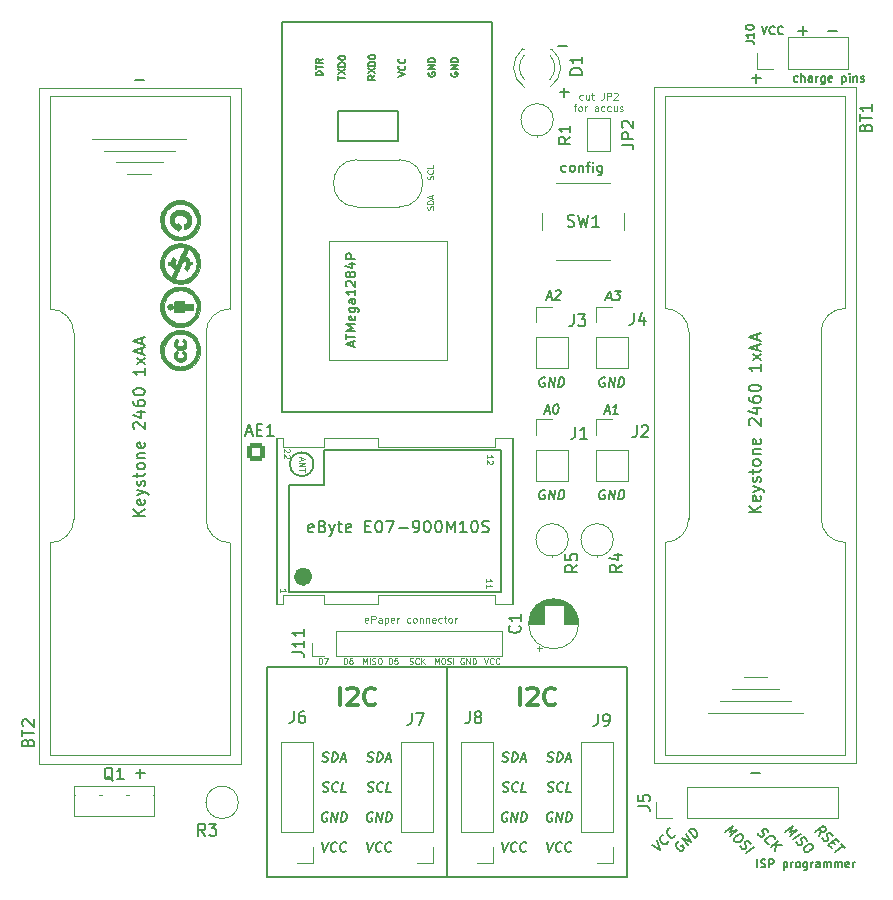
<source format=gbr>
%TF.GenerationSoftware,KiCad,Pcbnew,6.0.11-2627ca5db0~126~ubuntu22.04.1*%
%TF.CreationDate,2023-07-24T16:43:15+02:00*%
%TF.ProjectId,HB-UNI-SEN-BATT_E07-900M10S_FUEL4EP,48422d55-4e49-42d5-9345-4e2d42415454,1.0*%
%TF.SameCoordinates,Original*%
%TF.FileFunction,Legend,Top*%
%TF.FilePolarity,Positive*%
%FSLAX46Y46*%
G04 Gerber Fmt 4.6, Leading zero omitted, Abs format (unit mm)*
G04 Created by KiCad (PCBNEW 6.0.11-2627ca5db0~126~ubuntu22.04.1) date 2023-07-24 16:43:15*
%MOMM*%
%LPD*%
G01*
G04 APERTURE LIST*
G04 Aperture macros list*
%AMRoundRect*
0 Rectangle with rounded corners*
0 $1 Rounding radius*
0 $2 $3 $4 $5 $6 $7 $8 $9 X,Y pos of 4 corners*
0 Add a 4 corners polygon primitive as box body*
4,1,4,$2,$3,$4,$5,$6,$7,$8,$9,$2,$3,0*
0 Add four circle primitives for the rounded corners*
1,1,$1+$1,$2,$3*
1,1,$1+$1,$4,$5*
1,1,$1+$1,$6,$7*
1,1,$1+$1,$8,$9*
0 Add four rect primitives between the rounded corners*
20,1,$1+$1,$2,$3,$4,$5,0*
20,1,$1+$1,$4,$5,$6,$7,0*
20,1,$1+$1,$6,$7,$8,$9,0*
20,1,$1+$1,$8,$9,$2,$3,0*%
G04 Aperture macros list end*
%ADD10C,0.200000*%
%ADD11C,0.150000*%
%ADD12C,0.100000*%
%ADD13C,0.152400*%
%ADD14C,0.300000*%
%ADD15C,0.125000*%
%ADD16C,0.120000*%
%ADD17C,0.127000*%
%ADD18C,0.800000*%
%ADD19C,0.010000*%
%ADD20R,1.800000X1.800000*%
%ADD21C,1.800000*%
%ADD22R,1.700000X1.700000*%
%ADD23O,1.700000X1.700000*%
%ADD24C,2.640000*%
%ADD25R,2.000000X2.000000*%
%ADD26C,2.000000*%
%ADD27R,1.200000X1.200000*%
%ADD28C,1.200000*%
%ADD29C,1.600000*%
%ADD30O,1.600000X1.600000*%
%ADD31R,1.717500X1.800000*%
%ADD32O,1.717500X1.800000*%
%ADD33R,0.800000X1.270000*%
%ADD34R,1.500000X1.000000*%
%ADD35C,0.700000*%
%ADD36C,4.400000*%
%ADD37R,1.350000X1.350000*%
%ADD38O,1.350000X1.350000*%
%ADD39RoundRect,0.250000X-0.550000X-0.550000X0.550000X-0.550000X0.550000X0.550000X-0.550000X0.550000X0*%
G04 APERTURE END LIST*
D10*
X38430000Y-74130000D02*
X38430000Y-56350000D01*
X23190000Y-74130000D02*
X38430000Y-74130000D01*
X23190000Y-56350000D02*
X23190000Y-74130000D01*
X38430000Y-56350000D02*
X23190000Y-56350000D01*
X38430000Y-74130000D02*
X53670000Y-74130000D01*
X38430000Y-56350000D02*
X38430000Y-74130000D01*
X53670000Y-56350000D02*
X38430000Y-56350000D01*
X53670000Y-74130000D02*
X53670000Y-56350000D01*
D11*
X31672595Y-71151904D02*
X31839261Y-71951904D01*
X32205928Y-71151904D01*
X32839261Y-71875714D02*
X32796404Y-71913809D01*
X32677357Y-71951904D01*
X32601166Y-71951904D01*
X32491642Y-71913809D01*
X32424976Y-71837619D01*
X32396404Y-71761428D01*
X32377357Y-71609047D01*
X32391642Y-71494761D01*
X32448785Y-71342380D01*
X32496404Y-71266190D01*
X32582119Y-71190000D01*
X32701166Y-71151904D01*
X32777357Y-71151904D01*
X32886880Y-71190000D01*
X32920214Y-71228095D01*
X33639261Y-71875714D02*
X33596404Y-71913809D01*
X33477357Y-71951904D01*
X33401166Y-71951904D01*
X33291642Y-71913809D01*
X33224976Y-71837619D01*
X33196404Y-71761428D01*
X33177357Y-71609047D01*
X33191642Y-71494761D01*
X33248785Y-71342380D01*
X33296404Y-71266190D01*
X33382119Y-71190000D01*
X33501166Y-71151904D01*
X33577357Y-71151904D01*
X33686880Y-71190000D01*
X33720214Y-71228095D01*
X32124976Y-68650000D02*
X32053547Y-68611904D01*
X31939261Y-68611904D01*
X31820214Y-68650000D01*
X31734500Y-68726190D01*
X31686880Y-68802380D01*
X31629738Y-68954761D01*
X31615452Y-69069047D01*
X31634500Y-69221428D01*
X31663071Y-69297619D01*
X31729738Y-69373809D01*
X31839261Y-69411904D01*
X31915452Y-69411904D01*
X32034500Y-69373809D01*
X32077357Y-69335714D01*
X32110690Y-69069047D01*
X31958309Y-69069047D01*
X32410690Y-69411904D02*
X32510690Y-68611904D01*
X32867833Y-69411904D01*
X32967833Y-68611904D01*
X33248785Y-69411904D02*
X33348785Y-68611904D01*
X33539261Y-68611904D01*
X33648785Y-68650000D01*
X33715452Y-68726190D01*
X33744023Y-68802380D01*
X33763071Y-68954761D01*
X33748785Y-69069047D01*
X33691642Y-69221428D01*
X33644023Y-69297619D01*
X33558309Y-69373809D01*
X33439261Y-69411904D01*
X33248785Y-69411904D01*
X31691642Y-66833809D02*
X31801166Y-66871904D01*
X31991642Y-66871904D01*
X32072595Y-66833809D01*
X32115452Y-66795714D01*
X32163071Y-66719523D01*
X32172595Y-66643333D01*
X32144023Y-66567142D01*
X32110690Y-66529047D01*
X32039261Y-66490952D01*
X31891642Y-66452857D01*
X31820214Y-66414761D01*
X31786880Y-66376666D01*
X31758309Y-66300476D01*
X31767833Y-66224285D01*
X31815452Y-66148095D01*
X31858309Y-66110000D01*
X31939261Y-66071904D01*
X32129738Y-66071904D01*
X32239261Y-66110000D01*
X32953547Y-66795714D02*
X32910690Y-66833809D01*
X32791642Y-66871904D01*
X32715452Y-66871904D01*
X32605928Y-66833809D01*
X32539261Y-66757619D01*
X32510690Y-66681428D01*
X32491642Y-66529047D01*
X32505928Y-66414761D01*
X32563071Y-66262380D01*
X32610690Y-66186190D01*
X32696404Y-66110000D01*
X32815452Y-66071904D01*
X32891642Y-66071904D01*
X33001166Y-66110000D01*
X33034500Y-66148095D01*
X33667833Y-66871904D02*
X33286880Y-66871904D01*
X33386880Y-66071904D01*
X31672595Y-64293809D02*
X31782119Y-64331904D01*
X31972595Y-64331904D01*
X32053547Y-64293809D01*
X32096404Y-64255714D01*
X32144023Y-64179523D01*
X32153547Y-64103333D01*
X32124976Y-64027142D01*
X32091642Y-63989047D01*
X32020214Y-63950952D01*
X31872595Y-63912857D01*
X31801166Y-63874761D01*
X31767833Y-63836666D01*
X31739261Y-63760476D01*
X31748785Y-63684285D01*
X31796404Y-63608095D01*
X31839261Y-63570000D01*
X31920214Y-63531904D01*
X32110690Y-63531904D01*
X32220214Y-63570000D01*
X32467833Y-64331904D02*
X32567833Y-63531904D01*
X32758309Y-63531904D01*
X32867833Y-63570000D01*
X32934500Y-63646190D01*
X32963071Y-63722380D01*
X32982119Y-63874761D01*
X32967833Y-63989047D01*
X32910690Y-64141428D01*
X32863071Y-64217619D01*
X32777357Y-64293809D01*
X32658309Y-64331904D01*
X32467833Y-64331904D01*
X33258309Y-64103333D02*
X33639261Y-64103333D01*
X33153547Y-64331904D02*
X33520214Y-63531904D01*
X33686880Y-64331904D01*
X43102595Y-64293809D02*
X43212119Y-64331904D01*
X43402595Y-64331904D01*
X43483547Y-64293809D01*
X43526404Y-64255714D01*
X43574023Y-64179523D01*
X43583547Y-64103333D01*
X43554976Y-64027142D01*
X43521642Y-63989047D01*
X43450214Y-63950952D01*
X43302595Y-63912857D01*
X43231166Y-63874761D01*
X43197833Y-63836666D01*
X43169261Y-63760476D01*
X43178785Y-63684285D01*
X43226404Y-63608095D01*
X43269261Y-63570000D01*
X43350214Y-63531904D01*
X43540690Y-63531904D01*
X43650214Y-63570000D01*
X43897833Y-64331904D02*
X43997833Y-63531904D01*
X44188309Y-63531904D01*
X44297833Y-63570000D01*
X44364500Y-63646190D01*
X44393071Y-63722380D01*
X44412119Y-63874761D01*
X44397833Y-63989047D01*
X44340690Y-64141428D01*
X44293071Y-64217619D01*
X44207357Y-64293809D01*
X44088309Y-64331904D01*
X43897833Y-64331904D01*
X44688309Y-64103333D02*
X45069261Y-64103333D01*
X44583547Y-64331904D02*
X44950214Y-63531904D01*
X45116880Y-64331904D01*
X43121642Y-66833809D02*
X43231166Y-66871904D01*
X43421642Y-66871904D01*
X43502595Y-66833809D01*
X43545452Y-66795714D01*
X43593071Y-66719523D01*
X43602595Y-66643333D01*
X43574023Y-66567142D01*
X43540690Y-66529047D01*
X43469261Y-66490952D01*
X43321642Y-66452857D01*
X43250214Y-66414761D01*
X43216880Y-66376666D01*
X43188309Y-66300476D01*
X43197833Y-66224285D01*
X43245452Y-66148095D01*
X43288309Y-66110000D01*
X43369261Y-66071904D01*
X43559738Y-66071904D01*
X43669261Y-66110000D01*
X44383547Y-66795714D02*
X44340690Y-66833809D01*
X44221642Y-66871904D01*
X44145452Y-66871904D01*
X44035928Y-66833809D01*
X43969261Y-66757619D01*
X43940690Y-66681428D01*
X43921642Y-66529047D01*
X43935928Y-66414761D01*
X43993071Y-66262380D01*
X44040690Y-66186190D01*
X44126404Y-66110000D01*
X44245452Y-66071904D01*
X44321642Y-66071904D01*
X44431166Y-66110000D01*
X44464500Y-66148095D01*
X45097833Y-66871904D02*
X44716880Y-66871904D01*
X44816880Y-66071904D01*
X43554976Y-68650000D02*
X43483547Y-68611904D01*
X43369261Y-68611904D01*
X43250214Y-68650000D01*
X43164500Y-68726190D01*
X43116880Y-68802380D01*
X43059738Y-68954761D01*
X43045452Y-69069047D01*
X43064500Y-69221428D01*
X43093071Y-69297619D01*
X43159738Y-69373809D01*
X43269261Y-69411904D01*
X43345452Y-69411904D01*
X43464500Y-69373809D01*
X43507357Y-69335714D01*
X43540690Y-69069047D01*
X43388309Y-69069047D01*
X43840690Y-69411904D02*
X43940690Y-68611904D01*
X44297833Y-69411904D01*
X44397833Y-68611904D01*
X44678785Y-69411904D02*
X44778785Y-68611904D01*
X44969261Y-68611904D01*
X45078785Y-68650000D01*
X45145452Y-68726190D01*
X45174023Y-68802380D01*
X45193071Y-68954761D01*
X45178785Y-69069047D01*
X45121642Y-69221428D01*
X45074023Y-69297619D01*
X44988309Y-69373809D01*
X44869261Y-69411904D01*
X44678785Y-69411904D01*
X67076605Y-70268416D02*
X67713001Y-69773441D01*
X67446994Y-70315556D01*
X68090125Y-70150565D01*
X67453729Y-70645539D01*
X67723103Y-70914913D02*
X68359499Y-70419939D01*
X67995844Y-71133780D02*
X68046351Y-71238162D01*
X68181038Y-71372849D01*
X68265218Y-71403154D01*
X68322460Y-71406521D01*
X68410006Y-71386318D01*
X68470616Y-71339177D01*
X68504287Y-71265099D01*
X68507654Y-71214592D01*
X68484084Y-71137147D01*
X68406639Y-71005827D01*
X68383069Y-70928382D01*
X68386436Y-70877874D01*
X68420108Y-70803796D01*
X68480717Y-70756656D01*
X68568264Y-70736453D01*
X68625506Y-70739820D01*
X68709685Y-70770125D01*
X68844372Y-70904812D01*
X68894880Y-71009194D01*
X69275370Y-71335810D02*
X69383120Y-71443560D01*
X69406690Y-71521005D01*
X69399956Y-71622020D01*
X69305675Y-71743238D01*
X69093543Y-71908230D01*
X68945387Y-71975573D01*
X68830903Y-71968839D01*
X68746724Y-71938535D01*
X68638974Y-71830785D01*
X68615404Y-71753340D01*
X68622138Y-71652325D01*
X68716419Y-71531106D01*
X68928551Y-71366115D01*
X69076707Y-71298771D01*
X69191191Y-71305506D01*
X69275370Y-71335810D01*
X27881642Y-66833809D02*
X27991166Y-66871904D01*
X28181642Y-66871904D01*
X28262595Y-66833809D01*
X28305452Y-66795714D01*
X28353071Y-66719523D01*
X28362595Y-66643333D01*
X28334023Y-66567142D01*
X28300690Y-66529047D01*
X28229261Y-66490952D01*
X28081642Y-66452857D01*
X28010214Y-66414761D01*
X27976880Y-66376666D01*
X27948309Y-66300476D01*
X27957833Y-66224285D01*
X28005452Y-66148095D01*
X28048309Y-66110000D01*
X28129261Y-66071904D01*
X28319738Y-66071904D01*
X28429261Y-66110000D01*
X29143547Y-66795714D02*
X29100690Y-66833809D01*
X28981642Y-66871904D01*
X28905452Y-66871904D01*
X28795928Y-66833809D01*
X28729261Y-66757619D01*
X28700690Y-66681428D01*
X28681642Y-66529047D01*
X28695928Y-66414761D01*
X28753071Y-66262380D01*
X28800690Y-66186190D01*
X28886404Y-66110000D01*
X29005452Y-66071904D01*
X29081642Y-66071904D01*
X29191166Y-66110000D01*
X29224500Y-66148095D01*
X29857833Y-66871904D02*
X29476880Y-66871904D01*
X29576880Y-66071904D01*
D12*
X31742314Y-52528857D02*
X31685171Y-52557428D01*
X31570885Y-52557428D01*
X31513742Y-52528857D01*
X31485171Y-52471714D01*
X31485171Y-52243142D01*
X31513742Y-52186000D01*
X31570885Y-52157428D01*
X31685171Y-52157428D01*
X31742314Y-52186000D01*
X31770885Y-52243142D01*
X31770885Y-52300285D01*
X31485171Y-52357428D01*
X32028028Y-52557428D02*
X32028028Y-51957428D01*
X32256600Y-51957428D01*
X32313742Y-51986000D01*
X32342314Y-52014571D01*
X32370885Y-52071714D01*
X32370885Y-52157428D01*
X32342314Y-52214571D01*
X32313742Y-52243142D01*
X32256600Y-52271714D01*
X32028028Y-52271714D01*
X32885171Y-52557428D02*
X32885171Y-52243142D01*
X32856600Y-52186000D01*
X32799457Y-52157428D01*
X32685171Y-52157428D01*
X32628028Y-52186000D01*
X32885171Y-52528857D02*
X32828028Y-52557428D01*
X32685171Y-52557428D01*
X32628028Y-52528857D01*
X32599457Y-52471714D01*
X32599457Y-52414571D01*
X32628028Y-52357428D01*
X32685171Y-52328857D01*
X32828028Y-52328857D01*
X32885171Y-52300285D01*
X33170885Y-52157428D02*
X33170885Y-52757428D01*
X33170885Y-52186000D02*
X33228028Y-52157428D01*
X33342314Y-52157428D01*
X33399457Y-52186000D01*
X33428028Y-52214571D01*
X33456600Y-52271714D01*
X33456600Y-52443142D01*
X33428028Y-52500285D01*
X33399457Y-52528857D01*
X33342314Y-52557428D01*
X33228028Y-52557428D01*
X33170885Y-52528857D01*
X33942314Y-52528857D02*
X33885171Y-52557428D01*
X33770885Y-52557428D01*
X33713742Y-52528857D01*
X33685171Y-52471714D01*
X33685171Y-52243142D01*
X33713742Y-52186000D01*
X33770885Y-52157428D01*
X33885171Y-52157428D01*
X33942314Y-52186000D01*
X33970885Y-52243142D01*
X33970885Y-52300285D01*
X33685171Y-52357428D01*
X34228028Y-52557428D02*
X34228028Y-52157428D01*
X34228028Y-52271714D02*
X34256600Y-52214571D01*
X34285171Y-52186000D01*
X34342314Y-52157428D01*
X34399457Y-52157428D01*
X35313742Y-52528857D02*
X35256600Y-52557428D01*
X35142314Y-52557428D01*
X35085171Y-52528857D01*
X35056600Y-52500285D01*
X35028028Y-52443142D01*
X35028028Y-52271714D01*
X35056600Y-52214571D01*
X35085171Y-52186000D01*
X35142314Y-52157428D01*
X35256600Y-52157428D01*
X35313742Y-52186000D01*
X35656600Y-52557428D02*
X35599457Y-52528857D01*
X35570885Y-52500285D01*
X35542314Y-52443142D01*
X35542314Y-52271714D01*
X35570885Y-52214571D01*
X35599457Y-52186000D01*
X35656600Y-52157428D01*
X35742314Y-52157428D01*
X35799457Y-52186000D01*
X35828028Y-52214571D01*
X35856600Y-52271714D01*
X35856600Y-52443142D01*
X35828028Y-52500285D01*
X35799457Y-52528857D01*
X35742314Y-52557428D01*
X35656600Y-52557428D01*
X36113742Y-52157428D02*
X36113742Y-52557428D01*
X36113742Y-52214571D02*
X36142314Y-52186000D01*
X36199457Y-52157428D01*
X36285171Y-52157428D01*
X36342314Y-52186000D01*
X36370885Y-52243142D01*
X36370885Y-52557428D01*
X36656600Y-52157428D02*
X36656600Y-52557428D01*
X36656600Y-52214571D02*
X36685171Y-52186000D01*
X36742314Y-52157428D01*
X36828028Y-52157428D01*
X36885171Y-52186000D01*
X36913742Y-52243142D01*
X36913742Y-52557428D01*
X37428028Y-52528857D02*
X37370885Y-52557428D01*
X37256600Y-52557428D01*
X37199457Y-52528857D01*
X37170885Y-52471714D01*
X37170885Y-52243142D01*
X37199457Y-52186000D01*
X37256600Y-52157428D01*
X37370885Y-52157428D01*
X37428028Y-52186000D01*
X37456600Y-52243142D01*
X37456600Y-52300285D01*
X37170885Y-52357428D01*
X37970885Y-52528857D02*
X37913742Y-52557428D01*
X37799457Y-52557428D01*
X37742314Y-52528857D01*
X37713742Y-52500285D01*
X37685171Y-52443142D01*
X37685171Y-52271714D01*
X37713742Y-52214571D01*
X37742314Y-52186000D01*
X37799457Y-52157428D01*
X37913742Y-52157428D01*
X37970885Y-52186000D01*
X38142314Y-52157428D02*
X38370885Y-52157428D01*
X38228028Y-51957428D02*
X38228028Y-52471714D01*
X38256600Y-52528857D01*
X38313742Y-52557428D01*
X38370885Y-52557428D01*
X38656600Y-52557428D02*
X38599457Y-52528857D01*
X38570885Y-52500285D01*
X38542314Y-52443142D01*
X38542314Y-52271714D01*
X38570885Y-52214571D01*
X38599457Y-52186000D01*
X38656600Y-52157428D01*
X38742314Y-52157428D01*
X38799457Y-52186000D01*
X38828028Y-52214571D01*
X38856600Y-52271714D01*
X38856600Y-52443142D01*
X38828028Y-52500285D01*
X38799457Y-52528857D01*
X38742314Y-52557428D01*
X38656600Y-52557428D01*
X39113742Y-52557428D02*
X39113742Y-52157428D01*
X39113742Y-52271714D02*
X39142314Y-52214571D01*
X39170885Y-52186000D01*
X39228028Y-52157428D01*
X39285171Y-52157428D01*
D11*
X65055666Y-2055166D02*
X65289000Y-2755166D01*
X65522333Y-2055166D01*
X66155666Y-2688500D02*
X66122333Y-2721833D01*
X66022333Y-2755166D01*
X65955666Y-2755166D01*
X65855666Y-2721833D01*
X65789000Y-2655166D01*
X65755666Y-2588500D01*
X65722333Y-2455166D01*
X65722333Y-2355166D01*
X65755666Y-2221833D01*
X65789000Y-2155166D01*
X65855666Y-2088500D01*
X65955666Y-2055166D01*
X66022333Y-2055166D01*
X66122333Y-2088500D01*
X66155666Y-2121833D01*
X66855666Y-2688500D02*
X66822333Y-2721833D01*
X66722333Y-2755166D01*
X66655666Y-2755166D01*
X66555666Y-2721833D01*
X66489000Y-2655166D01*
X66455666Y-2588500D01*
X66422333Y-2455166D01*
X66422333Y-2355166D01*
X66455666Y-2221833D01*
X66489000Y-2155166D01*
X66555666Y-2088500D01*
X66655666Y-2055166D01*
X66722333Y-2055166D01*
X66822333Y-2088500D01*
X66855666Y-2121833D01*
X43102595Y-71151904D02*
X43269261Y-71951904D01*
X43635928Y-71151904D01*
X44269261Y-71875714D02*
X44226404Y-71913809D01*
X44107357Y-71951904D01*
X44031166Y-71951904D01*
X43921642Y-71913809D01*
X43854976Y-71837619D01*
X43826404Y-71761428D01*
X43807357Y-71609047D01*
X43821642Y-71494761D01*
X43878785Y-71342380D01*
X43926404Y-71266190D01*
X44012119Y-71190000D01*
X44131166Y-71151904D01*
X44207357Y-71151904D01*
X44316880Y-71190000D01*
X44350214Y-71228095D01*
X45069261Y-71875714D02*
X45026404Y-71913809D01*
X44907357Y-71951904D01*
X44831166Y-71951904D01*
X44721642Y-71913809D01*
X44654976Y-71837619D01*
X44626404Y-71761428D01*
X44607357Y-71609047D01*
X44621642Y-71494761D01*
X44678785Y-71342380D01*
X44726404Y-71266190D01*
X44812119Y-71190000D01*
X44931166Y-71151904D01*
X45007357Y-71151904D01*
X45116880Y-71190000D01*
X45150214Y-71228095D01*
X68148047Y-2446428D02*
X68909952Y-2446428D01*
X68529000Y-2827380D02*
X68529000Y-2065476D01*
X47828047Y-3716428D02*
X48589952Y-3716428D01*
X51781404Y-34653333D02*
X52162357Y-34653333D01*
X51676642Y-34881904D02*
X52043309Y-34081904D01*
X52209976Y-34881904D01*
X52895690Y-34881904D02*
X52438547Y-34881904D01*
X52667119Y-34881904D02*
X52767119Y-34081904D01*
X52676642Y-34196190D01*
X52590928Y-34272380D01*
X52509976Y-34310476D01*
X46912595Y-64293809D02*
X47022119Y-64331904D01*
X47212595Y-64331904D01*
X47293547Y-64293809D01*
X47336404Y-64255714D01*
X47384023Y-64179523D01*
X47393547Y-64103333D01*
X47364976Y-64027142D01*
X47331642Y-63989047D01*
X47260214Y-63950952D01*
X47112595Y-63912857D01*
X47041166Y-63874761D01*
X47007833Y-63836666D01*
X46979261Y-63760476D01*
X46988785Y-63684285D01*
X47036404Y-63608095D01*
X47079261Y-63570000D01*
X47160214Y-63531904D01*
X47350690Y-63531904D01*
X47460214Y-63570000D01*
X47707833Y-64331904D02*
X47807833Y-63531904D01*
X47998309Y-63531904D01*
X48107833Y-63570000D01*
X48174500Y-63646190D01*
X48203071Y-63722380D01*
X48222119Y-63874761D01*
X48207833Y-63989047D01*
X48150690Y-64141428D01*
X48103071Y-64217619D01*
X48017357Y-64293809D01*
X47898309Y-64331904D01*
X47707833Y-64331904D01*
X48498309Y-64103333D02*
X48879261Y-64103333D01*
X48393547Y-64331904D02*
X48760214Y-63531904D01*
X48926880Y-64331904D01*
D12*
X31294285Y-56068190D02*
X31294285Y-55568190D01*
X31460952Y-55925333D01*
X31627619Y-55568190D01*
X31627619Y-56068190D01*
X31865714Y-56068190D02*
X31865714Y-55568190D01*
X32080000Y-56044380D02*
X32151428Y-56068190D01*
X32270476Y-56068190D01*
X32318095Y-56044380D01*
X32341904Y-56020571D01*
X32365714Y-55972952D01*
X32365714Y-55925333D01*
X32341904Y-55877714D01*
X32318095Y-55853904D01*
X32270476Y-55830095D01*
X32175238Y-55806285D01*
X32127619Y-55782476D01*
X32103809Y-55758666D01*
X32080000Y-55711047D01*
X32080000Y-55663428D01*
X32103809Y-55615809D01*
X32127619Y-55592000D01*
X32175238Y-55568190D01*
X32294285Y-55568190D01*
X32365714Y-55592000D01*
X32675238Y-55568190D02*
X32770476Y-55568190D01*
X32818095Y-55592000D01*
X32865714Y-55639619D01*
X32889523Y-55734857D01*
X32889523Y-55901523D01*
X32865714Y-55996761D01*
X32818095Y-56044380D01*
X32770476Y-56068190D01*
X32675238Y-56068190D01*
X32627619Y-56044380D01*
X32580000Y-55996761D01*
X32556190Y-55901523D01*
X32556190Y-55734857D01*
X32580000Y-55639619D01*
X32627619Y-55592000D01*
X32675238Y-55568190D01*
X49907142Y-8259857D02*
X49850000Y-8288428D01*
X49735714Y-8288428D01*
X49678571Y-8259857D01*
X49650000Y-8231285D01*
X49621428Y-8174142D01*
X49621428Y-8002714D01*
X49650000Y-7945571D01*
X49678571Y-7917000D01*
X49735714Y-7888428D01*
X49850000Y-7888428D01*
X49907142Y-7917000D01*
X50421428Y-7888428D02*
X50421428Y-8288428D01*
X50164285Y-7888428D02*
X50164285Y-8202714D01*
X50192857Y-8259857D01*
X50250000Y-8288428D01*
X50335714Y-8288428D01*
X50392857Y-8259857D01*
X50421428Y-8231285D01*
X50621428Y-7888428D02*
X50850000Y-7888428D01*
X50707142Y-7688428D02*
X50707142Y-8202714D01*
X50735714Y-8259857D01*
X50792857Y-8288428D01*
X50850000Y-8288428D01*
X51678571Y-7688428D02*
X51678571Y-8117000D01*
X51650000Y-8202714D01*
X51592857Y-8259857D01*
X51507142Y-8288428D01*
X51450000Y-8288428D01*
X51964285Y-8288428D02*
X51964285Y-7688428D01*
X52192857Y-7688428D01*
X52250000Y-7717000D01*
X52278571Y-7745571D01*
X52307142Y-7802714D01*
X52307142Y-7888428D01*
X52278571Y-7945571D01*
X52250000Y-7974142D01*
X52192857Y-8002714D01*
X51964285Y-8002714D01*
X52535714Y-7745571D02*
X52564285Y-7717000D01*
X52621428Y-7688428D01*
X52764285Y-7688428D01*
X52821428Y-7717000D01*
X52850000Y-7745571D01*
X52878571Y-7802714D01*
X52878571Y-7859857D01*
X52850000Y-7945571D01*
X52507142Y-8288428D01*
X52878571Y-8288428D01*
X49150000Y-8854428D02*
X49378571Y-8854428D01*
X49235714Y-9254428D02*
X49235714Y-8740142D01*
X49264285Y-8683000D01*
X49321428Y-8654428D01*
X49378571Y-8654428D01*
X49664285Y-9254428D02*
X49607142Y-9225857D01*
X49578571Y-9197285D01*
X49550000Y-9140142D01*
X49550000Y-8968714D01*
X49578571Y-8911571D01*
X49607142Y-8883000D01*
X49664285Y-8854428D01*
X49750000Y-8854428D01*
X49807142Y-8883000D01*
X49835714Y-8911571D01*
X49864285Y-8968714D01*
X49864285Y-9140142D01*
X49835714Y-9197285D01*
X49807142Y-9225857D01*
X49750000Y-9254428D01*
X49664285Y-9254428D01*
X50121428Y-9254428D02*
X50121428Y-8854428D01*
X50121428Y-8968714D02*
X50150000Y-8911571D01*
X50178571Y-8883000D01*
X50235714Y-8854428D01*
X50292857Y-8854428D01*
X51207142Y-9254428D02*
X51207142Y-8940142D01*
X51178571Y-8883000D01*
X51121428Y-8854428D01*
X51007142Y-8854428D01*
X50950000Y-8883000D01*
X51207142Y-9225857D02*
X51150000Y-9254428D01*
X51007142Y-9254428D01*
X50950000Y-9225857D01*
X50921428Y-9168714D01*
X50921428Y-9111571D01*
X50950000Y-9054428D01*
X51007142Y-9025857D01*
X51150000Y-9025857D01*
X51207142Y-8997285D01*
X51750000Y-9225857D02*
X51692857Y-9254428D01*
X51578571Y-9254428D01*
X51521428Y-9225857D01*
X51492857Y-9197285D01*
X51464285Y-9140142D01*
X51464285Y-8968714D01*
X51492857Y-8911571D01*
X51521428Y-8883000D01*
X51578571Y-8854428D01*
X51692857Y-8854428D01*
X51750000Y-8883000D01*
X52264285Y-9225857D02*
X52207142Y-9254428D01*
X52092857Y-9254428D01*
X52035714Y-9225857D01*
X52007142Y-9197285D01*
X51978571Y-9140142D01*
X51978571Y-8968714D01*
X52007142Y-8911571D01*
X52035714Y-8883000D01*
X52092857Y-8854428D01*
X52207142Y-8854428D01*
X52264285Y-8883000D01*
X52778571Y-8854428D02*
X52778571Y-9254428D01*
X52521428Y-8854428D02*
X52521428Y-9168714D01*
X52550000Y-9225857D01*
X52607142Y-9254428D01*
X52692857Y-9254428D01*
X52750000Y-9225857D01*
X52778571Y-9197285D01*
X53035714Y-9225857D02*
X53092857Y-9254428D01*
X53207142Y-9254428D01*
X53264285Y-9225857D01*
X53292857Y-9168714D01*
X53292857Y-9140142D01*
X53264285Y-9083000D01*
X53207142Y-9054428D01*
X53121428Y-9054428D01*
X53064285Y-9025857D01*
X53035714Y-8968714D01*
X53035714Y-8940142D01*
X53064285Y-8883000D01*
X53121428Y-8854428D01*
X53207142Y-8854428D01*
X53264285Y-8883000D01*
X37390285Y-56068190D02*
X37390285Y-55568190D01*
X37556952Y-55925333D01*
X37723619Y-55568190D01*
X37723619Y-56068190D01*
X38056952Y-55568190D02*
X38152190Y-55568190D01*
X38199809Y-55592000D01*
X38247428Y-55639619D01*
X38271238Y-55734857D01*
X38271238Y-55901523D01*
X38247428Y-55996761D01*
X38199809Y-56044380D01*
X38152190Y-56068190D01*
X38056952Y-56068190D01*
X38009333Y-56044380D01*
X37961714Y-55996761D01*
X37937904Y-55901523D01*
X37937904Y-55734857D01*
X37961714Y-55639619D01*
X38009333Y-55592000D01*
X38056952Y-55568190D01*
X38461714Y-56044380D02*
X38533142Y-56068190D01*
X38652190Y-56068190D01*
X38699809Y-56044380D01*
X38723619Y-56020571D01*
X38747428Y-55972952D01*
X38747428Y-55925333D01*
X38723619Y-55877714D01*
X38699809Y-55853904D01*
X38652190Y-55830095D01*
X38556952Y-55806285D01*
X38509333Y-55782476D01*
X38485523Y-55758666D01*
X38461714Y-55711047D01*
X38461714Y-55663428D01*
X38485523Y-55615809D01*
X38509333Y-55592000D01*
X38556952Y-55568190D01*
X38676000Y-55568190D01*
X38747428Y-55592000D01*
X38961714Y-56068190D02*
X38961714Y-55568190D01*
D11*
X47955047Y-7653428D02*
X48716952Y-7653428D01*
X48336000Y-8034380D02*
X48336000Y-7272476D01*
X68101500Y-6722333D02*
X68034833Y-6755666D01*
X67901500Y-6755666D01*
X67834833Y-6722333D01*
X67801500Y-6689000D01*
X67768166Y-6622333D01*
X67768166Y-6422333D01*
X67801500Y-6355666D01*
X67834833Y-6322333D01*
X67901500Y-6289000D01*
X68034833Y-6289000D01*
X68101500Y-6322333D01*
X68401500Y-6755666D02*
X68401500Y-6055666D01*
X68701500Y-6755666D02*
X68701500Y-6389000D01*
X68668166Y-6322333D01*
X68601500Y-6289000D01*
X68501500Y-6289000D01*
X68434833Y-6322333D01*
X68401500Y-6355666D01*
X69334833Y-6755666D02*
X69334833Y-6389000D01*
X69301500Y-6322333D01*
X69234833Y-6289000D01*
X69101500Y-6289000D01*
X69034833Y-6322333D01*
X69334833Y-6722333D02*
X69268166Y-6755666D01*
X69101500Y-6755666D01*
X69034833Y-6722333D01*
X69001500Y-6655666D01*
X69001500Y-6589000D01*
X69034833Y-6522333D01*
X69101500Y-6489000D01*
X69268166Y-6489000D01*
X69334833Y-6455666D01*
X69668166Y-6755666D02*
X69668166Y-6289000D01*
X69668166Y-6422333D02*
X69701500Y-6355666D01*
X69734833Y-6322333D01*
X69801500Y-6289000D01*
X69868166Y-6289000D01*
X70401500Y-6289000D02*
X70401500Y-6855666D01*
X70368166Y-6922333D01*
X70334833Y-6955666D01*
X70268166Y-6989000D01*
X70168166Y-6989000D01*
X70101500Y-6955666D01*
X70401500Y-6722333D02*
X70334833Y-6755666D01*
X70201500Y-6755666D01*
X70134833Y-6722333D01*
X70101500Y-6689000D01*
X70068166Y-6622333D01*
X70068166Y-6422333D01*
X70101500Y-6355666D01*
X70134833Y-6322333D01*
X70201500Y-6289000D01*
X70334833Y-6289000D01*
X70401500Y-6322333D01*
X71001500Y-6722333D02*
X70934833Y-6755666D01*
X70801500Y-6755666D01*
X70734833Y-6722333D01*
X70701500Y-6655666D01*
X70701500Y-6389000D01*
X70734833Y-6322333D01*
X70801500Y-6289000D01*
X70934833Y-6289000D01*
X71001500Y-6322333D01*
X71034833Y-6389000D01*
X71034833Y-6455666D01*
X70701500Y-6522333D01*
X71868166Y-6289000D02*
X71868166Y-6989000D01*
X71868166Y-6322333D02*
X71934833Y-6289000D01*
X72068166Y-6289000D01*
X72134833Y-6322333D01*
X72168166Y-6355666D01*
X72201500Y-6422333D01*
X72201500Y-6622333D01*
X72168166Y-6689000D01*
X72134833Y-6722333D01*
X72068166Y-6755666D01*
X71934833Y-6755666D01*
X71868166Y-6722333D01*
X72501500Y-6755666D02*
X72501500Y-6289000D01*
X72501500Y-6055666D02*
X72468166Y-6089000D01*
X72501500Y-6122333D01*
X72534833Y-6089000D01*
X72501500Y-6055666D01*
X72501500Y-6122333D01*
X72834833Y-6289000D02*
X72834833Y-6755666D01*
X72834833Y-6355666D02*
X72868166Y-6322333D01*
X72934833Y-6289000D01*
X73034833Y-6289000D01*
X73101500Y-6322333D01*
X73134833Y-6389000D01*
X73134833Y-6755666D01*
X73434833Y-6722333D02*
X73501500Y-6755666D01*
X73634833Y-6755666D01*
X73701500Y-6722333D01*
X73734833Y-6655666D01*
X73734833Y-6622333D01*
X73701500Y-6555666D01*
X73634833Y-6522333D01*
X73534833Y-6522333D01*
X73468166Y-6489000D01*
X73434833Y-6422333D01*
X73434833Y-6389000D01*
X73468166Y-6322333D01*
X73534833Y-6289000D01*
X73634833Y-6289000D01*
X73701500Y-6322333D01*
X64728534Y-70406470D02*
X64779042Y-70510852D01*
X64913729Y-70645539D01*
X64997908Y-70675844D01*
X65055150Y-70679211D01*
X65142697Y-70659008D01*
X65203306Y-70611868D01*
X65236977Y-70537790D01*
X65240345Y-70487282D01*
X65216774Y-70409837D01*
X65139329Y-70278517D01*
X65115759Y-70201072D01*
X65119126Y-70150565D01*
X65152798Y-70076487D01*
X65213407Y-70029346D01*
X65300954Y-70009143D01*
X65358196Y-70012510D01*
X65442375Y-70042815D01*
X65577062Y-70177502D01*
X65627570Y-70281884D01*
X65647773Y-71271834D02*
X65590531Y-71268467D01*
X65479414Y-71211225D01*
X65425539Y-71157350D01*
X65375032Y-71052967D01*
X65381766Y-70951952D01*
X65415438Y-70877874D01*
X65509719Y-70756656D01*
X65600632Y-70685945D01*
X65748788Y-70618602D01*
X65836335Y-70598399D01*
X65950819Y-70605133D01*
X66061935Y-70662375D01*
X66115810Y-70716250D01*
X66166318Y-70820632D01*
X66162951Y-70871140D01*
X65829600Y-71561411D02*
X66465996Y-71066436D01*
X66152849Y-71884660D02*
X66274067Y-71359380D01*
X66789245Y-71389685D02*
X66102341Y-71349279D01*
X46912595Y-71151904D02*
X47079261Y-71951904D01*
X47445928Y-71151904D01*
X48079261Y-71875714D02*
X48036404Y-71913809D01*
X47917357Y-71951904D01*
X47841166Y-71951904D01*
X47731642Y-71913809D01*
X47664976Y-71837619D01*
X47636404Y-71761428D01*
X47617357Y-71609047D01*
X47631642Y-71494761D01*
X47688785Y-71342380D01*
X47736404Y-71266190D01*
X47822119Y-71190000D01*
X47941166Y-71151904D01*
X48017357Y-71151904D01*
X48126880Y-71190000D01*
X48160214Y-71228095D01*
X48879261Y-71875714D02*
X48836404Y-71913809D01*
X48717357Y-71951904D01*
X48641166Y-71951904D01*
X48531642Y-71913809D01*
X48464976Y-71837619D01*
X48436404Y-71761428D01*
X48417357Y-71609047D01*
X48431642Y-71494761D01*
X48488785Y-71342380D01*
X48536404Y-71266190D01*
X48622119Y-71190000D01*
X48741166Y-71151904D01*
X48817357Y-71151904D01*
X48926880Y-71190000D01*
X48960214Y-71228095D01*
D12*
X29678952Y-56068190D02*
X29678952Y-55568190D01*
X29798000Y-55568190D01*
X29869428Y-55592000D01*
X29917047Y-55639619D01*
X29940857Y-55687238D01*
X29964666Y-55782476D01*
X29964666Y-55853904D01*
X29940857Y-55949142D01*
X29917047Y-55996761D01*
X29869428Y-56044380D01*
X29798000Y-56068190D01*
X29678952Y-56068190D01*
X30393238Y-55568190D02*
X30298000Y-55568190D01*
X30250380Y-55592000D01*
X30226571Y-55615809D01*
X30178952Y-55687238D01*
X30155142Y-55782476D01*
X30155142Y-55972952D01*
X30178952Y-56020571D01*
X30202761Y-56044380D01*
X30250380Y-56068190D01*
X30345619Y-56068190D01*
X30393238Y-56044380D01*
X30417047Y-56020571D01*
X30440857Y-55972952D01*
X30440857Y-55853904D01*
X30417047Y-55806285D01*
X30393238Y-55782476D01*
X30345619Y-55758666D01*
X30250380Y-55758666D01*
X30202761Y-55782476D01*
X30178952Y-55806285D01*
X30155142Y-55853904D01*
D11*
X46729976Y-41345000D02*
X46658547Y-41306904D01*
X46544261Y-41306904D01*
X46425214Y-41345000D01*
X46339500Y-41421190D01*
X46291880Y-41497380D01*
X46234738Y-41649761D01*
X46220452Y-41764047D01*
X46239500Y-41916428D01*
X46268071Y-41992619D01*
X46334738Y-42068809D01*
X46444261Y-42106904D01*
X46520452Y-42106904D01*
X46639500Y-42068809D01*
X46682357Y-42030714D01*
X46715690Y-41764047D01*
X46563309Y-41764047D01*
X47015690Y-42106904D02*
X47115690Y-41306904D01*
X47472833Y-42106904D01*
X47572833Y-41306904D01*
X47853785Y-42106904D02*
X47953785Y-41306904D01*
X48144261Y-41306904D01*
X48253785Y-41345000D01*
X48320452Y-41421190D01*
X48349023Y-41497380D01*
X48368071Y-41649761D01*
X48353785Y-41764047D01*
X48296642Y-41916428D01*
X48249023Y-41992619D01*
X48163309Y-42068809D01*
X48044261Y-42106904D01*
X47853785Y-42106904D01*
X70688047Y-2509928D02*
X71449952Y-2509928D01*
D12*
X27558052Y-56068190D02*
X27558052Y-55568190D01*
X27677100Y-55568190D01*
X27748528Y-55592000D01*
X27796147Y-55639619D01*
X27819957Y-55687238D01*
X27843766Y-55782476D01*
X27843766Y-55853904D01*
X27819957Y-55949142D01*
X27796147Y-55996761D01*
X27748528Y-56044380D01*
X27677100Y-56068190D01*
X27558052Y-56068190D01*
X28010433Y-55568190D02*
X28343766Y-55568190D01*
X28129480Y-56068190D01*
D11*
X69939854Y-70591664D02*
X70054338Y-70167400D01*
X69616605Y-70268416D02*
X70253001Y-69773441D01*
X70468500Y-69988940D01*
X70492071Y-70066385D01*
X70488703Y-70116893D01*
X70455032Y-70190971D01*
X70364118Y-70261681D01*
X70276571Y-70281884D01*
X70219329Y-70278517D01*
X70135150Y-70248213D01*
X69919651Y-70032713D01*
X70185658Y-70783593D02*
X70236165Y-70887976D01*
X70370852Y-71022663D01*
X70455032Y-71052967D01*
X70512274Y-71056335D01*
X70599820Y-71036132D01*
X70660429Y-70988991D01*
X70694101Y-70914913D01*
X70697468Y-70864406D01*
X70673898Y-70786961D01*
X70596453Y-70655641D01*
X70572883Y-70578196D01*
X70576250Y-70527688D01*
X70609922Y-70453610D01*
X70670531Y-70406470D01*
X70758077Y-70386267D01*
X70815319Y-70389634D01*
X70899499Y-70419939D01*
X71034186Y-70554626D01*
X71084693Y-70659008D01*
X71054389Y-71113577D02*
X71242951Y-71302138D01*
X70990412Y-71642223D02*
X70721038Y-71372849D01*
X71357435Y-70877874D01*
X71626809Y-71147248D01*
X71788433Y-71308873D02*
X72111682Y-71632122D01*
X71313661Y-71965472D02*
X71950057Y-71470497D01*
X28314976Y-68650000D02*
X28243547Y-68611904D01*
X28129261Y-68611904D01*
X28010214Y-68650000D01*
X27924500Y-68726190D01*
X27876880Y-68802380D01*
X27819738Y-68954761D01*
X27805452Y-69069047D01*
X27824500Y-69221428D01*
X27853071Y-69297619D01*
X27919738Y-69373809D01*
X28029261Y-69411904D01*
X28105452Y-69411904D01*
X28224500Y-69373809D01*
X28267357Y-69335714D01*
X28300690Y-69069047D01*
X28148309Y-69069047D01*
X28600690Y-69411904D02*
X28700690Y-68611904D01*
X29057833Y-69411904D01*
X29157833Y-68611904D01*
X29438785Y-69411904D02*
X29538785Y-68611904D01*
X29729261Y-68611904D01*
X29838785Y-68650000D01*
X29905452Y-68726190D01*
X29934023Y-68802380D01*
X29953071Y-68954761D01*
X29938785Y-69069047D01*
X29881642Y-69221428D01*
X29834023Y-69297619D01*
X29748309Y-69373809D01*
X29629261Y-69411904D01*
X29438785Y-69411904D01*
X47364976Y-68650000D02*
X47293547Y-68611904D01*
X47179261Y-68611904D01*
X47060214Y-68650000D01*
X46974500Y-68726190D01*
X46926880Y-68802380D01*
X46869738Y-68954761D01*
X46855452Y-69069047D01*
X46874500Y-69221428D01*
X46903071Y-69297619D01*
X46969738Y-69373809D01*
X47079261Y-69411904D01*
X47155452Y-69411904D01*
X47274500Y-69373809D01*
X47317357Y-69335714D01*
X47350690Y-69069047D01*
X47198309Y-69069047D01*
X47650690Y-69411904D02*
X47750690Y-68611904D01*
X48107833Y-69411904D01*
X48207833Y-68611904D01*
X48488785Y-69411904D02*
X48588785Y-68611904D01*
X48779261Y-68611904D01*
X48888785Y-68650000D01*
X48955452Y-68726190D01*
X48984023Y-68802380D01*
X49003071Y-68954761D01*
X48988785Y-69069047D01*
X48931642Y-69221428D01*
X48884023Y-69297619D01*
X48798309Y-69373809D01*
X48679261Y-69411904D01*
X48488785Y-69411904D01*
X46729976Y-31820000D02*
X46658547Y-31781904D01*
X46544261Y-31781904D01*
X46425214Y-31820000D01*
X46339500Y-31896190D01*
X46291880Y-31972380D01*
X46234738Y-32124761D01*
X46220452Y-32239047D01*
X46239500Y-32391428D01*
X46268071Y-32467619D01*
X46334738Y-32543809D01*
X46444261Y-32581904D01*
X46520452Y-32581904D01*
X46639500Y-32543809D01*
X46682357Y-32505714D01*
X46715690Y-32239047D01*
X46563309Y-32239047D01*
X47015690Y-32581904D02*
X47115690Y-31781904D01*
X47472833Y-32581904D01*
X47572833Y-31781904D01*
X47853785Y-32581904D02*
X47953785Y-31781904D01*
X48144261Y-31781904D01*
X48253785Y-31820000D01*
X48320452Y-31896190D01*
X48349023Y-31972380D01*
X48368071Y-32124761D01*
X48353785Y-32239047D01*
X48296642Y-32391428D01*
X48249023Y-32467619D01*
X48163309Y-32543809D01*
X48044261Y-32581904D01*
X47853785Y-32581904D01*
X46701404Y-34653333D02*
X47082357Y-34653333D01*
X46596642Y-34881904D02*
X46963309Y-34081904D01*
X47129976Y-34881904D01*
X47649023Y-34081904D02*
X47725214Y-34081904D01*
X47796642Y-34120000D01*
X47829976Y-34158095D01*
X47858547Y-34234285D01*
X47877595Y-34386666D01*
X47853785Y-34577142D01*
X47796642Y-34729523D01*
X47749023Y-34805714D01*
X47706166Y-34843809D01*
X47625214Y-34881904D01*
X47549023Y-34881904D01*
X47477595Y-34843809D01*
X47444261Y-34805714D01*
X47415690Y-34729523D01*
X47396642Y-34577142D01*
X47420452Y-34386666D01*
X47477595Y-34234285D01*
X47525214Y-34158095D01*
X47568071Y-34120000D01*
X47649023Y-34081904D01*
D12*
X39827047Y-55592000D02*
X39779428Y-55568190D01*
X39708000Y-55568190D01*
X39636571Y-55592000D01*
X39588952Y-55639619D01*
X39565142Y-55687238D01*
X39541333Y-55782476D01*
X39541333Y-55853904D01*
X39565142Y-55949142D01*
X39588952Y-55996761D01*
X39636571Y-56044380D01*
X39708000Y-56068190D01*
X39755619Y-56068190D01*
X39827047Y-56044380D01*
X39850857Y-56020571D01*
X39850857Y-55853904D01*
X39755619Y-55853904D01*
X40065142Y-56068190D02*
X40065142Y-55568190D01*
X40350857Y-56068190D01*
X40350857Y-55568190D01*
X40588952Y-56068190D02*
X40588952Y-55568190D01*
X40708000Y-55568190D01*
X40779428Y-55592000D01*
X40827047Y-55639619D01*
X40850857Y-55687238D01*
X40874666Y-55782476D01*
X40874666Y-55853904D01*
X40850857Y-55949142D01*
X40827047Y-55996761D01*
X40779428Y-56044380D01*
X40708000Y-56068190D01*
X40588952Y-56068190D01*
X41573333Y-55568190D02*
X41740000Y-56068190D01*
X41906666Y-55568190D01*
X42359047Y-56020571D02*
X42335238Y-56044380D01*
X42263809Y-56068190D01*
X42216190Y-56068190D01*
X42144761Y-56044380D01*
X42097142Y-55996761D01*
X42073333Y-55949142D01*
X42049523Y-55853904D01*
X42049523Y-55782476D01*
X42073333Y-55687238D01*
X42097142Y-55639619D01*
X42144761Y-55592000D01*
X42216190Y-55568190D01*
X42263809Y-55568190D01*
X42335238Y-55592000D01*
X42359047Y-55615809D01*
X42859047Y-56020571D02*
X42835238Y-56044380D01*
X42763809Y-56068190D01*
X42716190Y-56068190D01*
X42644761Y-56044380D01*
X42597142Y-55996761D01*
X42573333Y-55949142D01*
X42549523Y-55853904D01*
X42549523Y-55782476D01*
X42573333Y-55687238D01*
X42597142Y-55639619D01*
X42644761Y-55592000D01*
X42716190Y-55568190D01*
X42763809Y-55568190D01*
X42835238Y-55592000D01*
X42859047Y-55615809D01*
D11*
X51809976Y-41345000D02*
X51738547Y-41306904D01*
X51624261Y-41306904D01*
X51505214Y-41345000D01*
X51419500Y-41421190D01*
X51371880Y-41497380D01*
X51314738Y-41649761D01*
X51300452Y-41764047D01*
X51319500Y-41916428D01*
X51348071Y-41992619D01*
X51414738Y-42068809D01*
X51524261Y-42106904D01*
X51600452Y-42106904D01*
X51719500Y-42068809D01*
X51762357Y-42030714D01*
X51795690Y-41764047D01*
X51643309Y-41764047D01*
X52095690Y-42106904D02*
X52195690Y-41306904D01*
X52552833Y-42106904D01*
X52652833Y-41306904D01*
X52933785Y-42106904D02*
X53033785Y-41306904D01*
X53224261Y-41306904D01*
X53333785Y-41345000D01*
X53400452Y-41421190D01*
X53429023Y-41497380D01*
X53448071Y-41649761D01*
X53433785Y-41764047D01*
X53376642Y-41916428D01*
X53329023Y-41992619D01*
X53243309Y-42068809D01*
X53124261Y-42106904D01*
X52933785Y-42106904D01*
X27862595Y-64293809D02*
X27972119Y-64331904D01*
X28162595Y-64331904D01*
X28243547Y-64293809D01*
X28286404Y-64255714D01*
X28334023Y-64179523D01*
X28343547Y-64103333D01*
X28314976Y-64027142D01*
X28281642Y-63989047D01*
X28210214Y-63950952D01*
X28062595Y-63912857D01*
X27991166Y-63874761D01*
X27957833Y-63836666D01*
X27929261Y-63760476D01*
X27938785Y-63684285D01*
X27986404Y-63608095D01*
X28029261Y-63570000D01*
X28110214Y-63531904D01*
X28300690Y-63531904D01*
X28410214Y-63570000D01*
X28657833Y-64331904D02*
X28757833Y-63531904D01*
X28948309Y-63531904D01*
X29057833Y-63570000D01*
X29124500Y-63646190D01*
X29153071Y-63722380D01*
X29172119Y-63874761D01*
X29157833Y-63989047D01*
X29100690Y-64141428D01*
X29053071Y-64217619D01*
X28967357Y-64293809D01*
X28848309Y-64331904D01*
X28657833Y-64331904D01*
X29448309Y-64103333D02*
X29829261Y-64103333D01*
X29343547Y-64331904D02*
X29710214Y-63531904D01*
X29876880Y-64331904D01*
X27862595Y-71151904D02*
X28029261Y-71951904D01*
X28395928Y-71151904D01*
X29029261Y-71875714D02*
X28986404Y-71913809D01*
X28867357Y-71951904D01*
X28791166Y-71951904D01*
X28681642Y-71913809D01*
X28614976Y-71837619D01*
X28586404Y-71761428D01*
X28567357Y-71609047D01*
X28581642Y-71494761D01*
X28638785Y-71342380D01*
X28686404Y-71266190D01*
X28772119Y-71190000D01*
X28891166Y-71151904D01*
X28967357Y-71151904D01*
X29076880Y-71190000D01*
X29110214Y-71228095D01*
X29829261Y-71875714D02*
X29786404Y-71913809D01*
X29667357Y-71951904D01*
X29591166Y-71951904D01*
X29481642Y-71913809D01*
X29414976Y-71837619D01*
X29386404Y-71761428D01*
X29367357Y-71609047D01*
X29381642Y-71494761D01*
X29438785Y-71342380D01*
X29486404Y-71266190D01*
X29572119Y-71190000D01*
X29691166Y-71151904D01*
X29767357Y-71151904D01*
X29876880Y-71190000D01*
X29910214Y-71228095D01*
D12*
X35247142Y-56044380D02*
X35318571Y-56068190D01*
X35437619Y-56068190D01*
X35485238Y-56044380D01*
X35509047Y-56020571D01*
X35532857Y-55972952D01*
X35532857Y-55925333D01*
X35509047Y-55877714D01*
X35485238Y-55853904D01*
X35437619Y-55830095D01*
X35342380Y-55806285D01*
X35294761Y-55782476D01*
X35270952Y-55758666D01*
X35247142Y-55711047D01*
X35247142Y-55663428D01*
X35270952Y-55615809D01*
X35294761Y-55592000D01*
X35342380Y-55568190D01*
X35461428Y-55568190D01*
X35532857Y-55592000D01*
X36032857Y-56020571D02*
X36009047Y-56044380D01*
X35937619Y-56068190D01*
X35890000Y-56068190D01*
X35818571Y-56044380D01*
X35770952Y-55996761D01*
X35747142Y-55949142D01*
X35723333Y-55853904D01*
X35723333Y-55782476D01*
X35747142Y-55687238D01*
X35770952Y-55639619D01*
X35818571Y-55592000D01*
X35890000Y-55568190D01*
X35937619Y-55568190D01*
X36009047Y-55592000D01*
X36032857Y-55615809D01*
X36247142Y-56068190D02*
X36247142Y-55568190D01*
X36532857Y-56068190D02*
X36318571Y-55782476D01*
X36532857Y-55568190D02*
X36247142Y-55853904D01*
D11*
X51809976Y-31820000D02*
X51738547Y-31781904D01*
X51624261Y-31781904D01*
X51505214Y-31820000D01*
X51419500Y-31896190D01*
X51371880Y-31972380D01*
X51314738Y-32124761D01*
X51300452Y-32239047D01*
X51319500Y-32391428D01*
X51348071Y-32467619D01*
X51414738Y-32543809D01*
X51524261Y-32581904D01*
X51600452Y-32581904D01*
X51719500Y-32543809D01*
X51762357Y-32505714D01*
X51795690Y-32239047D01*
X51643309Y-32239047D01*
X52095690Y-32581904D02*
X52195690Y-31781904D01*
X52552833Y-32581904D01*
X52652833Y-31781904D01*
X52933785Y-32581904D02*
X53033785Y-31781904D01*
X53224261Y-31781904D01*
X53333785Y-31820000D01*
X53400452Y-31896190D01*
X53429023Y-31972380D01*
X53448071Y-32124761D01*
X53433785Y-32239047D01*
X53376642Y-32391428D01*
X53329023Y-32467619D01*
X53243309Y-32543809D01*
X53124261Y-32581904D01*
X52933785Y-32581904D01*
X51921404Y-25033333D02*
X52302357Y-25033333D01*
X51816642Y-25261904D02*
X52183309Y-24461904D01*
X52349976Y-25261904D01*
X52640452Y-24461904D02*
X53135690Y-24461904D01*
X52830928Y-24766666D01*
X52945214Y-24766666D01*
X53016642Y-24804761D01*
X53049976Y-24842857D01*
X53078547Y-24919047D01*
X53054738Y-25109523D01*
X53007119Y-25185714D01*
X52964261Y-25223809D01*
X52883309Y-25261904D01*
X52654738Y-25261904D01*
X52583309Y-25223809D01*
X52549976Y-25185714D01*
X46931642Y-66833809D02*
X47041166Y-66871904D01*
X47231642Y-66871904D01*
X47312595Y-66833809D01*
X47355452Y-66795714D01*
X47403071Y-66719523D01*
X47412595Y-66643333D01*
X47384023Y-66567142D01*
X47350690Y-66529047D01*
X47279261Y-66490952D01*
X47131642Y-66452857D01*
X47060214Y-66414761D01*
X47026880Y-66376666D01*
X46998309Y-66300476D01*
X47007833Y-66224285D01*
X47055452Y-66148095D01*
X47098309Y-66110000D01*
X47179261Y-66071904D01*
X47369738Y-66071904D01*
X47479261Y-66110000D01*
X48193547Y-66795714D02*
X48150690Y-66833809D01*
X48031642Y-66871904D01*
X47955452Y-66871904D01*
X47845928Y-66833809D01*
X47779261Y-66757619D01*
X47750690Y-66681428D01*
X47731642Y-66529047D01*
X47745928Y-66414761D01*
X47803071Y-66262380D01*
X47850690Y-66186190D01*
X47936404Y-66110000D01*
X48055452Y-66071904D01*
X48131642Y-66071904D01*
X48241166Y-66110000D01*
X48274500Y-66148095D01*
X48907833Y-66871904D02*
X48526880Y-66871904D01*
X48626880Y-66071904D01*
X61996605Y-70268416D02*
X62633001Y-69773441D01*
X62366994Y-70315556D01*
X63010125Y-70150565D01*
X62373729Y-70645539D01*
X63387248Y-70527688D02*
X63494998Y-70635438D01*
X63518568Y-70712883D01*
X63511834Y-70813898D01*
X63417553Y-70935116D01*
X63205421Y-71100108D01*
X63057265Y-71167451D01*
X62942781Y-71160717D01*
X62858602Y-71130412D01*
X62750852Y-71022663D01*
X62727282Y-70945218D01*
X62734016Y-70844203D01*
X62828297Y-70722984D01*
X63040429Y-70557993D01*
X63188585Y-70490649D01*
X63303069Y-70497384D01*
X63387248Y-70527688D01*
X63239093Y-71457028D02*
X63289600Y-71561411D01*
X63424287Y-71696098D01*
X63508467Y-71726402D01*
X63565709Y-71729770D01*
X63653255Y-71709567D01*
X63713864Y-71662426D01*
X63747536Y-71588348D01*
X63750903Y-71537841D01*
X63727333Y-71460396D01*
X63649888Y-71329076D01*
X63626318Y-71251631D01*
X63629685Y-71201123D01*
X63663357Y-71127045D01*
X63723966Y-71079905D01*
X63811512Y-71059702D01*
X63868754Y-71063069D01*
X63952934Y-71093374D01*
X64087621Y-71228061D01*
X64138128Y-71332443D01*
X63774474Y-72046284D02*
X64410870Y-71551309D01*
X46871404Y-25003333D02*
X47252357Y-25003333D01*
X46766642Y-25231904D02*
X47133309Y-24431904D01*
X47299976Y-25231904D01*
X47619023Y-24508095D02*
X47661880Y-24470000D01*
X47742833Y-24431904D01*
X47933309Y-24431904D01*
X48004738Y-24470000D01*
X48038071Y-24508095D01*
X48066642Y-24584285D01*
X48057119Y-24660476D01*
X48004738Y-24774761D01*
X47490452Y-25231904D01*
X47985690Y-25231904D01*
D12*
X33488952Y-56068190D02*
X33488952Y-55568190D01*
X33608000Y-55568190D01*
X33679428Y-55592000D01*
X33727047Y-55639619D01*
X33750857Y-55687238D01*
X33774666Y-55782476D01*
X33774666Y-55853904D01*
X33750857Y-55949142D01*
X33727047Y-55996761D01*
X33679428Y-56044380D01*
X33608000Y-56068190D01*
X33488952Y-56068190D01*
X34227047Y-55568190D02*
X33988952Y-55568190D01*
X33965142Y-55806285D01*
X33988952Y-55782476D01*
X34036571Y-55758666D01*
X34155619Y-55758666D01*
X34203238Y-55782476D01*
X34227047Y-55806285D01*
X34250857Y-55853904D01*
X34250857Y-55972952D01*
X34227047Y-56020571D01*
X34203238Y-56044380D01*
X34155619Y-56068190D01*
X34036571Y-56068190D01*
X33988952Y-56044380D01*
X33965142Y-56020571D01*
D13*
X48499285Y-14362590D02*
X48421876Y-14401295D01*
X48267057Y-14401295D01*
X48189647Y-14362590D01*
X48150942Y-14323885D01*
X48112238Y-14246476D01*
X48112238Y-14014247D01*
X48150942Y-13936838D01*
X48189647Y-13898133D01*
X48267057Y-13859428D01*
X48421876Y-13859428D01*
X48499285Y-13898133D01*
X48963742Y-14401295D02*
X48886333Y-14362590D01*
X48847628Y-14323885D01*
X48808923Y-14246476D01*
X48808923Y-14014247D01*
X48847628Y-13936838D01*
X48886333Y-13898133D01*
X48963742Y-13859428D01*
X49079857Y-13859428D01*
X49157266Y-13898133D01*
X49195971Y-13936838D01*
X49234676Y-14014247D01*
X49234676Y-14246476D01*
X49195971Y-14323885D01*
X49157266Y-14362590D01*
X49079857Y-14401295D01*
X48963742Y-14401295D01*
X49583019Y-13859428D02*
X49583019Y-14401295D01*
X49583019Y-13936838D02*
X49621723Y-13898133D01*
X49699133Y-13859428D01*
X49815247Y-13859428D01*
X49892657Y-13898133D01*
X49931361Y-13975542D01*
X49931361Y-14401295D01*
X50202295Y-13859428D02*
X50511933Y-13859428D01*
X50318409Y-14401295D02*
X50318409Y-13704609D01*
X50357114Y-13627200D01*
X50434523Y-13588495D01*
X50511933Y-13588495D01*
X50782866Y-14401295D02*
X50782866Y-13859428D01*
X50782866Y-13588495D02*
X50744161Y-13627200D01*
X50782866Y-13665904D01*
X50821571Y-13627200D01*
X50782866Y-13588495D01*
X50782866Y-13665904D01*
X51518257Y-13859428D02*
X51518257Y-14517409D01*
X51479552Y-14594819D01*
X51440847Y-14633523D01*
X51363438Y-14672228D01*
X51247323Y-14672228D01*
X51169914Y-14633523D01*
X51518257Y-14362590D02*
X51440847Y-14401295D01*
X51286028Y-14401295D01*
X51208619Y-14362590D01*
X51169914Y-14323885D01*
X51131209Y-14246476D01*
X51131209Y-14014247D01*
X51169914Y-13936838D01*
X51208619Y-13898133D01*
X51286028Y-13859428D01*
X51440847Y-13859428D01*
X51518257Y-13898133D01*
D14*
X44585714Y-59568571D02*
X44585714Y-58068571D01*
X45228571Y-58211428D02*
X45300000Y-58140000D01*
X45442857Y-58068571D01*
X45800000Y-58068571D01*
X45942857Y-58140000D01*
X46014285Y-58211428D01*
X46085714Y-58354285D01*
X46085714Y-58497142D01*
X46014285Y-58711428D01*
X45157142Y-59568571D01*
X46085714Y-59568571D01*
X47585714Y-59425714D02*
X47514285Y-59497142D01*
X47300000Y-59568571D01*
X47157142Y-59568571D01*
X46942857Y-59497142D01*
X46800000Y-59354285D01*
X46728571Y-59211428D01*
X46657142Y-58925714D01*
X46657142Y-58711428D01*
X46728571Y-58425714D01*
X46800000Y-58282857D01*
X46942857Y-58140000D01*
X47157142Y-58068571D01*
X47300000Y-58068571D01*
X47514285Y-58140000D01*
X47585714Y-58211428D01*
X29345714Y-59568571D02*
X29345714Y-58068571D01*
X29988571Y-58211428D02*
X30060000Y-58140000D01*
X30202857Y-58068571D01*
X30560000Y-58068571D01*
X30702857Y-58140000D01*
X30774285Y-58211428D01*
X30845714Y-58354285D01*
X30845714Y-58497142D01*
X30774285Y-58711428D01*
X29917142Y-59568571D01*
X30845714Y-59568571D01*
X32345714Y-59425714D02*
X32274285Y-59497142D01*
X32060000Y-59568571D01*
X31917142Y-59568571D01*
X31702857Y-59497142D01*
X31560000Y-59354285D01*
X31488571Y-59211428D01*
X31417142Y-58925714D01*
X31417142Y-58711428D01*
X31488571Y-58425714D01*
X31560000Y-58282857D01*
X31702857Y-58140000D01*
X31917142Y-58068571D01*
X32060000Y-58068571D01*
X32274285Y-58140000D01*
X32345714Y-58211428D01*
D11*
X64683000Y-73290966D02*
X64683000Y-72590966D01*
X64983000Y-73257633D02*
X65083000Y-73290966D01*
X65249666Y-73290966D01*
X65316333Y-73257633D01*
X65349666Y-73224300D01*
X65383000Y-73157633D01*
X65383000Y-73090966D01*
X65349666Y-73024300D01*
X65316333Y-72990966D01*
X65249666Y-72957633D01*
X65116333Y-72924300D01*
X65049666Y-72890966D01*
X65016333Y-72857633D01*
X64983000Y-72790966D01*
X64983000Y-72724300D01*
X65016333Y-72657633D01*
X65049666Y-72624300D01*
X65116333Y-72590966D01*
X65283000Y-72590966D01*
X65383000Y-72624300D01*
X65683000Y-73290966D02*
X65683000Y-72590966D01*
X65949666Y-72590966D01*
X66016333Y-72624300D01*
X66049666Y-72657633D01*
X66083000Y-72724300D01*
X66083000Y-72824300D01*
X66049666Y-72890966D01*
X66016333Y-72924300D01*
X65949666Y-72957633D01*
X65683000Y-72957633D01*
X66916333Y-72824300D02*
X66916333Y-73524300D01*
X66916333Y-72857633D02*
X66983000Y-72824300D01*
X67116333Y-72824300D01*
X67183000Y-72857633D01*
X67216333Y-72890966D01*
X67249666Y-72957633D01*
X67249666Y-73157633D01*
X67216333Y-73224300D01*
X67183000Y-73257633D01*
X67116333Y-73290966D01*
X66983000Y-73290966D01*
X66916333Y-73257633D01*
X67549666Y-73290966D02*
X67549666Y-72824300D01*
X67549666Y-72957633D02*
X67583000Y-72890966D01*
X67616333Y-72857633D01*
X67683000Y-72824300D01*
X67749666Y-72824300D01*
X68083000Y-73290966D02*
X68016333Y-73257633D01*
X67983000Y-73224300D01*
X67949666Y-73157633D01*
X67949666Y-72957633D01*
X67983000Y-72890966D01*
X68016333Y-72857633D01*
X68083000Y-72824300D01*
X68183000Y-72824300D01*
X68249666Y-72857633D01*
X68283000Y-72890966D01*
X68316333Y-72957633D01*
X68316333Y-73157633D01*
X68283000Y-73224300D01*
X68249666Y-73257633D01*
X68183000Y-73290966D01*
X68083000Y-73290966D01*
X68916333Y-72824300D02*
X68916333Y-73390966D01*
X68883000Y-73457633D01*
X68849666Y-73490966D01*
X68783000Y-73524300D01*
X68683000Y-73524300D01*
X68616333Y-73490966D01*
X68916333Y-73257633D02*
X68849666Y-73290966D01*
X68716333Y-73290966D01*
X68649666Y-73257633D01*
X68616333Y-73224300D01*
X68583000Y-73157633D01*
X68583000Y-72957633D01*
X68616333Y-72890966D01*
X68649666Y-72857633D01*
X68716333Y-72824300D01*
X68849666Y-72824300D01*
X68916333Y-72857633D01*
X69249666Y-73290966D02*
X69249666Y-72824300D01*
X69249666Y-72957633D02*
X69283000Y-72890966D01*
X69316333Y-72857633D01*
X69383000Y-72824300D01*
X69449666Y-72824300D01*
X69983000Y-73290966D02*
X69983000Y-72924300D01*
X69949666Y-72857633D01*
X69883000Y-72824300D01*
X69749666Y-72824300D01*
X69683000Y-72857633D01*
X69983000Y-73257633D02*
X69916333Y-73290966D01*
X69749666Y-73290966D01*
X69683000Y-73257633D01*
X69649666Y-73190966D01*
X69649666Y-73124300D01*
X69683000Y-73057633D01*
X69749666Y-73024300D01*
X69916333Y-73024300D01*
X69983000Y-72990966D01*
X70316333Y-73290966D02*
X70316333Y-72824300D01*
X70316333Y-72890966D02*
X70349666Y-72857633D01*
X70416333Y-72824300D01*
X70516333Y-72824300D01*
X70583000Y-72857633D01*
X70616333Y-72924300D01*
X70616333Y-73290966D01*
X70616333Y-72924300D02*
X70649666Y-72857633D01*
X70716333Y-72824300D01*
X70816333Y-72824300D01*
X70883000Y-72857633D01*
X70916333Y-72924300D01*
X70916333Y-73290966D01*
X71249666Y-73290966D02*
X71249666Y-72824300D01*
X71249666Y-72890966D02*
X71283000Y-72857633D01*
X71349666Y-72824300D01*
X71449666Y-72824300D01*
X71516333Y-72857633D01*
X71549666Y-72924300D01*
X71549666Y-73290966D01*
X71549666Y-72924300D02*
X71583000Y-72857633D01*
X71649666Y-72824300D01*
X71749666Y-72824300D01*
X71816333Y-72857633D01*
X71849666Y-72924300D01*
X71849666Y-73290966D01*
X72449666Y-73257633D02*
X72383000Y-73290966D01*
X72249666Y-73290966D01*
X72183000Y-73257633D01*
X72149666Y-73190966D01*
X72149666Y-72924300D01*
X72183000Y-72857633D01*
X72249666Y-72824300D01*
X72383000Y-72824300D01*
X72449666Y-72857633D01*
X72483000Y-72924300D01*
X72483000Y-72990966D01*
X72149666Y-73057633D01*
X72783000Y-73290966D02*
X72783000Y-72824300D01*
X72783000Y-72957633D02*
X72816333Y-72890966D01*
X72849666Y-72857633D01*
X72916333Y-72824300D01*
X72983000Y-72824300D01*
X58049947Y-71089367D02*
X57972502Y-71112937D01*
X57891690Y-71193749D01*
X57834448Y-71304866D01*
X57827713Y-71419350D01*
X57847916Y-71506896D01*
X57915260Y-71655052D01*
X57985971Y-71745966D01*
X58107189Y-71840247D01*
X58181267Y-71873918D01*
X58282282Y-71880653D01*
X58386664Y-71830145D01*
X58440539Y-71776270D01*
X58497781Y-71665154D01*
X58501148Y-71607912D01*
X58336157Y-71395780D01*
X58228407Y-71503529D01*
X58790725Y-71426084D02*
X58295751Y-70789688D01*
X59113974Y-71102835D01*
X58619000Y-70466439D01*
X59383348Y-70833461D02*
X58888374Y-70197065D01*
X59023061Y-70062378D01*
X59127443Y-70011871D01*
X59228458Y-70018605D01*
X59302536Y-70052277D01*
X59423754Y-70146558D01*
X59494465Y-70237471D01*
X59561809Y-70385627D01*
X59582012Y-70473174D01*
X59575277Y-70587658D01*
X59518035Y-70698774D01*
X59383348Y-70833461D01*
X55798128Y-71382311D02*
X56481664Y-71830145D01*
X56175252Y-71005187D01*
X57134896Y-71069164D02*
X57131529Y-71126406D01*
X57074287Y-71237522D01*
X57020412Y-71291397D01*
X56916030Y-71341905D01*
X56815015Y-71335170D01*
X56740937Y-71301499D01*
X56619719Y-71207218D01*
X56549008Y-71116304D01*
X56481664Y-70968148D01*
X56461461Y-70880602D01*
X56468196Y-70766118D01*
X56525438Y-70655001D01*
X56579313Y-70601126D01*
X56683695Y-70550619D01*
X56734203Y-70553986D01*
X57700582Y-70503478D02*
X57697215Y-70560720D01*
X57639973Y-70671837D01*
X57586098Y-70725712D01*
X57481715Y-70776219D01*
X57380700Y-70769485D01*
X57306622Y-70735813D01*
X57185404Y-70641532D01*
X57114693Y-70550619D01*
X57047350Y-70402463D01*
X57027147Y-70314916D01*
X57033881Y-70200432D01*
X57091123Y-70089316D01*
X57144998Y-70035441D01*
X57249380Y-69984933D01*
X57299888Y-69988300D01*
%TO.C,D1*%
X49842380Y-6168095D02*
X48842380Y-6168095D01*
X48842380Y-5930000D01*
X48890000Y-5787142D01*
X48985238Y-5691904D01*
X49080476Y-5644285D01*
X49270952Y-5596666D01*
X49413809Y-5596666D01*
X49604285Y-5644285D01*
X49699523Y-5691904D01*
X49794761Y-5787142D01*
X49842380Y-5930000D01*
X49842380Y-6168095D01*
X49842380Y-4644285D02*
X49842380Y-5215714D01*
X49842380Y-4930000D02*
X48842380Y-4930000D01*
X48985238Y-5025238D01*
X49080476Y-5120476D01*
X49128095Y-5215714D01*
%TO.C,J1*%
X49272666Y-35990380D02*
X49272666Y-36704666D01*
X49225047Y-36847523D01*
X49129809Y-36942761D01*
X48986952Y-36990380D01*
X48891714Y-36990380D01*
X50272666Y-36990380D02*
X49701238Y-36990380D01*
X49986952Y-36990380D02*
X49986952Y-35990380D01*
X49891714Y-36133238D01*
X49796476Y-36228476D01*
X49701238Y-36276095D01*
%TO.C,J2*%
X54479666Y-35863380D02*
X54479666Y-36577666D01*
X54432047Y-36720523D01*
X54336809Y-36815761D01*
X54193952Y-36863380D01*
X54098714Y-36863380D01*
X54908238Y-35958619D02*
X54955857Y-35911000D01*
X55051095Y-35863380D01*
X55289190Y-35863380D01*
X55384428Y-35911000D01*
X55432047Y-35958619D01*
X55479666Y-36053857D01*
X55479666Y-36149095D01*
X55432047Y-36291952D01*
X54860619Y-36863380D01*
X55479666Y-36863380D01*
%TO.C,J7*%
X35416666Y-60192380D02*
X35416666Y-60906666D01*
X35369047Y-61049523D01*
X35273809Y-61144761D01*
X35130952Y-61192380D01*
X35035714Y-61192380D01*
X35797619Y-60192380D02*
X36464285Y-60192380D01*
X36035714Y-61192380D01*
%TO.C,BT1*%
X73838571Y-10625714D02*
X73886190Y-10482857D01*
X73933809Y-10435238D01*
X74029047Y-10387619D01*
X74171904Y-10387619D01*
X74267142Y-10435238D01*
X74314761Y-10482857D01*
X74362380Y-10578095D01*
X74362380Y-10959047D01*
X73362380Y-10959047D01*
X73362380Y-10625714D01*
X73410000Y-10530476D01*
X73457619Y-10482857D01*
X73552857Y-10435238D01*
X73648095Y-10435238D01*
X73743333Y-10482857D01*
X73790952Y-10530476D01*
X73838571Y-10625714D01*
X73838571Y-10959047D01*
X73362380Y-10101904D02*
X73362380Y-9530476D01*
X74362380Y-9816190D02*
X73362380Y-9816190D01*
X74362380Y-8673333D02*
X74362380Y-9244761D01*
X74362380Y-8959047D02*
X73362380Y-8959047D01*
X73505238Y-9054285D01*
X73600476Y-9149523D01*
X73648095Y-9244761D01*
X64169047Y-65301428D02*
X64930952Y-65301428D01*
X64621428Y-6840952D02*
X64621428Y-6079047D01*
X65002380Y-6460000D02*
X64240476Y-6460000D01*
X64967780Y-43222280D02*
X63967780Y-43222280D01*
X64967780Y-42650851D02*
X64396352Y-43079422D01*
X63967780Y-42650851D02*
X64539209Y-43222280D01*
X64920161Y-41841327D02*
X64967780Y-41936565D01*
X64967780Y-42127041D01*
X64920161Y-42222280D01*
X64824923Y-42269899D01*
X64443971Y-42269899D01*
X64348733Y-42222280D01*
X64301114Y-42127041D01*
X64301114Y-41936565D01*
X64348733Y-41841327D01*
X64443971Y-41793708D01*
X64539209Y-41793708D01*
X64634447Y-42269899D01*
X64301114Y-41460375D02*
X64967780Y-41222280D01*
X64301114Y-40984184D02*
X64967780Y-41222280D01*
X65205876Y-41317518D01*
X65253495Y-41365137D01*
X65301114Y-41460375D01*
X64920161Y-40650851D02*
X64967780Y-40555613D01*
X64967780Y-40365137D01*
X64920161Y-40269899D01*
X64824923Y-40222280D01*
X64777304Y-40222280D01*
X64682066Y-40269899D01*
X64634447Y-40365137D01*
X64634447Y-40507994D01*
X64586828Y-40603232D01*
X64491590Y-40650851D01*
X64443971Y-40650851D01*
X64348733Y-40603232D01*
X64301114Y-40507994D01*
X64301114Y-40365137D01*
X64348733Y-40269899D01*
X64301114Y-39936565D02*
X64301114Y-39555613D01*
X63967780Y-39793708D02*
X64824923Y-39793708D01*
X64920161Y-39746089D01*
X64967780Y-39650851D01*
X64967780Y-39555613D01*
X64967780Y-39079422D02*
X64920161Y-39174660D01*
X64872542Y-39222280D01*
X64777304Y-39269899D01*
X64491590Y-39269899D01*
X64396352Y-39222280D01*
X64348733Y-39174660D01*
X64301114Y-39079422D01*
X64301114Y-38936565D01*
X64348733Y-38841327D01*
X64396352Y-38793708D01*
X64491590Y-38746089D01*
X64777304Y-38746089D01*
X64872542Y-38793708D01*
X64920161Y-38841327D01*
X64967780Y-38936565D01*
X64967780Y-39079422D01*
X64301114Y-38317518D02*
X64967780Y-38317518D01*
X64396352Y-38317518D02*
X64348733Y-38269899D01*
X64301114Y-38174660D01*
X64301114Y-38031803D01*
X64348733Y-37936565D01*
X64443971Y-37888946D01*
X64967780Y-37888946D01*
X64920161Y-37031803D02*
X64967780Y-37127041D01*
X64967780Y-37317518D01*
X64920161Y-37412756D01*
X64824923Y-37460375D01*
X64443971Y-37460375D01*
X64348733Y-37412756D01*
X64301114Y-37317518D01*
X64301114Y-37127041D01*
X64348733Y-37031803D01*
X64443971Y-36984184D01*
X64539209Y-36984184D01*
X64634447Y-37460375D01*
X64063019Y-35841327D02*
X64015400Y-35793708D01*
X63967780Y-35698470D01*
X63967780Y-35460375D01*
X64015400Y-35365137D01*
X64063019Y-35317518D01*
X64158257Y-35269899D01*
X64253495Y-35269899D01*
X64396352Y-35317518D01*
X64967780Y-35888946D01*
X64967780Y-35269899D01*
X64301114Y-34412756D02*
X64967780Y-34412756D01*
X63920161Y-34650851D02*
X64634447Y-34888946D01*
X64634447Y-34269899D01*
X63967780Y-33460375D02*
X63967780Y-33650851D01*
X64015400Y-33746089D01*
X64063019Y-33793708D01*
X64205876Y-33888946D01*
X64396352Y-33936565D01*
X64777304Y-33936565D01*
X64872542Y-33888946D01*
X64920161Y-33841327D01*
X64967780Y-33746089D01*
X64967780Y-33555613D01*
X64920161Y-33460375D01*
X64872542Y-33412756D01*
X64777304Y-33365137D01*
X64539209Y-33365137D01*
X64443971Y-33412756D01*
X64396352Y-33460375D01*
X64348733Y-33555613D01*
X64348733Y-33746089D01*
X64396352Y-33841327D01*
X64443971Y-33888946D01*
X64539209Y-33936565D01*
X63967780Y-32746089D02*
X63967780Y-32650851D01*
X64015400Y-32555613D01*
X64063019Y-32507994D01*
X64158257Y-32460375D01*
X64348733Y-32412756D01*
X64586828Y-32412756D01*
X64777304Y-32460375D01*
X64872542Y-32507994D01*
X64920161Y-32555613D01*
X64967780Y-32650851D01*
X64967780Y-32746089D01*
X64920161Y-32841327D01*
X64872542Y-32888946D01*
X64777304Y-32936565D01*
X64586828Y-32984184D01*
X64348733Y-32984184D01*
X64158257Y-32936565D01*
X64063019Y-32888946D01*
X64015400Y-32841327D01*
X63967780Y-32746089D01*
X64967780Y-30698470D02*
X64967780Y-31269899D01*
X64967780Y-30984184D02*
X63967780Y-30984184D01*
X64110638Y-31079422D01*
X64205876Y-31174660D01*
X64253495Y-31269899D01*
X64967780Y-30365137D02*
X64301114Y-29841327D01*
X64301114Y-30365137D02*
X64967780Y-29841327D01*
X64682066Y-29507994D02*
X64682066Y-29031803D01*
X64967780Y-29603232D02*
X63967780Y-29269899D01*
X64967780Y-28936565D01*
X64682066Y-28650851D02*
X64682066Y-28174660D01*
X64967780Y-28746089D02*
X63967780Y-28412756D01*
X64967780Y-28079422D01*
%TO.C,J3*%
X49145666Y-26452380D02*
X49145666Y-27166666D01*
X49098047Y-27309523D01*
X49002809Y-27404761D01*
X48859952Y-27452380D01*
X48764714Y-27452380D01*
X49526619Y-26452380D02*
X50145666Y-26452380D01*
X49812333Y-26833333D01*
X49955190Y-26833333D01*
X50050428Y-26880952D01*
X50098047Y-26928571D01*
X50145666Y-27023809D01*
X50145666Y-27261904D01*
X50098047Y-27357142D01*
X50050428Y-27404761D01*
X49955190Y-27452380D01*
X49669476Y-27452380D01*
X49574238Y-27404761D01*
X49526619Y-27357142D01*
%TO.C,J4*%
X54225666Y-26338380D02*
X54225666Y-27052666D01*
X54178047Y-27195523D01*
X54082809Y-27290761D01*
X53939952Y-27338380D01*
X53844714Y-27338380D01*
X55130428Y-26671714D02*
X55130428Y-27338380D01*
X54892333Y-26290761D02*
X54654238Y-27005047D01*
X55273285Y-27005047D01*
%TO.C,J5*%
X54602380Y-68113333D02*
X55316666Y-68113333D01*
X55459523Y-68160952D01*
X55554761Y-68256190D01*
X55602380Y-68399047D01*
X55602380Y-68494285D01*
X54602380Y-67160952D02*
X54602380Y-67637142D01*
X55078571Y-67684761D01*
X55030952Y-67637142D01*
X54983333Y-67541904D01*
X54983333Y-67303809D01*
X55030952Y-67208571D01*
X55078571Y-67160952D01*
X55173809Y-67113333D01*
X55411904Y-67113333D01*
X55507142Y-67160952D01*
X55554761Y-67208571D01*
X55602380Y-67303809D01*
X55602380Y-67541904D01*
X55554761Y-67637142D01*
X55507142Y-67684761D01*
%TO.C,J6*%
X25436666Y-60052380D02*
X25436666Y-60766666D01*
X25389047Y-60909523D01*
X25293809Y-61004761D01*
X25150952Y-61052380D01*
X25055714Y-61052380D01*
X26341428Y-60052380D02*
X26150952Y-60052380D01*
X26055714Y-60100000D01*
X26008095Y-60147619D01*
X25912857Y-60290476D01*
X25865238Y-60480952D01*
X25865238Y-60861904D01*
X25912857Y-60957142D01*
X25960476Y-61004761D01*
X26055714Y-61052380D01*
X26246190Y-61052380D01*
X26341428Y-61004761D01*
X26389047Y-60957142D01*
X26436666Y-60861904D01*
X26436666Y-60623809D01*
X26389047Y-60528571D01*
X26341428Y-60480952D01*
X26246190Y-60433333D01*
X26055714Y-60433333D01*
X25960476Y-60480952D01*
X25912857Y-60528571D01*
X25865238Y-60623809D01*
%TO.C,C1*%
X44554142Y-52820266D02*
X44601761Y-52867885D01*
X44649380Y-53010742D01*
X44649380Y-53105980D01*
X44601761Y-53248838D01*
X44506523Y-53344076D01*
X44411285Y-53391695D01*
X44220809Y-53439314D01*
X44077952Y-53439314D01*
X43887476Y-53391695D01*
X43792238Y-53344076D01*
X43697000Y-53248838D01*
X43649380Y-53105980D01*
X43649380Y-53010742D01*
X43697000Y-52867885D01*
X43744619Y-52820266D01*
X44649380Y-51867885D02*
X44649380Y-52439314D01*
X44649380Y-52153600D02*
X43649380Y-52153600D01*
X43792238Y-52248838D01*
X43887476Y-52344076D01*
X43935095Y-52439314D01*
%TO.C,R4*%
X53202380Y-47666666D02*
X52726190Y-48000000D01*
X53202380Y-48238095D02*
X52202380Y-48238095D01*
X52202380Y-47857142D01*
X52250000Y-47761904D01*
X52297619Y-47714285D01*
X52392857Y-47666666D01*
X52535714Y-47666666D01*
X52630952Y-47714285D01*
X52678571Y-47761904D01*
X52726190Y-47857142D01*
X52726190Y-48238095D01*
X52535714Y-46809523D02*
X53202380Y-46809523D01*
X52154761Y-47047619D02*
X52869047Y-47285714D01*
X52869047Y-46666666D01*
%TO.C,R5*%
X49452380Y-47666666D02*
X48976190Y-48000000D01*
X49452380Y-48238095D02*
X48452380Y-48238095D01*
X48452380Y-47857142D01*
X48500000Y-47761904D01*
X48547619Y-47714285D01*
X48642857Y-47666666D01*
X48785714Y-47666666D01*
X48880952Y-47714285D01*
X48928571Y-47761904D01*
X48976190Y-47857142D01*
X48976190Y-48238095D01*
X48452380Y-46761904D02*
X48452380Y-47238095D01*
X48928571Y-47285714D01*
X48880952Y-47238095D01*
X48833333Y-47142857D01*
X48833333Y-46904761D01*
X48880952Y-46809523D01*
X48928571Y-46761904D01*
X49023809Y-46714285D01*
X49261904Y-46714285D01*
X49357142Y-46761904D01*
X49404761Y-46809523D01*
X49452380Y-46904761D01*
X49452380Y-47142857D01*
X49404761Y-47238095D01*
X49357142Y-47285714D01*
%TO.C,R1*%
X48872380Y-11431666D02*
X48396190Y-11765000D01*
X48872380Y-12003095D02*
X47872380Y-12003095D01*
X47872380Y-11622142D01*
X47920000Y-11526904D01*
X47967619Y-11479285D01*
X48062857Y-11431666D01*
X48205714Y-11431666D01*
X48300952Y-11479285D01*
X48348571Y-11526904D01*
X48396190Y-11622142D01*
X48396190Y-12003095D01*
X48872380Y-10479285D02*
X48872380Y-11050714D01*
X48872380Y-10765000D02*
X47872380Y-10765000D01*
X48015238Y-10860238D01*
X48110476Y-10955476D01*
X48158095Y-11050714D01*
%TO.C,R3*%
X17943333Y-70602380D02*
X17610000Y-70126190D01*
X17371904Y-70602380D02*
X17371904Y-69602380D01*
X17752857Y-69602380D01*
X17848095Y-69650000D01*
X17895714Y-69697619D01*
X17943333Y-69792857D01*
X17943333Y-69935714D01*
X17895714Y-70030952D01*
X17848095Y-70078571D01*
X17752857Y-70126190D01*
X17371904Y-70126190D01*
X18276666Y-69602380D02*
X18895714Y-69602380D01*
X18562380Y-69983333D01*
X18705238Y-69983333D01*
X18800476Y-70030952D01*
X18848095Y-70078571D01*
X18895714Y-70173809D01*
X18895714Y-70411904D01*
X18848095Y-70507142D01*
X18800476Y-70554761D01*
X18705238Y-70602380D01*
X18419523Y-70602380D01*
X18324285Y-70554761D01*
X18276666Y-70507142D01*
%TO.C,Q1*%
X10144761Y-65937619D02*
X10049523Y-65890000D01*
X9954285Y-65794761D01*
X9811428Y-65651904D01*
X9716190Y-65604285D01*
X9620952Y-65604285D01*
X9668571Y-65842380D02*
X9573333Y-65794761D01*
X9478095Y-65699523D01*
X9430476Y-65509047D01*
X9430476Y-65175714D01*
X9478095Y-64985238D01*
X9573333Y-64890000D01*
X9668571Y-64842380D01*
X9859047Y-64842380D01*
X9954285Y-64890000D01*
X10049523Y-64985238D01*
X10097142Y-65175714D01*
X10097142Y-65509047D01*
X10049523Y-65699523D01*
X9954285Y-65794761D01*
X9859047Y-65842380D01*
X9668571Y-65842380D01*
X11049523Y-65842380D02*
X10478095Y-65842380D01*
X10763809Y-65842380D02*
X10763809Y-64842380D01*
X10668571Y-64985238D01*
X10573333Y-65080476D01*
X10478095Y-65128095D01*
%TO.C,J9*%
X51186666Y-60302380D02*
X51186666Y-61016666D01*
X51139047Y-61159523D01*
X51043809Y-61254761D01*
X50900952Y-61302380D01*
X50805714Y-61302380D01*
X51710476Y-61302380D02*
X51900952Y-61302380D01*
X51996190Y-61254761D01*
X52043809Y-61207142D01*
X52139047Y-61064285D01*
X52186666Y-60873809D01*
X52186666Y-60492857D01*
X52139047Y-60397619D01*
X52091428Y-60350000D01*
X51996190Y-60302380D01*
X51805714Y-60302380D01*
X51710476Y-60350000D01*
X51662857Y-60397619D01*
X51615238Y-60492857D01*
X51615238Y-60730952D01*
X51662857Y-60826190D01*
X51710476Y-60873809D01*
X51805714Y-60921428D01*
X51996190Y-60921428D01*
X52091428Y-60873809D01*
X52139047Y-60826190D01*
X52186666Y-60730952D01*
%TO.C,J10*%
X63700666Y-3322666D02*
X64200666Y-3322666D01*
X64300666Y-3356000D01*
X64367333Y-3422666D01*
X64400666Y-3522666D01*
X64400666Y-3589333D01*
X64400666Y-2622666D02*
X64400666Y-3022666D01*
X64400666Y-2822666D02*
X63700666Y-2822666D01*
X63800666Y-2889333D01*
X63867333Y-2956000D01*
X63900666Y-3022666D01*
X63700666Y-2189333D02*
X63700666Y-2122666D01*
X63734000Y-2056000D01*
X63767333Y-2022666D01*
X63834000Y-1989333D01*
X63967333Y-1956000D01*
X64134000Y-1956000D01*
X64267333Y-1989333D01*
X64334000Y-2022666D01*
X64367333Y-2056000D01*
X64400666Y-2122666D01*
X64400666Y-2189333D01*
X64367333Y-2256000D01*
X64334000Y-2289333D01*
X64267333Y-2322666D01*
X64134000Y-2356000D01*
X63967333Y-2356000D01*
X63834000Y-2322666D01*
X63767333Y-2289333D01*
X63734000Y-2256000D01*
X63700666Y-2189333D01*
D12*
%TO.C,Module2*%
X37235380Y-17587142D02*
X37259190Y-17515714D01*
X37259190Y-17396666D01*
X37235380Y-17349047D01*
X37211571Y-17325238D01*
X37163952Y-17301428D01*
X37116333Y-17301428D01*
X37068714Y-17325238D01*
X37044904Y-17349047D01*
X37021095Y-17396666D01*
X36997285Y-17491904D01*
X36973476Y-17539523D01*
X36949666Y-17563333D01*
X36902047Y-17587142D01*
X36854428Y-17587142D01*
X36806809Y-17563333D01*
X36783000Y-17539523D01*
X36759190Y-17491904D01*
X36759190Y-17372857D01*
X36783000Y-17301428D01*
X37259190Y-17087142D02*
X36759190Y-17087142D01*
X36759190Y-16968095D01*
X36783000Y-16896666D01*
X36830619Y-16849047D01*
X36878238Y-16825238D01*
X36973476Y-16801428D01*
X37044904Y-16801428D01*
X37140142Y-16825238D01*
X37187761Y-16849047D01*
X37235380Y-16896666D01*
X37259190Y-16968095D01*
X37259190Y-17087142D01*
X37116333Y-16610952D02*
X37116333Y-16372857D01*
X37259190Y-16658571D02*
X36759190Y-16491904D01*
X37259190Y-16325238D01*
D11*
X29211428Y-6592857D02*
X29211428Y-6250000D01*
X29811428Y-6421428D02*
X29211428Y-6421428D01*
X29211428Y-6107142D02*
X29811428Y-5707142D01*
X29211428Y-5707142D02*
X29811428Y-6107142D01*
X29811428Y-5478571D02*
X29211428Y-5478571D01*
X29211428Y-5335714D01*
X29240000Y-5250000D01*
X29297142Y-5192857D01*
X29354285Y-5164285D01*
X29468571Y-5135714D01*
X29554285Y-5135714D01*
X29668571Y-5164285D01*
X29725714Y-5192857D01*
X29782857Y-5250000D01*
X29811428Y-5335714D01*
X29811428Y-5478571D01*
X29211428Y-4764285D02*
X29211428Y-4707142D01*
X29240000Y-4650000D01*
X29268571Y-4621428D01*
X29325714Y-4592857D01*
X29440000Y-4564285D01*
X29582857Y-4564285D01*
X29697142Y-4592857D01*
X29754285Y-4621428D01*
X29782857Y-4650000D01*
X29811428Y-4707142D01*
X29811428Y-4764285D01*
X29782857Y-4821428D01*
X29754285Y-4850000D01*
X29697142Y-4878571D01*
X29582857Y-4907142D01*
X29440000Y-4907142D01*
X29325714Y-4878571D01*
X29268571Y-4850000D01*
X29240000Y-4821428D01*
X29211428Y-4764285D01*
X38765000Y-6007142D02*
X38736428Y-6064285D01*
X38736428Y-6150000D01*
X38765000Y-6235714D01*
X38822142Y-6292857D01*
X38879285Y-6321428D01*
X38993571Y-6350000D01*
X39079285Y-6350000D01*
X39193571Y-6321428D01*
X39250714Y-6292857D01*
X39307857Y-6235714D01*
X39336428Y-6150000D01*
X39336428Y-6092857D01*
X39307857Y-6007142D01*
X39279285Y-5978571D01*
X39079285Y-5978571D01*
X39079285Y-6092857D01*
X39336428Y-5721428D02*
X38736428Y-5721428D01*
X39336428Y-5378571D01*
X38736428Y-5378571D01*
X39336428Y-5092857D02*
X38736428Y-5092857D01*
X38736428Y-4950000D01*
X38765000Y-4864285D01*
X38822142Y-4807142D01*
X38879285Y-4778571D01*
X38993571Y-4750000D01*
X39079285Y-4750000D01*
X39193571Y-4778571D01*
X39250714Y-4807142D01*
X39307857Y-4864285D01*
X39336428Y-4950000D01*
X39336428Y-5092857D01*
X32351428Y-6235714D02*
X32065714Y-6435714D01*
X32351428Y-6578571D02*
X31751428Y-6578571D01*
X31751428Y-6350000D01*
X31780000Y-6292857D01*
X31808571Y-6264285D01*
X31865714Y-6235714D01*
X31951428Y-6235714D01*
X32008571Y-6264285D01*
X32037142Y-6292857D01*
X32065714Y-6350000D01*
X32065714Y-6578571D01*
X31751428Y-6035714D02*
X32351428Y-5635714D01*
X31751428Y-5635714D02*
X32351428Y-6035714D01*
X32351428Y-5407142D02*
X31751428Y-5407142D01*
X31751428Y-5264285D01*
X31780000Y-5178571D01*
X31837142Y-5121428D01*
X31894285Y-5092857D01*
X32008571Y-5064285D01*
X32094285Y-5064285D01*
X32208571Y-5092857D01*
X32265714Y-5121428D01*
X32322857Y-5178571D01*
X32351428Y-5264285D01*
X32351428Y-5407142D01*
X31751428Y-4692857D02*
X31751428Y-4635714D01*
X31780000Y-4578571D01*
X31808571Y-4550000D01*
X31865714Y-4521428D01*
X31980000Y-4492857D01*
X32122857Y-4492857D01*
X32237142Y-4521428D01*
X32294285Y-4550000D01*
X32322857Y-4578571D01*
X32351428Y-4635714D01*
X32351428Y-4692857D01*
X32322857Y-4750000D01*
X32294285Y-4778571D01*
X32237142Y-4807142D01*
X32122857Y-4835714D01*
X31980000Y-4835714D01*
X31865714Y-4807142D01*
X31808571Y-4778571D01*
X31780000Y-4750000D01*
X31751428Y-4692857D01*
X34291428Y-6350000D02*
X34891428Y-6150000D01*
X34291428Y-5950000D01*
X34834285Y-5407142D02*
X34862857Y-5435714D01*
X34891428Y-5521428D01*
X34891428Y-5578571D01*
X34862857Y-5664285D01*
X34805714Y-5721428D01*
X34748571Y-5750000D01*
X34634285Y-5778571D01*
X34548571Y-5778571D01*
X34434285Y-5750000D01*
X34377142Y-5721428D01*
X34320000Y-5664285D01*
X34291428Y-5578571D01*
X34291428Y-5521428D01*
X34320000Y-5435714D01*
X34348571Y-5407142D01*
X34834285Y-4807142D02*
X34862857Y-4835714D01*
X34891428Y-4921428D01*
X34891428Y-4978571D01*
X34862857Y-5064285D01*
X34805714Y-5121428D01*
X34748571Y-5150000D01*
X34634285Y-5178571D01*
X34548571Y-5178571D01*
X34434285Y-5150000D01*
X34377142Y-5121428D01*
X34320000Y-5064285D01*
X34291428Y-4978571D01*
X34291428Y-4921428D01*
X34320000Y-4835714D01*
X34348571Y-4807142D01*
X27906428Y-6235714D02*
X27306428Y-6235714D01*
X27306428Y-6092857D01*
X27335000Y-6007142D01*
X27392142Y-5950000D01*
X27449285Y-5921428D01*
X27563571Y-5892857D01*
X27649285Y-5892857D01*
X27763571Y-5921428D01*
X27820714Y-5950000D01*
X27877857Y-6007142D01*
X27906428Y-6092857D01*
X27906428Y-6235714D01*
X27306428Y-5721428D02*
X27306428Y-5378571D01*
X27906428Y-5550000D02*
X27306428Y-5550000D01*
X27906428Y-4835714D02*
X27620714Y-5035714D01*
X27906428Y-5178571D02*
X27306428Y-5178571D01*
X27306428Y-4950000D01*
X27335000Y-4892857D01*
X27363571Y-4864285D01*
X27420714Y-4835714D01*
X27506428Y-4835714D01*
X27563571Y-4864285D01*
X27592142Y-4892857D01*
X27620714Y-4950000D01*
X27620714Y-5178571D01*
X30435333Y-29177857D02*
X30435333Y-28796904D01*
X30663904Y-29254047D02*
X29863904Y-28987380D01*
X30663904Y-28720714D01*
X29863904Y-28568333D02*
X29863904Y-28111190D01*
X30663904Y-28339761D02*
X29863904Y-28339761D01*
X30663904Y-27844523D02*
X29863904Y-27844523D01*
X30435333Y-27577857D01*
X29863904Y-27311190D01*
X30663904Y-27311190D01*
X30625809Y-26625476D02*
X30663904Y-26701666D01*
X30663904Y-26854047D01*
X30625809Y-26930238D01*
X30549619Y-26968333D01*
X30244857Y-26968333D01*
X30168666Y-26930238D01*
X30130571Y-26854047D01*
X30130571Y-26701666D01*
X30168666Y-26625476D01*
X30244857Y-26587380D01*
X30321047Y-26587380D01*
X30397238Y-26968333D01*
X30130571Y-25901666D02*
X30778190Y-25901666D01*
X30854380Y-25939761D01*
X30892476Y-25977857D01*
X30930571Y-26054047D01*
X30930571Y-26168333D01*
X30892476Y-26244523D01*
X30625809Y-25901666D02*
X30663904Y-25977857D01*
X30663904Y-26130238D01*
X30625809Y-26206428D01*
X30587714Y-26244523D01*
X30511523Y-26282619D01*
X30282952Y-26282619D01*
X30206761Y-26244523D01*
X30168666Y-26206428D01*
X30130571Y-26130238D01*
X30130571Y-25977857D01*
X30168666Y-25901666D01*
X30663904Y-25177857D02*
X30244857Y-25177857D01*
X30168666Y-25215952D01*
X30130571Y-25292142D01*
X30130571Y-25444523D01*
X30168666Y-25520714D01*
X30625809Y-25177857D02*
X30663904Y-25254047D01*
X30663904Y-25444523D01*
X30625809Y-25520714D01*
X30549619Y-25558809D01*
X30473428Y-25558809D01*
X30397238Y-25520714D01*
X30359142Y-25444523D01*
X30359142Y-25254047D01*
X30321047Y-25177857D01*
X30663904Y-24377857D02*
X30663904Y-24835000D01*
X30663904Y-24606428D02*
X29863904Y-24606428D01*
X29978190Y-24682619D01*
X30054380Y-24758809D01*
X30092476Y-24835000D01*
X29940095Y-24073095D02*
X29902000Y-24035000D01*
X29863904Y-23958809D01*
X29863904Y-23768333D01*
X29902000Y-23692142D01*
X29940095Y-23654047D01*
X30016285Y-23615952D01*
X30092476Y-23615952D01*
X30206761Y-23654047D01*
X30663904Y-24111190D01*
X30663904Y-23615952D01*
X30206761Y-23158809D02*
X30168666Y-23235000D01*
X30130571Y-23273095D01*
X30054380Y-23311190D01*
X30016285Y-23311190D01*
X29940095Y-23273095D01*
X29902000Y-23235000D01*
X29863904Y-23158809D01*
X29863904Y-23006428D01*
X29902000Y-22930238D01*
X29940095Y-22892142D01*
X30016285Y-22854047D01*
X30054380Y-22854047D01*
X30130571Y-22892142D01*
X30168666Y-22930238D01*
X30206761Y-23006428D01*
X30206761Y-23158809D01*
X30244857Y-23235000D01*
X30282952Y-23273095D01*
X30359142Y-23311190D01*
X30511523Y-23311190D01*
X30587714Y-23273095D01*
X30625809Y-23235000D01*
X30663904Y-23158809D01*
X30663904Y-23006428D01*
X30625809Y-22930238D01*
X30587714Y-22892142D01*
X30511523Y-22854047D01*
X30359142Y-22854047D01*
X30282952Y-22892142D01*
X30244857Y-22930238D01*
X30206761Y-23006428D01*
X30130571Y-22168333D02*
X30663904Y-22168333D01*
X29825809Y-22358809D02*
X30397238Y-22549285D01*
X30397238Y-22054047D01*
X30663904Y-21749285D02*
X29863904Y-21749285D01*
X29863904Y-21444523D01*
X29902000Y-21368333D01*
X29940095Y-21330238D01*
X30016285Y-21292142D01*
X30130571Y-21292142D01*
X30206761Y-21330238D01*
X30244857Y-21368333D01*
X30282952Y-21444523D01*
X30282952Y-21749285D01*
X36860000Y-6007142D02*
X36831428Y-6064285D01*
X36831428Y-6150000D01*
X36860000Y-6235714D01*
X36917142Y-6292857D01*
X36974285Y-6321428D01*
X37088571Y-6350000D01*
X37174285Y-6350000D01*
X37288571Y-6321428D01*
X37345714Y-6292857D01*
X37402857Y-6235714D01*
X37431428Y-6150000D01*
X37431428Y-6092857D01*
X37402857Y-6007142D01*
X37374285Y-5978571D01*
X37174285Y-5978571D01*
X37174285Y-6092857D01*
X37431428Y-5721428D02*
X36831428Y-5721428D01*
X37431428Y-5378571D01*
X36831428Y-5378571D01*
X37431428Y-5092857D02*
X36831428Y-5092857D01*
X36831428Y-4950000D01*
X36860000Y-4864285D01*
X36917142Y-4807142D01*
X36974285Y-4778571D01*
X37088571Y-4750000D01*
X37174285Y-4750000D01*
X37288571Y-4778571D01*
X37345714Y-4807142D01*
X37402857Y-4864285D01*
X37431428Y-4950000D01*
X37431428Y-5092857D01*
D12*
X37235380Y-15035238D02*
X37259190Y-14963809D01*
X37259190Y-14844761D01*
X37235380Y-14797142D01*
X37211571Y-14773333D01*
X37163952Y-14749523D01*
X37116333Y-14749523D01*
X37068714Y-14773333D01*
X37044904Y-14797142D01*
X37021095Y-14844761D01*
X36997285Y-14940000D01*
X36973476Y-14987619D01*
X36949666Y-15011428D01*
X36902047Y-15035238D01*
X36854428Y-15035238D01*
X36806809Y-15011428D01*
X36783000Y-14987619D01*
X36759190Y-14940000D01*
X36759190Y-14820952D01*
X36783000Y-14749523D01*
X37211571Y-14249523D02*
X37235380Y-14273333D01*
X37259190Y-14344761D01*
X37259190Y-14392380D01*
X37235380Y-14463809D01*
X37187761Y-14511428D01*
X37140142Y-14535238D01*
X37044904Y-14559047D01*
X36973476Y-14559047D01*
X36878238Y-14535238D01*
X36830619Y-14511428D01*
X36783000Y-14463809D01*
X36759190Y-14392380D01*
X36759190Y-14344761D01*
X36783000Y-14273333D01*
X36806809Y-14249523D01*
X37259190Y-13797142D02*
X37259190Y-14035238D01*
X36759190Y-14035238D01*
D15*
%TO.C,Module1*%
X26034666Y-38577571D02*
X26034666Y-38815666D01*
X25891809Y-38529952D02*
X26391809Y-38696619D01*
X25891809Y-38863285D01*
X25891809Y-39029952D02*
X26391809Y-39029952D01*
X25891809Y-39315666D01*
X26391809Y-39315666D01*
X26391809Y-39482333D02*
X26391809Y-39768047D01*
X25891809Y-39625190D02*
X26391809Y-39625190D01*
X24291809Y-49991857D02*
X24291809Y-49706142D01*
X24291809Y-49849000D02*
X24791809Y-49849000D01*
X24720380Y-49801380D01*
X24672761Y-49753761D01*
X24648952Y-49706142D01*
D11*
X27077104Y-44867561D02*
X26981866Y-44915180D01*
X26791390Y-44915180D01*
X26696152Y-44867561D01*
X26648533Y-44772323D01*
X26648533Y-44391371D01*
X26696152Y-44296133D01*
X26791390Y-44248514D01*
X26981866Y-44248514D01*
X27077104Y-44296133D01*
X27124723Y-44391371D01*
X27124723Y-44486609D01*
X26648533Y-44581847D01*
X27886628Y-44391371D02*
X28029485Y-44438990D01*
X28077104Y-44486609D01*
X28124723Y-44581847D01*
X28124723Y-44724704D01*
X28077104Y-44819942D01*
X28029485Y-44867561D01*
X27934247Y-44915180D01*
X27553295Y-44915180D01*
X27553295Y-43915180D01*
X27886628Y-43915180D01*
X27981866Y-43962800D01*
X28029485Y-44010419D01*
X28077104Y-44105657D01*
X28077104Y-44200895D01*
X28029485Y-44296133D01*
X27981866Y-44343752D01*
X27886628Y-44391371D01*
X27553295Y-44391371D01*
X28458057Y-44248514D02*
X28696152Y-44915180D01*
X28934247Y-44248514D02*
X28696152Y-44915180D01*
X28600914Y-45153276D01*
X28553295Y-45200895D01*
X28458057Y-45248514D01*
X29172342Y-44248514D02*
X29553295Y-44248514D01*
X29315200Y-43915180D02*
X29315200Y-44772323D01*
X29362819Y-44867561D01*
X29458057Y-44915180D01*
X29553295Y-44915180D01*
X30267580Y-44867561D02*
X30172342Y-44915180D01*
X29981866Y-44915180D01*
X29886628Y-44867561D01*
X29839009Y-44772323D01*
X29839009Y-44391371D01*
X29886628Y-44296133D01*
X29981866Y-44248514D01*
X30172342Y-44248514D01*
X30267580Y-44296133D01*
X30315200Y-44391371D01*
X30315200Y-44486609D01*
X29839009Y-44581847D01*
X31505676Y-44391371D02*
X31839009Y-44391371D01*
X31981866Y-44915180D02*
X31505676Y-44915180D01*
X31505676Y-43915180D01*
X31981866Y-43915180D01*
X32600914Y-43915180D02*
X32696152Y-43915180D01*
X32791390Y-43962800D01*
X32839009Y-44010419D01*
X32886628Y-44105657D01*
X32934247Y-44296133D01*
X32934247Y-44534228D01*
X32886628Y-44724704D01*
X32839009Y-44819942D01*
X32791390Y-44867561D01*
X32696152Y-44915180D01*
X32600914Y-44915180D01*
X32505676Y-44867561D01*
X32458057Y-44819942D01*
X32410438Y-44724704D01*
X32362819Y-44534228D01*
X32362819Y-44296133D01*
X32410438Y-44105657D01*
X32458057Y-44010419D01*
X32505676Y-43962800D01*
X32600914Y-43915180D01*
X33267580Y-43915180D02*
X33934247Y-43915180D01*
X33505676Y-44915180D01*
X34315200Y-44534228D02*
X35077104Y-44534228D01*
X35600914Y-44915180D02*
X35791390Y-44915180D01*
X35886628Y-44867561D01*
X35934247Y-44819942D01*
X36029485Y-44677085D01*
X36077104Y-44486609D01*
X36077104Y-44105657D01*
X36029485Y-44010419D01*
X35981866Y-43962800D01*
X35886628Y-43915180D01*
X35696152Y-43915180D01*
X35600914Y-43962800D01*
X35553295Y-44010419D01*
X35505676Y-44105657D01*
X35505676Y-44343752D01*
X35553295Y-44438990D01*
X35600914Y-44486609D01*
X35696152Y-44534228D01*
X35886628Y-44534228D01*
X35981866Y-44486609D01*
X36029485Y-44438990D01*
X36077104Y-44343752D01*
X36696152Y-43915180D02*
X36791390Y-43915180D01*
X36886628Y-43962800D01*
X36934247Y-44010419D01*
X36981866Y-44105657D01*
X37029485Y-44296133D01*
X37029485Y-44534228D01*
X36981866Y-44724704D01*
X36934247Y-44819942D01*
X36886628Y-44867561D01*
X36791390Y-44915180D01*
X36696152Y-44915180D01*
X36600914Y-44867561D01*
X36553295Y-44819942D01*
X36505676Y-44724704D01*
X36458057Y-44534228D01*
X36458057Y-44296133D01*
X36505676Y-44105657D01*
X36553295Y-44010419D01*
X36600914Y-43962800D01*
X36696152Y-43915180D01*
X37648533Y-43915180D02*
X37743771Y-43915180D01*
X37839009Y-43962800D01*
X37886628Y-44010419D01*
X37934247Y-44105657D01*
X37981866Y-44296133D01*
X37981866Y-44534228D01*
X37934247Y-44724704D01*
X37886628Y-44819942D01*
X37839009Y-44867561D01*
X37743771Y-44915180D01*
X37648533Y-44915180D01*
X37553295Y-44867561D01*
X37505676Y-44819942D01*
X37458057Y-44724704D01*
X37410438Y-44534228D01*
X37410438Y-44296133D01*
X37458057Y-44105657D01*
X37505676Y-44010419D01*
X37553295Y-43962800D01*
X37648533Y-43915180D01*
X38410438Y-44915180D02*
X38410438Y-43915180D01*
X38743771Y-44629466D01*
X39077104Y-43915180D01*
X39077104Y-44915180D01*
X40077104Y-44915180D02*
X39505676Y-44915180D01*
X39791390Y-44915180D02*
X39791390Y-43915180D01*
X39696152Y-44058038D01*
X39600914Y-44153276D01*
X39505676Y-44200895D01*
X40696152Y-43915180D02*
X40791390Y-43915180D01*
X40886628Y-43962800D01*
X40934247Y-44010419D01*
X40981866Y-44105657D01*
X41029485Y-44296133D01*
X41029485Y-44534228D01*
X40981866Y-44724704D01*
X40934247Y-44819942D01*
X40886628Y-44867561D01*
X40791390Y-44915180D01*
X40696152Y-44915180D01*
X40600914Y-44867561D01*
X40553295Y-44819942D01*
X40505676Y-44724704D01*
X40458057Y-44534228D01*
X40458057Y-44296133D01*
X40505676Y-44105657D01*
X40553295Y-44010419D01*
X40600914Y-43962800D01*
X40696152Y-43915180D01*
X41410438Y-44867561D02*
X41553295Y-44915180D01*
X41791390Y-44915180D01*
X41886628Y-44867561D01*
X41934247Y-44819942D01*
X41981866Y-44724704D01*
X41981866Y-44629466D01*
X41934247Y-44534228D01*
X41886628Y-44486609D01*
X41791390Y-44438990D01*
X41600914Y-44391371D01*
X41505676Y-44343752D01*
X41458057Y-44296133D01*
X41410438Y-44200895D01*
X41410438Y-44105657D01*
X41458057Y-44010419D01*
X41505676Y-43962800D01*
X41600914Y-43915180D01*
X41839009Y-43915180D01*
X41981866Y-43962800D01*
D15*
X25044190Y-37868047D02*
X25068000Y-37891857D01*
X25091809Y-37939476D01*
X25091809Y-38058523D01*
X25068000Y-38106142D01*
X25044190Y-38129952D01*
X24996571Y-38153761D01*
X24948952Y-38153761D01*
X24877523Y-38129952D01*
X24591809Y-37844238D01*
X24591809Y-38153761D01*
X25044190Y-38344238D02*
X25068000Y-38368047D01*
X25091809Y-38415666D01*
X25091809Y-38534714D01*
X25068000Y-38582333D01*
X25044190Y-38606142D01*
X24996571Y-38629952D01*
X24948952Y-38629952D01*
X24877523Y-38606142D01*
X24591809Y-38320428D01*
X24591809Y-38629952D01*
X41791809Y-38653761D02*
X41791809Y-38368047D01*
X41791809Y-38510904D02*
X42291809Y-38510904D01*
X42220380Y-38463285D01*
X42172761Y-38415666D01*
X42148952Y-38368047D01*
X42244190Y-38844238D02*
X42268000Y-38868047D01*
X42291809Y-38915666D01*
X42291809Y-39034714D01*
X42268000Y-39082333D01*
X42244190Y-39106142D01*
X42196571Y-39129952D01*
X42148952Y-39129952D01*
X42077523Y-39106142D01*
X41791809Y-38820428D01*
X41791809Y-39129952D01*
X41691809Y-49153761D02*
X41691809Y-48868047D01*
X41691809Y-49010904D02*
X42191809Y-49010904D01*
X42120380Y-48963285D01*
X42072761Y-48915666D01*
X42048952Y-48868047D01*
X41691809Y-49629952D02*
X41691809Y-49344238D01*
X41691809Y-49487095D02*
X42191809Y-49487095D01*
X42120380Y-49439476D01*
X42072761Y-49391857D01*
X42048952Y-49344238D01*
D11*
%TO.C,JP2*%
X53202380Y-12083333D02*
X53916666Y-12083333D01*
X54059523Y-12130952D01*
X54154761Y-12226190D01*
X54202380Y-12369047D01*
X54202380Y-12464285D01*
X54202380Y-11607142D02*
X53202380Y-11607142D01*
X53202380Y-11226190D01*
X53250000Y-11130952D01*
X53297619Y-11083333D01*
X53392857Y-11035714D01*
X53535714Y-11035714D01*
X53630952Y-11083333D01*
X53678571Y-11130952D01*
X53726190Y-11226190D01*
X53726190Y-11607142D01*
X53297619Y-10654761D02*
X53250000Y-10607142D01*
X53202380Y-10511904D01*
X53202380Y-10273809D01*
X53250000Y-10178571D01*
X53297619Y-10130952D01*
X53392857Y-10083333D01*
X53488095Y-10083333D01*
X53630952Y-10130952D01*
X54202380Y-10702380D01*
X54202380Y-10083333D01*
%TO.C,SW1*%
X48628266Y-18984961D02*
X48771123Y-19032580D01*
X49009219Y-19032580D01*
X49104457Y-18984961D01*
X49152076Y-18937342D01*
X49199695Y-18842104D01*
X49199695Y-18746866D01*
X49152076Y-18651628D01*
X49104457Y-18604009D01*
X49009219Y-18556390D01*
X48818742Y-18508771D01*
X48723504Y-18461152D01*
X48675885Y-18413533D01*
X48628266Y-18318295D01*
X48628266Y-18223057D01*
X48675885Y-18127819D01*
X48723504Y-18080200D01*
X48818742Y-18032580D01*
X49056838Y-18032580D01*
X49199695Y-18080200D01*
X49533028Y-18032580D02*
X49771123Y-19032580D01*
X49961600Y-18318295D01*
X50152076Y-19032580D01*
X50390171Y-18032580D01*
X51294933Y-19032580D02*
X50723504Y-19032580D01*
X51009219Y-19032580D02*
X51009219Y-18032580D01*
X50913980Y-18175438D01*
X50818742Y-18270676D01*
X50723504Y-18318295D01*
%TO.C,J8*%
X40326666Y-60082380D02*
X40326666Y-60796666D01*
X40279047Y-60939523D01*
X40183809Y-61034761D01*
X40040952Y-61082380D01*
X39945714Y-61082380D01*
X40945714Y-60510952D02*
X40850476Y-60463333D01*
X40802857Y-60415714D01*
X40755238Y-60320476D01*
X40755238Y-60272857D01*
X40802857Y-60177619D01*
X40850476Y-60130000D01*
X40945714Y-60082380D01*
X41136190Y-60082380D01*
X41231428Y-60130000D01*
X41279047Y-60177619D01*
X41326666Y-60272857D01*
X41326666Y-60320476D01*
X41279047Y-60415714D01*
X41231428Y-60463333D01*
X41136190Y-60510952D01*
X40945714Y-60510952D01*
X40850476Y-60558571D01*
X40802857Y-60606190D01*
X40755238Y-60701428D01*
X40755238Y-60891904D01*
X40802857Y-60987142D01*
X40850476Y-61034761D01*
X40945714Y-61082380D01*
X41136190Y-61082380D01*
X41231428Y-61034761D01*
X41279047Y-60987142D01*
X41326666Y-60891904D01*
X41326666Y-60701428D01*
X41279047Y-60606190D01*
X41231428Y-60558571D01*
X41136190Y-60510952D01*
%TO.C,J11*%
X25328680Y-55076723D02*
X26042966Y-55076723D01*
X26185823Y-55124342D01*
X26281061Y-55219580D01*
X26328680Y-55362438D01*
X26328680Y-55457676D01*
X26328680Y-54076723D02*
X26328680Y-54648152D01*
X26328680Y-54362438D02*
X25328680Y-54362438D01*
X25471538Y-54457676D01*
X25566776Y-54552914D01*
X25614395Y-54648152D01*
X26328680Y-53124342D02*
X26328680Y-53695771D01*
X26328680Y-53410057D02*
X25328680Y-53410057D01*
X25471538Y-53505295D01*
X25566776Y-53600533D01*
X25614395Y-53695771D01*
%TO.C,BT2*%
X2928571Y-62705714D02*
X2976190Y-62562857D01*
X3023809Y-62515238D01*
X3119047Y-62467619D01*
X3261904Y-62467619D01*
X3357142Y-62515238D01*
X3404761Y-62562857D01*
X3452380Y-62658095D01*
X3452380Y-63039047D01*
X2452380Y-63039047D01*
X2452380Y-62705714D01*
X2500000Y-62610476D01*
X2547619Y-62562857D01*
X2642857Y-62515238D01*
X2738095Y-62515238D01*
X2833333Y-62562857D01*
X2880952Y-62610476D01*
X2928571Y-62705714D01*
X2928571Y-63039047D01*
X2452380Y-62181904D02*
X2452380Y-61610476D01*
X3452380Y-61896190D02*
X2452380Y-61896190D01*
X2547619Y-61324761D02*
X2500000Y-61277142D01*
X2452380Y-61181904D01*
X2452380Y-60943809D01*
X2500000Y-60848571D01*
X2547619Y-60800952D01*
X2642857Y-60753333D01*
X2738095Y-60753333D01*
X2880952Y-60800952D01*
X3452380Y-61372380D01*
X3452380Y-60753333D01*
X12846980Y-43537720D02*
X11846980Y-43537720D01*
X12846980Y-42966291D02*
X12275552Y-43394862D01*
X11846980Y-42966291D02*
X12418409Y-43537720D01*
X12799361Y-42156767D02*
X12846980Y-42252005D01*
X12846980Y-42442481D01*
X12799361Y-42537720D01*
X12704123Y-42585339D01*
X12323171Y-42585339D01*
X12227933Y-42537720D01*
X12180314Y-42442481D01*
X12180314Y-42252005D01*
X12227933Y-42156767D01*
X12323171Y-42109148D01*
X12418409Y-42109148D01*
X12513647Y-42585339D01*
X12180314Y-41775815D02*
X12846980Y-41537720D01*
X12180314Y-41299624D02*
X12846980Y-41537720D01*
X13085076Y-41632958D01*
X13132695Y-41680577D01*
X13180314Y-41775815D01*
X12799361Y-40966291D02*
X12846980Y-40871053D01*
X12846980Y-40680577D01*
X12799361Y-40585339D01*
X12704123Y-40537720D01*
X12656504Y-40537720D01*
X12561266Y-40585339D01*
X12513647Y-40680577D01*
X12513647Y-40823434D01*
X12466028Y-40918672D01*
X12370790Y-40966291D01*
X12323171Y-40966291D01*
X12227933Y-40918672D01*
X12180314Y-40823434D01*
X12180314Y-40680577D01*
X12227933Y-40585339D01*
X12180314Y-40252005D02*
X12180314Y-39871053D01*
X11846980Y-40109148D02*
X12704123Y-40109148D01*
X12799361Y-40061529D01*
X12846980Y-39966291D01*
X12846980Y-39871053D01*
X12846980Y-39394862D02*
X12799361Y-39490100D01*
X12751742Y-39537720D01*
X12656504Y-39585339D01*
X12370790Y-39585339D01*
X12275552Y-39537720D01*
X12227933Y-39490100D01*
X12180314Y-39394862D01*
X12180314Y-39252005D01*
X12227933Y-39156767D01*
X12275552Y-39109148D01*
X12370790Y-39061529D01*
X12656504Y-39061529D01*
X12751742Y-39109148D01*
X12799361Y-39156767D01*
X12846980Y-39252005D01*
X12846980Y-39394862D01*
X12180314Y-38632958D02*
X12846980Y-38632958D01*
X12275552Y-38632958D02*
X12227933Y-38585339D01*
X12180314Y-38490100D01*
X12180314Y-38347243D01*
X12227933Y-38252005D01*
X12323171Y-38204386D01*
X12846980Y-38204386D01*
X12799361Y-37347243D02*
X12846980Y-37442481D01*
X12846980Y-37632958D01*
X12799361Y-37728196D01*
X12704123Y-37775815D01*
X12323171Y-37775815D01*
X12227933Y-37728196D01*
X12180314Y-37632958D01*
X12180314Y-37442481D01*
X12227933Y-37347243D01*
X12323171Y-37299624D01*
X12418409Y-37299624D01*
X12513647Y-37775815D01*
X11942219Y-36156767D02*
X11894600Y-36109148D01*
X11846980Y-36013910D01*
X11846980Y-35775815D01*
X11894600Y-35680577D01*
X11942219Y-35632958D01*
X12037457Y-35585339D01*
X12132695Y-35585339D01*
X12275552Y-35632958D01*
X12846980Y-36204386D01*
X12846980Y-35585339D01*
X12180314Y-34728196D02*
X12846980Y-34728196D01*
X11799361Y-34966291D02*
X12513647Y-35204386D01*
X12513647Y-34585339D01*
X11846980Y-33775815D02*
X11846980Y-33966291D01*
X11894600Y-34061529D01*
X11942219Y-34109148D01*
X12085076Y-34204386D01*
X12275552Y-34252005D01*
X12656504Y-34252005D01*
X12751742Y-34204386D01*
X12799361Y-34156767D01*
X12846980Y-34061529D01*
X12846980Y-33871053D01*
X12799361Y-33775815D01*
X12751742Y-33728196D01*
X12656504Y-33680577D01*
X12418409Y-33680577D01*
X12323171Y-33728196D01*
X12275552Y-33775815D01*
X12227933Y-33871053D01*
X12227933Y-34061529D01*
X12275552Y-34156767D01*
X12323171Y-34204386D01*
X12418409Y-34252005D01*
X11846980Y-33061529D02*
X11846980Y-32966291D01*
X11894600Y-32871053D01*
X11942219Y-32823434D01*
X12037457Y-32775815D01*
X12227933Y-32728196D01*
X12466028Y-32728196D01*
X12656504Y-32775815D01*
X12751742Y-32823434D01*
X12799361Y-32871053D01*
X12846980Y-32966291D01*
X12846980Y-33061529D01*
X12799361Y-33156767D01*
X12751742Y-33204386D01*
X12656504Y-33252005D01*
X12466028Y-33299624D01*
X12227933Y-33299624D01*
X12037457Y-33252005D01*
X11942219Y-33204386D01*
X11894600Y-33156767D01*
X11846980Y-33061529D01*
X12846980Y-31013910D02*
X12846980Y-31585339D01*
X12846980Y-31299624D02*
X11846980Y-31299624D01*
X11989838Y-31394862D01*
X12085076Y-31490100D01*
X12132695Y-31585339D01*
X12846980Y-30680577D02*
X12180314Y-30156767D01*
X12180314Y-30680577D02*
X12846980Y-30156767D01*
X12561266Y-29823434D02*
X12561266Y-29347243D01*
X12846980Y-29918672D02*
X11846980Y-29585339D01*
X12846980Y-29252005D01*
X12561266Y-28966291D02*
X12561266Y-28490100D01*
X12846980Y-29061529D02*
X11846980Y-28728196D01*
X12846980Y-28394862D01*
X12431428Y-65680952D02*
X12431428Y-64919047D01*
X12812380Y-65300000D02*
X12050476Y-65300000D01*
X11979047Y-6601428D02*
X12740952Y-6601428D01*
%TO.C,AE1*%
X21413733Y-36450666D02*
X21889923Y-36450666D01*
X21318495Y-36736380D02*
X21651828Y-35736380D01*
X21985161Y-36736380D01*
X22318495Y-36212571D02*
X22651828Y-36212571D01*
X22794685Y-36736380D02*
X22318495Y-36736380D01*
X22318495Y-35736380D01*
X22794685Y-35736380D01*
X23747066Y-36736380D02*
X23175638Y-36736380D01*
X23461352Y-36736380D02*
X23461352Y-35736380D01*
X23366114Y-35879238D01*
X23270876Y-35974476D01*
X23175638Y-36022095D01*
D16*
%TO.C,D1*%
X44970000Y-3990000D02*
X44814000Y-3990000D01*
X47286000Y-3990000D02*
X47130000Y-3990000D01*
X44970000Y-4509039D02*
G75*
G03*
X44970163Y-6591130I1080000J-1040961D01*
G01*
X47128608Y-7222335D02*
G75*
G03*
X47285516Y-3990000I-1078608J1672335D01*
G01*
X44814484Y-3990000D02*
G75*
G03*
X44971392Y-7222335I1235516J-1560000D01*
G01*
X47129837Y-6591130D02*
G75*
G03*
X47130000Y-4509039I-1079837J1041130D01*
G01*
%TO.C,J1*%
X45990000Y-37935000D02*
X48650000Y-37935000D01*
X45990000Y-36665000D02*
X45990000Y-35335000D01*
X45990000Y-40535000D02*
X48650000Y-40535000D01*
X45990000Y-37935000D02*
X45990000Y-40535000D01*
X45990000Y-35335000D02*
X47320000Y-35335000D01*
X48650000Y-37935000D02*
X48650000Y-40535000D01*
%TO.C,J2*%
X51070000Y-36665000D02*
X51070000Y-35335000D01*
X51070000Y-37935000D02*
X51070000Y-40535000D01*
X51070000Y-37935000D02*
X53730000Y-37935000D01*
X53730000Y-37935000D02*
X53730000Y-40535000D01*
X51070000Y-40535000D02*
X53730000Y-40535000D01*
X51070000Y-35335000D02*
X52400000Y-35335000D01*
%TO.C,J7*%
X37220000Y-62640000D02*
X34560000Y-62640000D01*
X37220000Y-70320000D02*
X34560000Y-70320000D01*
X37220000Y-71590000D02*
X37220000Y-72920000D01*
X37220000Y-70320000D02*
X37220000Y-62640000D01*
X34560000Y-70320000D02*
X34560000Y-62640000D01*
X37220000Y-72920000D02*
X35890000Y-72920000D01*
%TO.C,BT1*%
X72090000Y-7960000D02*
X72090000Y-25960000D01*
X56890000Y-7960000D02*
X56890000Y-25960000D01*
X55925000Y-7240000D02*
X73055000Y-7240000D01*
X55925000Y-64480000D02*
X55925000Y-7240000D01*
X65550000Y-57170000D02*
X63550000Y-57170000D01*
X73055000Y-7240000D02*
X73055000Y-64480000D01*
X58890000Y-43760000D02*
X58890000Y-27960000D01*
X72090000Y-63760000D02*
X56890000Y-63760000D01*
X72090000Y-7960000D02*
X56890000Y-7960000D01*
X70090000Y-27960000D02*
X70090000Y-43760000D01*
X66550000Y-58170000D02*
X62550000Y-58170000D01*
X56890000Y-45760000D02*
X56890000Y-63760000D01*
X61550000Y-59170000D02*
X67550000Y-59170000D01*
X72090000Y-45760000D02*
X72090000Y-63760000D01*
X68550000Y-60170000D02*
X60550000Y-60170000D01*
X73055000Y-64480000D02*
X55925000Y-64480000D01*
X56890000Y-45760000D02*
G75*
G03*
X58890000Y-43760000I0J2000000D01*
G01*
X72090000Y-25960000D02*
G75*
G03*
X70090000Y-27960000I0J-2000000D01*
G01*
X70090000Y-43760000D02*
G75*
G03*
X72090000Y-45760000I2000000J0D01*
G01*
X58890000Y-27960000D02*
G75*
G03*
X56890000Y-25960000I-2000000J0D01*
G01*
%TO.C,J3*%
X45990000Y-28410000D02*
X45990000Y-31010000D01*
X45990000Y-27140000D02*
X45990000Y-25810000D01*
X45990000Y-31010000D02*
X48650000Y-31010000D01*
X45990000Y-25810000D02*
X47320000Y-25810000D01*
X45990000Y-28410000D02*
X48650000Y-28410000D01*
X48650000Y-28410000D02*
X48650000Y-31010000D01*
%TO.C,J4*%
X53730000Y-28410000D02*
X53730000Y-31010000D01*
X51070000Y-28410000D02*
X51070000Y-31010000D01*
X51070000Y-31010000D02*
X53730000Y-31010000D01*
X51070000Y-28410000D02*
X53730000Y-28410000D01*
X51070000Y-25810000D02*
X52400000Y-25810000D01*
X51070000Y-27140000D02*
X51070000Y-25810000D01*
%TO.C,J5*%
X58750000Y-69110000D02*
X58750000Y-66450000D01*
X57480000Y-69110000D02*
X56150000Y-69110000D01*
X56150000Y-69110000D02*
X56150000Y-67780000D01*
X58750000Y-66450000D02*
X71510000Y-66450000D01*
X58750000Y-69110000D02*
X71510000Y-69110000D01*
X71510000Y-69110000D02*
X71510000Y-66450000D01*
%TO.C,J6*%
X27060000Y-70320000D02*
X24400000Y-70320000D01*
X27060000Y-71590000D02*
X27060000Y-72920000D01*
X27060000Y-62640000D02*
X24400000Y-62640000D01*
X27060000Y-72920000D02*
X25730000Y-72920000D01*
X24400000Y-70320000D02*
X24400000Y-62640000D01*
X27060000Y-70320000D02*
X27060000Y-62640000D01*
%TO.C,C1*%
X48287000Y-51932600D02*
X49401000Y-51932600D01*
X45493000Y-51932600D02*
X46607000Y-51932600D01*
X48287000Y-51692600D02*
X49298000Y-51692600D01*
X45453000Y-52053600D02*
X46607000Y-52053600D01*
X48287000Y-51973600D02*
X49415000Y-51973600D01*
X46052000Y-54723401D02*
X46452000Y-54723401D01*
X46588000Y-50732600D02*
X48306000Y-50732600D01*
X48287000Y-51412600D02*
X49127000Y-51412600D01*
X48287000Y-51332600D02*
X49066000Y-51332600D01*
X48287000Y-52453600D02*
X49518000Y-52453600D01*
X48287000Y-52053600D02*
X49441000Y-52053600D01*
X48287000Y-52533600D02*
X49524000Y-52533600D01*
X46193000Y-50972600D02*
X48701000Y-50972600D01*
X48287000Y-51092600D02*
X48843000Y-51092600D01*
X45368000Y-52573600D02*
X46607000Y-52573600D01*
X45367000Y-52613600D02*
X46607000Y-52613600D01*
X48287000Y-51292600D02*
X49034000Y-51292600D01*
X48287000Y-52373600D02*
X49509000Y-52373600D01*
X48287000Y-51252600D02*
X48999000Y-51252600D01*
X45739000Y-51452600D02*
X46607000Y-51452600D01*
X45465000Y-52013600D02*
X46607000Y-52013600D01*
X45895000Y-51252600D02*
X46607000Y-51252600D01*
X46143000Y-51012600D02*
X48751000Y-51012600D01*
X45442000Y-52093600D02*
X46607000Y-52093600D01*
X48287000Y-52293600D02*
X49497000Y-52293600D01*
X48287000Y-51772600D02*
X49336000Y-51772600D01*
X48287000Y-51892600D02*
X49387000Y-51892600D01*
X45931000Y-51212600D02*
X46607000Y-51212600D01*
X45687000Y-51532600D02*
X46607000Y-51532600D01*
X46252000Y-54923401D02*
X46252000Y-54523401D01*
X48287000Y-52093600D02*
X49452000Y-52093600D01*
X45969000Y-51172600D02*
X46607000Y-51172600D01*
X48287000Y-52253600D02*
X49489000Y-52253600D01*
X45431000Y-52133600D02*
X46607000Y-52133600D01*
X48287000Y-51452600D02*
X49155000Y-51452600D01*
X48287000Y-51132600D02*
X48885000Y-51132600D01*
X45639000Y-51612600D02*
X46607000Y-51612600D01*
X48287000Y-52413600D02*
X49514000Y-52413600D01*
X45385000Y-52373600D02*
X46607000Y-52373600D01*
X45860000Y-51292600D02*
X46607000Y-51292600D01*
X45596000Y-51692600D02*
X46607000Y-51692600D01*
X45479000Y-51973600D02*
X46607000Y-51973600D01*
X46434000Y-50812600D02*
X48460000Y-50812600D01*
X48287000Y-52213600D02*
X49481000Y-52213600D01*
X45558000Y-51772600D02*
X46607000Y-51772600D01*
X48287000Y-52013600D02*
X49429000Y-52013600D01*
X48287000Y-52493600D02*
X49521000Y-52493600D01*
X46247000Y-50932600D02*
X48647000Y-50932600D01*
X48287000Y-51212600D02*
X48963000Y-51212600D01*
X45391000Y-52333600D02*
X46607000Y-52333600D01*
X46507000Y-50772600D02*
X48387000Y-50772600D01*
X48287000Y-51852600D02*
X49371000Y-51852600D01*
X45712000Y-51492600D02*
X46607000Y-51492600D01*
X48287000Y-51652600D02*
X49277000Y-51652600D01*
X45373000Y-52493600D02*
X46607000Y-52493600D01*
X48287000Y-52653600D02*
X49527000Y-52653600D01*
X45797000Y-51372600D02*
X46607000Y-51372600D01*
X48287000Y-51172600D02*
X48925000Y-51172600D01*
X46783000Y-50652600D02*
X48111000Y-50652600D01*
X45405000Y-52253600D02*
X46607000Y-52253600D01*
X46009000Y-51132600D02*
X46607000Y-51132600D01*
X45523000Y-51852600D02*
X46607000Y-51852600D01*
X45662000Y-51572600D02*
X46607000Y-51572600D01*
X45370000Y-52533600D02*
X46607000Y-52533600D01*
X46367000Y-50852600D02*
X48527000Y-50852600D01*
X48287000Y-51732600D02*
X49317000Y-51732600D01*
X45422000Y-52173600D02*
X46607000Y-52173600D01*
X48287000Y-52173600D02*
X49472000Y-52173600D01*
X45617000Y-51652600D02*
X46607000Y-51652600D01*
X46051000Y-51092600D02*
X46607000Y-51092600D01*
X46679000Y-50692600D02*
X48215000Y-50692600D01*
X45507000Y-51892600D02*
X46607000Y-51892600D01*
X45767000Y-51412600D02*
X46607000Y-51412600D01*
X48287000Y-51612600D02*
X49255000Y-51612600D01*
X45367000Y-52653600D02*
X46607000Y-52653600D01*
X45380000Y-52413600D02*
X46607000Y-52413600D01*
X48287000Y-52133600D02*
X49463000Y-52133600D01*
X48287000Y-51812600D02*
X49354000Y-51812600D01*
X48287000Y-52613600D02*
X49527000Y-52613600D01*
X45397000Y-52293600D02*
X46607000Y-52293600D01*
X48287000Y-51492600D02*
X49182000Y-51492600D01*
X45540000Y-51812600D02*
X46607000Y-51812600D01*
X48287000Y-52333600D02*
X49503000Y-52333600D01*
X46096000Y-51052600D02*
X48798000Y-51052600D01*
X48287000Y-51372600D02*
X49097000Y-51372600D01*
X48287000Y-51532600D02*
X49207000Y-51532600D01*
X45828000Y-51332600D02*
X46607000Y-51332600D01*
X45376000Y-52453600D02*
X46607000Y-52453600D01*
X45577000Y-51732600D02*
X46607000Y-51732600D01*
X46910000Y-50612600D02*
X47984000Y-50612600D01*
X48287000Y-51572600D02*
X49232000Y-51572600D01*
X48287000Y-52573600D02*
X49526000Y-52573600D01*
X45413000Y-52213600D02*
X46607000Y-52213600D01*
X47077000Y-50572600D02*
X47817000Y-50572600D01*
X46305000Y-50892600D02*
X48589000Y-50892600D01*
X49567000Y-52653600D02*
G75*
G03*
X49567000Y-52653600I-2120000J0D01*
G01*
%TO.C,R4*%
X51130000Y-46925000D02*
X51130000Y-46995000D01*
X52500000Y-45555000D02*
G75*
G03*
X52500000Y-45555000I-1370000J0D01*
G01*
%TO.C,R5*%
X47320000Y-46925000D02*
X47320000Y-46995000D01*
X48690000Y-45555000D02*
G75*
G03*
X48690000Y-45555000I-1370000J0D01*
G01*
%TO.C,R1*%
X46050000Y-11365000D02*
X46050000Y-11435000D01*
X47420000Y-9995000D02*
G75*
G03*
X47420000Y-9995000I-1370000J0D01*
G01*
%TO.C,R3*%
X18010000Y-67780000D02*
X17940000Y-67780000D01*
X20750000Y-67780000D02*
G75*
G03*
X20750000Y-67780000I-1370000J0D01*
G01*
%TO.C,Q1*%
X13539000Y-67129000D02*
X13650000Y-67129000D01*
X13650000Y-66390000D02*
X13650000Y-68930000D01*
X6830000Y-66390000D02*
X6830000Y-68930000D01*
X11249000Y-67129000D02*
X11522000Y-67129000D01*
X6830000Y-66390000D02*
X13650000Y-66390000D01*
X6830000Y-67129000D02*
X6941000Y-67129000D01*
X6830000Y-68930000D02*
X13650000Y-68930000D01*
X8959000Y-67129000D02*
X9232000Y-67129000D01*
%TO.C,J9*%
X49800000Y-70320000D02*
X49800000Y-62640000D01*
X52460000Y-71590000D02*
X52460000Y-72920000D01*
X52460000Y-70320000D02*
X49800000Y-70320000D01*
X52460000Y-70320000D02*
X52460000Y-62640000D01*
X52460000Y-72920000D02*
X51130000Y-72920000D01*
X52460000Y-62640000D02*
X49800000Y-62640000D01*
%TO.C,J10*%
X65989000Y-5673500D02*
X64659000Y-5673500D01*
X67259000Y-5673500D02*
X72399000Y-5673500D01*
X67259000Y-5673500D02*
X67259000Y-3013500D01*
X72399000Y-5673500D02*
X72399000Y-3013500D01*
X67259000Y-3013500D02*
X72399000Y-3013500D01*
X64659000Y-5673500D02*
X64659000Y-4343500D01*
%TO.C,Module2*%
X30810000Y-13360000D02*
X34366000Y-13360000D01*
D11*
X29159000Y-11773000D02*
X34239000Y-11773000D01*
X34239000Y-9233000D02*
X29159000Y-9233000D01*
X42240000Y-1740000D02*
X24460000Y-1740000D01*
D16*
X38397000Y-20282000D02*
X28397000Y-20282000D01*
D11*
X24460000Y-1740000D02*
X24460000Y-34760000D01*
X29159000Y-9233000D02*
X29159000Y-11773000D01*
D16*
X38430000Y-30315000D02*
X28430000Y-30315000D01*
X28430000Y-30315000D02*
X28397000Y-20315000D01*
X38430000Y-30315000D02*
X38397000Y-20315000D01*
X30810000Y-17361000D02*
X34366000Y-17361000D01*
D11*
X42240000Y-34760000D02*
X42240000Y-1740000D01*
X34239000Y-11773000D02*
X34239000Y-9233000D01*
X24460000Y-34760000D02*
X42240000Y-34760000D01*
D16*
X30810000Y-13360000D02*
G75*
G03*
X30810000Y-17360000I0J-2000000D01*
G01*
X34366000Y-17360000D02*
G75*
G03*
X34366000Y-13360000I0J2000000D01*
G01*
X39065000Y-16980000D02*
G75*
G03*
X39065000Y-16980000I-635000J0D01*
G01*
X39065000Y-14440000D02*
G75*
G03*
X39065000Y-14440000I-635000J0D01*
G01*
D11*
X32715000Y-3010000D02*
G75*
G03*
X32715000Y-3010000I-635000J0D01*
G01*
X30175000Y-3010000D02*
G75*
G03*
X30175000Y-3010000I-635000J0D01*
G01*
X37795000Y-3010000D02*
G75*
G03*
X37795000Y-3010000I-635000J0D01*
G01*
X35255000Y-3010000D02*
G75*
G03*
X35255000Y-3010000I-635000J0D01*
G01*
X27635000Y-3010000D02*
G75*
G03*
X27635000Y-3010000I-635000J0D01*
G01*
X40335000Y-3010000D02*
G75*
G03*
X40335000Y-3010000I-635000J0D01*
G01*
D16*
%TO.C,Module1*%
X28018000Y-50249000D02*
X24518000Y-50249000D01*
X32618000Y-50949000D02*
X28018000Y-50949000D01*
X42518000Y-36949000D02*
X42518000Y-37649000D01*
X24518000Y-50949000D02*
X24018000Y-50949000D01*
X44018000Y-36949000D02*
X42518000Y-36949000D01*
X32618000Y-36949000D02*
X28018000Y-36949000D01*
X28018000Y-37649000D02*
X24518000Y-37649000D01*
D17*
X43018000Y-37949000D02*
X43018000Y-49949000D01*
D16*
X44018000Y-50949000D02*
X42518000Y-50949000D01*
D17*
X25018000Y-40949000D02*
X28018000Y-40949000D01*
D16*
X24518000Y-36949000D02*
X24018000Y-36949000D01*
D17*
X28018000Y-40949000D02*
X28018000Y-37949000D01*
D16*
X28018000Y-36949000D02*
X28018000Y-37649000D01*
X42518000Y-50249000D02*
X32618000Y-50249000D01*
X24518000Y-37649000D02*
X24518000Y-36949000D01*
D17*
X25018000Y-49949000D02*
X25018000Y-40949000D01*
D16*
X42518000Y-50949000D02*
X42518000Y-50249000D01*
D17*
X24018000Y-36949000D02*
X24018000Y-50949000D01*
X43018000Y-49949000D02*
X25018000Y-49949000D01*
D16*
X32618000Y-37649000D02*
X32618000Y-36949000D01*
D17*
X44018000Y-50949000D02*
X44018000Y-36949000D01*
X28018000Y-37949000D02*
X43018000Y-37949000D01*
D16*
X24518000Y-50249000D02*
X24518000Y-50949000D01*
X42518000Y-37649000D02*
X32618000Y-37649000D01*
X28018000Y-50949000D02*
X28018000Y-50249000D01*
X32618000Y-50249000D02*
X32618000Y-50949000D01*
D18*
X26638000Y-48663000D02*
G75*
G03*
X26638000Y-48663000I-400000J0D01*
G01*
D17*
X27118000Y-39149000D02*
G75*
G03*
X27118000Y-39149000I-1000000J0D01*
G01*
D16*
%TO.C,JP2*%
X50257000Y-12650000D02*
X50257000Y-9850000D01*
X52257000Y-12650000D02*
X50257000Y-12650000D01*
X50257000Y-9850000D02*
X52257000Y-9850000D01*
X52257000Y-9850000D02*
X52257000Y-12650000D01*
%TO.C,SW1*%
X53435000Y-19345000D02*
X53435000Y-17845000D01*
X47685000Y-21845000D02*
X52185000Y-21845000D01*
X46435000Y-17845000D02*
X46435000Y-19345000D01*
X52185000Y-15345000D02*
X47685000Y-15345000D01*
%TO.C,J8*%
X42300000Y-70320000D02*
X42300000Y-62640000D01*
X42300000Y-71590000D02*
X42300000Y-72920000D01*
X42300000Y-70320000D02*
X39640000Y-70320000D01*
X42300000Y-72920000D02*
X40970000Y-72920000D01*
X42300000Y-62640000D02*
X39640000Y-62640000D01*
X39640000Y-70320000D02*
X39640000Y-62640000D01*
%TO.C,LOGO1*%
G36*
X15031491Y-25588425D02*
G01*
X15109067Y-25615287D01*
X15168836Y-25663794D01*
X15172939Y-25669155D01*
X15203028Y-25734456D01*
X15216477Y-25816263D01*
X15211044Y-25897774D01*
X15206075Y-25917466D01*
X15173222Y-25983336D01*
X15119437Y-26025596D01*
X15040536Y-26046664D01*
X14976515Y-26050143D01*
X14909692Y-26048325D01*
X14866382Y-26040276D01*
X14833889Y-26022101D01*
X14807939Y-25998444D01*
X14760675Y-25928279D01*
X14738890Y-25844821D01*
X14742794Y-25758829D01*
X14772599Y-25681066D01*
X14800972Y-25644833D01*
X14866539Y-25602485D01*
X14947013Y-25583920D01*
X15031491Y-25588425D01*
G37*
D19*
X15031491Y-25588425D02*
X15109067Y-25615287D01*
X15168836Y-25663794D01*
X15172939Y-25669155D01*
X15203028Y-25734456D01*
X15216477Y-25816263D01*
X15211044Y-25897774D01*
X15206075Y-25917466D01*
X15173222Y-25983336D01*
X15119437Y-26025596D01*
X15040536Y-26046664D01*
X14976515Y-26050143D01*
X14909692Y-26048325D01*
X14866382Y-26040276D01*
X14833889Y-26022101D01*
X14807939Y-25998444D01*
X14760675Y-25928279D01*
X14738890Y-25844821D01*
X14742794Y-25758829D01*
X14772599Y-25681066D01*
X14800972Y-25644833D01*
X14866539Y-25602485D01*
X14947013Y-25583920D01*
X15031491Y-25588425D01*
G36*
X16193845Y-29571814D02*
G01*
X16276843Y-29658971D01*
X16329228Y-29751414D01*
X16355957Y-29859562D01*
X16361288Y-29923643D01*
X16362034Y-29996805D01*
X16358665Y-30063044D01*
X16352499Y-30105072D01*
X16305018Y-30218229D01*
X16228686Y-30316183D01*
X16130046Y-30391717D01*
X16064452Y-30422688D01*
X15941926Y-30452380D01*
X15807503Y-30458053D01*
X15676453Y-30439748D01*
X15616805Y-30421555D01*
X15527958Y-30373897D01*
X15445320Y-30303931D01*
X15378638Y-30221605D01*
X15337659Y-30136867D01*
X15337568Y-30136564D01*
X15321494Y-30049851D01*
X15316915Y-29946868D01*
X15323561Y-29843953D01*
X15341161Y-29757446D01*
X15343965Y-29749031D01*
X15368033Y-29700535D01*
X15405797Y-29644831D01*
X15450057Y-29590408D01*
X15493610Y-29545751D01*
X15529254Y-29519348D01*
X15542027Y-29515644D01*
X15559674Y-29530520D01*
X15587724Y-29569301D01*
X15619912Y-29623252D01*
X15678896Y-29730645D01*
X15624903Y-29769091D01*
X15569917Y-29828835D01*
X15543761Y-29904000D01*
X15549180Y-29984781D01*
X15557639Y-30009283D01*
X15595686Y-30072088D01*
X15651723Y-30113801D01*
X15732057Y-30138060D01*
X15794165Y-30145720D01*
X15910167Y-30145108D01*
X16001082Y-30121607D01*
X16070926Y-30074001D01*
X16086478Y-30057111D01*
X16122108Y-29991622D01*
X16133361Y-29916913D01*
X16121538Y-29843584D01*
X16087942Y-29782234D01*
X16048782Y-29750213D01*
X16018672Y-29728724D01*
X16008365Y-29701887D01*
X16018242Y-29662118D01*
X16048686Y-29601833D01*
X16057015Y-29587104D01*
X16108602Y-29496780D01*
X16193845Y-29571814D01*
G37*
X16193845Y-29571814D02*
X16276843Y-29658971D01*
X16329228Y-29751414D01*
X16355957Y-29859562D01*
X16361288Y-29923643D01*
X16362034Y-29996805D01*
X16358665Y-30063044D01*
X16352499Y-30105072D01*
X16305018Y-30218229D01*
X16228686Y-30316183D01*
X16130046Y-30391717D01*
X16064452Y-30422688D01*
X15941926Y-30452380D01*
X15807503Y-30458053D01*
X15676453Y-30439748D01*
X15616805Y-30421555D01*
X15527958Y-30373897D01*
X15445320Y-30303931D01*
X15378638Y-30221605D01*
X15337659Y-30136867D01*
X15337568Y-30136564D01*
X15321494Y-30049851D01*
X15316915Y-29946868D01*
X15323561Y-29843953D01*
X15341161Y-29757446D01*
X15343965Y-29749031D01*
X15368033Y-29700535D01*
X15405797Y-29644831D01*
X15450057Y-29590408D01*
X15493610Y-29545751D01*
X15529254Y-29519348D01*
X15542027Y-29515644D01*
X15559674Y-29530520D01*
X15587724Y-29569301D01*
X15619912Y-29623252D01*
X15678896Y-29730645D01*
X15624903Y-29769091D01*
X15569917Y-29828835D01*
X15543761Y-29904000D01*
X15549180Y-29984781D01*
X15557639Y-30009283D01*
X15595686Y-30072088D01*
X15651723Y-30113801D01*
X15732057Y-30138060D01*
X15794165Y-30145720D01*
X15910167Y-30145108D01*
X16001082Y-30121607D01*
X16070926Y-30074001D01*
X16086478Y-30057111D01*
X16122108Y-29991622D01*
X16133361Y-29916913D01*
X16121538Y-29843584D01*
X16087942Y-29782234D01*
X16048782Y-29750213D01*
X16018672Y-29728724D01*
X16008365Y-29701887D01*
X16018242Y-29662118D01*
X16048686Y-29601833D01*
X16057015Y-29587104D01*
X16108602Y-29496780D01*
X16193845Y-29571814D01*
G36*
X16081556Y-17638329D02*
G01*
X16249875Y-17690170D01*
X16400658Y-17772173D01*
X16450424Y-17809218D01*
X16576147Y-17932895D01*
X16672440Y-18076019D01*
X16737961Y-18235060D01*
X16771365Y-18406488D01*
X16771307Y-18586772D01*
X16765412Y-18636285D01*
X16725754Y-18789537D01*
X16655164Y-18927840D01*
X16557294Y-19047239D01*
X16435792Y-19143777D01*
X16294308Y-19213496D01*
X16209536Y-19238920D01*
X16114286Y-19261442D01*
X16114286Y-18833594D01*
X16193810Y-18813569D01*
X16270170Y-18778628D01*
X16338618Y-18719733D01*
X16387550Y-18648027D01*
X16399773Y-18615775D01*
X16407324Y-18570393D01*
X16412232Y-18505399D01*
X16413337Y-18455570D01*
X16398945Y-18346939D01*
X16354985Y-18256344D01*
X16279288Y-18180268D01*
X16219772Y-18141286D01*
X16109879Y-18093757D01*
X15985405Y-18065108D01*
X15853910Y-18054767D01*
X15722952Y-18062163D01*
X15600091Y-18086724D01*
X15492885Y-18127879D01*
X15408895Y-18185054D01*
X15390429Y-18204013D01*
X15334796Y-18293517D01*
X15305851Y-18399675D01*
X15304474Y-18513630D01*
X15331548Y-18626528D01*
X15345194Y-18658538D01*
X15388748Y-18719282D01*
X15452185Y-18772353D01*
X15521629Y-18807274D01*
X15551479Y-18814320D01*
X15585802Y-18811873D01*
X15602275Y-18785904D01*
X15605908Y-18769769D01*
X15610749Y-18750016D01*
X15619016Y-18741582D01*
X15635068Y-18747334D01*
X15663262Y-18770141D01*
X15707959Y-18812869D01*
X15773516Y-18878386D01*
X15778265Y-18883162D01*
X15941172Y-19047000D01*
X15778265Y-19210880D01*
X15615357Y-19374761D01*
X15606286Y-19315202D01*
X15596169Y-19276850D01*
X15573703Y-19253536D01*
X15528267Y-19235478D01*
X15515571Y-19231661D01*
X15348692Y-19168012D01*
X15211130Y-19083387D01*
X15102090Y-18977054D01*
X15020777Y-18848281D01*
X14977555Y-18736686D01*
X14956237Y-18628679D01*
X14948781Y-18501236D01*
X14954908Y-18368337D01*
X14974343Y-18243964D01*
X14988392Y-18191156D01*
X15053606Y-18041637D01*
X15148163Y-17910543D01*
X15268748Y-17800483D01*
X15412048Y-17714063D01*
X15574749Y-17653891D01*
X15704132Y-17628003D01*
X15898657Y-17617367D01*
X16081556Y-17638329D01*
G37*
X16081556Y-17638329D02*
X16249875Y-17690170D01*
X16400658Y-17772173D01*
X16450424Y-17809218D01*
X16576147Y-17932895D01*
X16672440Y-18076019D01*
X16737961Y-18235060D01*
X16771365Y-18406488D01*
X16771307Y-18586772D01*
X16765412Y-18636285D01*
X16725754Y-18789537D01*
X16655164Y-18927840D01*
X16557294Y-19047239D01*
X16435792Y-19143777D01*
X16294308Y-19213496D01*
X16209536Y-19238920D01*
X16114286Y-19261442D01*
X16114286Y-18833594D01*
X16193810Y-18813569D01*
X16270170Y-18778628D01*
X16338618Y-18719733D01*
X16387550Y-18648027D01*
X16399773Y-18615775D01*
X16407324Y-18570393D01*
X16412232Y-18505399D01*
X16413337Y-18455570D01*
X16398945Y-18346939D01*
X16354985Y-18256344D01*
X16279288Y-18180268D01*
X16219772Y-18141286D01*
X16109879Y-18093757D01*
X15985405Y-18065108D01*
X15853910Y-18054767D01*
X15722952Y-18062163D01*
X15600091Y-18086724D01*
X15492885Y-18127879D01*
X15408895Y-18185054D01*
X15390429Y-18204013D01*
X15334796Y-18293517D01*
X15305851Y-18399675D01*
X15304474Y-18513630D01*
X15331548Y-18626528D01*
X15345194Y-18658538D01*
X15388748Y-18719282D01*
X15452185Y-18772353D01*
X15521629Y-18807274D01*
X15551479Y-18814320D01*
X15585802Y-18811873D01*
X15602275Y-18785904D01*
X15605908Y-18769769D01*
X15610749Y-18750016D01*
X15619016Y-18741582D01*
X15635068Y-18747334D01*
X15663262Y-18770141D01*
X15707959Y-18812869D01*
X15773516Y-18878386D01*
X15778265Y-18883162D01*
X15941172Y-19047000D01*
X15778265Y-19210880D01*
X15615357Y-19374761D01*
X15606286Y-19315202D01*
X15596169Y-19276850D01*
X15573703Y-19253536D01*
X15528267Y-19235478D01*
X15515571Y-19231661D01*
X15348692Y-19168012D01*
X15211130Y-19083387D01*
X15102090Y-18977054D01*
X15020777Y-18848281D01*
X14977555Y-18736686D01*
X14956237Y-18628679D01*
X14948781Y-18501236D01*
X14954908Y-18368337D01*
X14974343Y-18243964D01*
X14988392Y-18191156D01*
X15053606Y-18041637D01*
X15148163Y-17910543D01*
X15268748Y-17800483D01*
X15412048Y-17714063D01*
X15574749Y-17653891D01*
X15704132Y-17628003D01*
X15898657Y-17617367D01*
X16081556Y-17638329D01*
G36*
X15375369Y-20131745D02*
G01*
X15163134Y-20056570D01*
X14960355Y-19948604D01*
X14776196Y-19817303D01*
X14595335Y-19650217D01*
X14443266Y-19462942D01*
X14320881Y-19258488D01*
X14229075Y-19039871D01*
X14168741Y-18810101D01*
X14140773Y-18572193D01*
X14142681Y-18484572D01*
X14455587Y-18484572D01*
X14462808Y-18661205D01*
X14486423Y-18815752D01*
X14529180Y-18959749D01*
X14593827Y-19104731D01*
X14611158Y-19137715D01*
X14727579Y-19317183D01*
X14872706Y-19479951D01*
X15041062Y-19621495D01*
X15227172Y-19737292D01*
X15425559Y-19822820D01*
X15450562Y-19831035D01*
X15559226Y-19856189D01*
X15690551Y-19872244D01*
X15831953Y-19878746D01*
X15970854Y-19875242D01*
X16094671Y-19861280D01*
X16125355Y-19855341D01*
X16328650Y-19793355D01*
X16519355Y-19700087D01*
X16694200Y-19579103D01*
X16849918Y-19433967D01*
X16983241Y-19268245D01*
X17090900Y-19085502D01*
X17169626Y-18889302D01*
X17216153Y-18683211D01*
X17218872Y-18662501D01*
X17227679Y-18504650D01*
X17219219Y-18335222D01*
X17194751Y-18173797D01*
X17184751Y-18130929D01*
X17119399Y-17943122D01*
X17022982Y-17760378D01*
X16900679Y-17589565D01*
X16757665Y-17437551D01*
X16599117Y-17311206D01*
X16537739Y-17272448D01*
X16357659Y-17186438D01*
X16159649Y-17127184D01*
X15951345Y-17095689D01*
X15740381Y-17092957D01*
X15534390Y-17119993D01*
X15478256Y-17133134D01*
X15288423Y-17200107D01*
X15106592Y-17298666D01*
X14938402Y-17424184D01*
X14789493Y-17572040D01*
X14665504Y-17737608D01*
X14600973Y-17852481D01*
X14541244Y-17982715D01*
X14499740Y-18097540D01*
X14473564Y-18209557D01*
X14459817Y-18331368D01*
X14455600Y-18475576D01*
X14455587Y-18484572D01*
X14142681Y-18484572D01*
X14146065Y-18329158D01*
X14185510Y-18084011D01*
X14222091Y-17949357D01*
X14309062Y-17730738D01*
X14428316Y-17525393D01*
X14577223Y-17336704D01*
X14753156Y-17168055D01*
X14931007Y-17037117D01*
X15132405Y-16928079D01*
X15349126Y-16849231D01*
X15576417Y-16800539D01*
X15809521Y-16781971D01*
X16043682Y-16793492D01*
X16274144Y-16835069D01*
X16496153Y-16906670D01*
X16704951Y-17008260D01*
X16772698Y-17050024D01*
X16953568Y-17188835D01*
X17117309Y-17355614D01*
X17259725Y-17544429D01*
X17376615Y-17749345D01*
X17463782Y-17964427D01*
X17493753Y-18069218D01*
X17524578Y-18236846D01*
X17539724Y-18418223D01*
X17538879Y-18599739D01*
X17521733Y-18767783D01*
X17511012Y-18824660D01*
X17445211Y-19058513D01*
X17353022Y-19270912D01*
X17231644Y-19466819D01*
X17078278Y-19651194D01*
X17000054Y-19729835D01*
X16809678Y-19888265D01*
X16604431Y-20013632D01*
X16384879Y-20105709D01*
X16151589Y-20164270D01*
X15905130Y-20189089D01*
X15846240Y-20190000D01*
X15831953Y-20189165D01*
X15601568Y-20175698D01*
X15375369Y-20131745D01*
G37*
X15375369Y-20131745D02*
X15163134Y-20056570D01*
X14960355Y-19948604D01*
X14776196Y-19817303D01*
X14595335Y-19650217D01*
X14443266Y-19462942D01*
X14320881Y-19258488D01*
X14229075Y-19039871D01*
X14168741Y-18810101D01*
X14140773Y-18572193D01*
X14142681Y-18484572D01*
X14455587Y-18484572D01*
X14462808Y-18661205D01*
X14486423Y-18815752D01*
X14529180Y-18959749D01*
X14593827Y-19104731D01*
X14611158Y-19137715D01*
X14727579Y-19317183D01*
X14872706Y-19479951D01*
X15041062Y-19621495D01*
X15227172Y-19737292D01*
X15425559Y-19822820D01*
X15450562Y-19831035D01*
X15559226Y-19856189D01*
X15690551Y-19872244D01*
X15831953Y-19878746D01*
X15970854Y-19875242D01*
X16094671Y-19861280D01*
X16125355Y-19855341D01*
X16328650Y-19793355D01*
X16519355Y-19700087D01*
X16694200Y-19579103D01*
X16849918Y-19433967D01*
X16983241Y-19268245D01*
X17090900Y-19085502D01*
X17169626Y-18889302D01*
X17216153Y-18683211D01*
X17218872Y-18662501D01*
X17227679Y-18504650D01*
X17219219Y-18335222D01*
X17194751Y-18173797D01*
X17184751Y-18130929D01*
X17119399Y-17943122D01*
X17022982Y-17760378D01*
X16900679Y-17589565D01*
X16757665Y-17437551D01*
X16599117Y-17311206D01*
X16537739Y-17272448D01*
X16357659Y-17186438D01*
X16159649Y-17127184D01*
X15951345Y-17095689D01*
X15740381Y-17092957D01*
X15534390Y-17119993D01*
X15478256Y-17133134D01*
X15288423Y-17200107D01*
X15106592Y-17298666D01*
X14938402Y-17424184D01*
X14789493Y-17572040D01*
X14665504Y-17737608D01*
X14600973Y-17852481D01*
X14541244Y-17982715D01*
X14499740Y-18097540D01*
X14473564Y-18209557D01*
X14459817Y-18331368D01*
X14455600Y-18475576D01*
X14455587Y-18484572D01*
X14142681Y-18484572D01*
X14146065Y-18329158D01*
X14185510Y-18084011D01*
X14222091Y-17949357D01*
X14309062Y-17730738D01*
X14428316Y-17525393D01*
X14577223Y-17336704D01*
X14753156Y-17168055D01*
X14931007Y-17037117D01*
X15132405Y-16928079D01*
X15349126Y-16849231D01*
X15576417Y-16800539D01*
X15809521Y-16781971D01*
X16043682Y-16793492D01*
X16274144Y-16835069D01*
X16496153Y-16906670D01*
X16704951Y-17008260D01*
X16772698Y-17050024D01*
X16953568Y-17188835D01*
X17117309Y-17355614D01*
X17259725Y-17544429D01*
X17376615Y-17749345D01*
X17463782Y-17964427D01*
X17493753Y-18069218D01*
X17524578Y-18236846D01*
X17539724Y-18418223D01*
X17538879Y-18599739D01*
X17521733Y-18767783D01*
X17511012Y-18824660D01*
X17445211Y-19058513D01*
X17353022Y-19270912D01*
X17231644Y-19466819D01*
X17078278Y-19651194D01*
X17000054Y-19729835D01*
X16809678Y-19888265D01*
X16604431Y-20013632D01*
X16384879Y-20105709D01*
X16151589Y-20164270D01*
X15905130Y-20189089D01*
X15846240Y-20190000D01*
X15831953Y-20189165D01*
X15601568Y-20175698D01*
X15375369Y-20131745D01*
G36*
X16114286Y-25560286D02*
G01*
X16948857Y-25560286D01*
X16948857Y-26086429D01*
X16114286Y-26086429D01*
X16114286Y-26286000D01*
X15745169Y-26286000D01*
X15619306Y-26285741D01*
X15524727Y-26284688D01*
X15456434Y-26282423D01*
X15409429Y-26278533D01*
X15378711Y-26272602D01*
X15359283Y-26264213D01*
X15346144Y-26252952D01*
X15346026Y-26252822D01*
X15336071Y-26237759D01*
X15328549Y-26214354D01*
X15323132Y-26177890D01*
X15319495Y-26123652D01*
X15317312Y-26046921D01*
X15316256Y-25942983D01*
X15316000Y-25818689D01*
X15316335Y-25684775D01*
X15317542Y-25582561D01*
X15319925Y-25507467D01*
X15323789Y-25454911D01*
X15329437Y-25420315D01*
X15337174Y-25399096D01*
X15344510Y-25389225D01*
X15359294Y-25379373D01*
X15384400Y-25372020D01*
X15424604Y-25366826D01*
X15484681Y-25363449D01*
X15569407Y-25361547D01*
X15683559Y-25360780D01*
X15743653Y-25360715D01*
X16114286Y-25360715D01*
X16114286Y-25560286D01*
G37*
X16114286Y-25560286D02*
X16948857Y-25560286D01*
X16948857Y-26086429D01*
X16114286Y-26086429D01*
X16114286Y-26286000D01*
X15745169Y-26286000D01*
X15619306Y-26285741D01*
X15524727Y-26284688D01*
X15456434Y-26282423D01*
X15409429Y-26278533D01*
X15378711Y-26272602D01*
X15359283Y-26264213D01*
X15346144Y-26252952D01*
X15346026Y-26252822D01*
X15336071Y-26237759D01*
X15328549Y-26214354D01*
X15323132Y-26177890D01*
X15319495Y-26123652D01*
X15317312Y-26046921D01*
X15316256Y-25942983D01*
X15316000Y-25818689D01*
X15316335Y-25684775D01*
X15317542Y-25582561D01*
X15319925Y-25507467D01*
X15323789Y-25454911D01*
X15329437Y-25420315D01*
X15337174Y-25399096D01*
X15344510Y-25389225D01*
X15359294Y-25379373D01*
X15384400Y-25372020D01*
X15424604Y-25366826D01*
X15484681Y-25363449D01*
X15569407Y-25361547D01*
X15683559Y-25360780D01*
X15743653Y-25360715D01*
X16114286Y-25360715D01*
X16114286Y-25560286D01*
G36*
X15765368Y-23849984D02*
G01*
X15535914Y-23829955D01*
X15329014Y-23786013D01*
X15137979Y-23715731D01*
X15069202Y-23678271D01*
X14956123Y-23616681D01*
X14787302Y-23494957D01*
X14764950Y-23474554D01*
X15398225Y-23474554D01*
X15398300Y-23474921D01*
X15424329Y-23490406D01*
X15478686Y-23506154D01*
X15553442Y-23520877D01*
X15640675Y-23533288D01*
X15732456Y-23542101D01*
X15820861Y-23546026D01*
X15836653Y-23546114D01*
X16013028Y-23537568D01*
X16169411Y-23510672D01*
X16318643Y-23462522D01*
X16431786Y-23411621D01*
X16630105Y-23294253D01*
X16801745Y-23152369D01*
X16947399Y-22985274D01*
X17067761Y-22792274D01*
X17086654Y-22755015D01*
X17137919Y-22643396D01*
X17174444Y-22543375D01*
X17198190Y-22444907D01*
X17211115Y-22337948D01*
X17215182Y-22212452D01*
X17213701Y-22104072D01*
X17209462Y-21988217D01*
X17202873Y-21899579D01*
X17192794Y-21829111D01*
X17178087Y-21767764D01*
X17166897Y-21732535D01*
X17102043Y-21567548D01*
X17025601Y-21424386D01*
X16930262Y-21291326D01*
X16808717Y-21156648D01*
X16806105Y-21153995D01*
X16724668Y-21075663D01*
X16650668Y-21012539D01*
X16588215Y-20967568D01*
X16541421Y-20943693D01*
X16514396Y-20943858D01*
X16513619Y-20944569D01*
X16501732Y-20965290D01*
X16478544Y-21012543D01*
X16447012Y-21079718D01*
X16410097Y-21160208D01*
X16370758Y-21247405D01*
X16331955Y-21334700D01*
X16296646Y-21415484D01*
X16267792Y-21483151D01*
X16248352Y-21531091D01*
X16241286Y-21552653D01*
X16256531Y-21566537D01*
X16293726Y-21583542D01*
X16298635Y-21585300D01*
X16397238Y-21638131D01*
X16482617Y-21720592D01*
X16550175Y-21827069D01*
X16593775Y-21945792D01*
X16615694Y-22031500D01*
X16741454Y-22033624D01*
X16867214Y-22035747D01*
X16867214Y-22231072D01*
X16608660Y-22241642D01*
X16596589Y-22348334D01*
X16575440Y-22443325D01*
X16535814Y-22548090D01*
X16484683Y-22646539D01*
X16439597Y-22710634D01*
X16402461Y-22754769D01*
X16281841Y-22634149D01*
X16161222Y-22513529D01*
X16200367Y-22471860D01*
X16250820Y-22400156D01*
X16288262Y-22311567D01*
X16311079Y-22215703D01*
X16317657Y-22122174D01*
X16306382Y-22040592D01*
X16281629Y-21987917D01*
X16253061Y-21958228D01*
X16216767Y-21944294D01*
X16158737Y-21940786D01*
X16157720Y-21940786D01*
X16103130Y-21942891D01*
X16071513Y-21953860D01*
X16049605Y-21980677D01*
X16037102Y-22004286D01*
X16012646Y-22055145D01*
X15977905Y-22130455D01*
X15934654Y-22226127D01*
X15884670Y-22338074D01*
X15829728Y-22462207D01*
X15771603Y-22594440D01*
X15712071Y-22730685D01*
X15652907Y-22866855D01*
X15595887Y-22998860D01*
X15542787Y-23122615D01*
X15495382Y-23234031D01*
X15455448Y-23329020D01*
X15424760Y-23403495D01*
X15405094Y-23453369D01*
X15398225Y-23474554D01*
X14764950Y-23474554D01*
X14626592Y-23348261D01*
X14482384Y-23181717D01*
X14359939Y-23002682D01*
X14264517Y-22818511D01*
X14220319Y-22702154D01*
X14163936Y-22472051D01*
X14140212Y-22242437D01*
X14449022Y-22242437D01*
X14479881Y-22455585D01*
X14542022Y-22661339D01*
X14634989Y-22854134D01*
X14652688Y-22883399D01*
X14691976Y-22939043D01*
X14745620Y-23005006D01*
X14808270Y-23075806D01*
X14874576Y-23145956D01*
X14939187Y-23209972D01*
X14996754Y-23262369D01*
X15041925Y-23297662D01*
X15069202Y-23310370D01*
X15085931Y-23294834D01*
X15110615Y-23254278D01*
X15137932Y-23197456D01*
X15138139Y-23196978D01*
X15165798Y-23133509D01*
X15202991Y-23048871D01*
X15244452Y-22955024D01*
X15277920Y-22879626D01*
X15368776Y-22675466D01*
X15296787Y-22638740D01*
X15208738Y-22573521D01*
X15138984Y-22477212D01*
X15087778Y-22350204D01*
X15072355Y-22290036D01*
X15064755Y-22263921D01*
X15050700Y-22249003D01*
X15021547Y-22242150D01*
X14968657Y-22240231D01*
X14934654Y-22240143D01*
X14808000Y-22240143D01*
X14808000Y-22040572D01*
X15060356Y-22040572D01*
X15071508Y-21972536D01*
X15090662Y-21889886D01*
X15120024Y-21801556D01*
X15154534Y-21720686D01*
X15189133Y-21660416D01*
X15194297Y-21653615D01*
X15234357Y-21603617D01*
X15450463Y-21822379D01*
X15408717Y-21908304D01*
X15374182Y-22000987D01*
X15358011Y-22093525D01*
X15359488Y-22179078D01*
X15377896Y-22250805D01*
X15412519Y-22301866D01*
X15452204Y-22323440D01*
X15493064Y-22327080D01*
X15515973Y-22319550D01*
X15526779Y-22299780D01*
X15550267Y-22250925D01*
X15584610Y-22177097D01*
X15627976Y-22082404D01*
X15678538Y-21970954D01*
X15734464Y-21846858D01*
X15793927Y-21714225D01*
X15855096Y-21577163D01*
X15916142Y-21439782D01*
X15975236Y-21306191D01*
X16030547Y-21180499D01*
X16080248Y-21066816D01*
X16122508Y-20969250D01*
X16155498Y-20891911D01*
X16177388Y-20838909D01*
X16186349Y-20814351D01*
X16186469Y-20813508D01*
X16171183Y-20795258D01*
X16136964Y-20782171D01*
X15974735Y-20759989D01*
X15796093Y-20757473D01*
X15614588Y-20773826D01*
X15443770Y-20808247D01*
X15382069Y-20826697D01*
X15209202Y-20901659D01*
X15041790Y-21007428D01*
X14885628Y-21138527D01*
X14746512Y-21289478D01*
X14630238Y-21454805D01*
X14548693Y-21614252D01*
X14482972Y-21816208D01*
X14449900Y-22027457D01*
X14449022Y-22242437D01*
X14140212Y-22242437D01*
X14139410Y-22234671D01*
X14146048Y-21995503D01*
X14183157Y-21760036D01*
X14250043Y-21533759D01*
X14346012Y-21322162D01*
X14407755Y-21218874D01*
X14558803Y-21019901D01*
X14733231Y-20847523D01*
X14928674Y-20703435D01*
X15142767Y-20589330D01*
X15373145Y-20506903D01*
X15418017Y-20495098D01*
X15561181Y-20469172D01*
X15725654Y-20455149D01*
X15898642Y-20453034D01*
X16067350Y-20462830D01*
X16218984Y-20484545D01*
X16264896Y-20494772D01*
X16485014Y-20564977D01*
X16685150Y-20662282D01*
X16870302Y-20789616D01*
X17045468Y-20949904D01*
X17049952Y-20954556D01*
X17195149Y-21120822D01*
X17310251Y-21288135D01*
X17400649Y-21465117D01*
X17450876Y-21595724D01*
X17511526Y-21824989D01*
X17541256Y-22062059D01*
X17539379Y-22298262D01*
X17519000Y-22457857D01*
X17460381Y-22683169D01*
X17369550Y-22899193D01*
X17249774Y-23102176D01*
X17104321Y-23288369D01*
X16936458Y-23454020D01*
X16749453Y-23595378D01*
X16546574Y-23708692D01*
X16368286Y-23778817D01*
X16253110Y-23812542D01*
X16147330Y-23835240D01*
X16039805Y-23848227D01*
X15919390Y-23852817D01*
X15836653Y-23851391D01*
X15774944Y-23850327D01*
X15765368Y-23849984D01*
G37*
X15765368Y-23849984D02*
X15535914Y-23829955D01*
X15329014Y-23786013D01*
X15137979Y-23715731D01*
X15069202Y-23678271D01*
X14956123Y-23616681D01*
X14787302Y-23494957D01*
X14764950Y-23474554D01*
X15398225Y-23474554D01*
X15398300Y-23474921D01*
X15424329Y-23490406D01*
X15478686Y-23506154D01*
X15553442Y-23520877D01*
X15640675Y-23533288D01*
X15732456Y-23542101D01*
X15820861Y-23546026D01*
X15836653Y-23546114D01*
X16013028Y-23537568D01*
X16169411Y-23510672D01*
X16318643Y-23462522D01*
X16431786Y-23411621D01*
X16630105Y-23294253D01*
X16801745Y-23152369D01*
X16947399Y-22985274D01*
X17067761Y-22792274D01*
X17086654Y-22755015D01*
X17137919Y-22643396D01*
X17174444Y-22543375D01*
X17198190Y-22444907D01*
X17211115Y-22337948D01*
X17215182Y-22212452D01*
X17213701Y-22104072D01*
X17209462Y-21988217D01*
X17202873Y-21899579D01*
X17192794Y-21829111D01*
X17178087Y-21767764D01*
X17166897Y-21732535D01*
X17102043Y-21567548D01*
X17025601Y-21424386D01*
X16930262Y-21291326D01*
X16808717Y-21156648D01*
X16806105Y-21153995D01*
X16724668Y-21075663D01*
X16650668Y-21012539D01*
X16588215Y-20967568D01*
X16541421Y-20943693D01*
X16514396Y-20943858D01*
X16513619Y-20944569D01*
X16501732Y-20965290D01*
X16478544Y-21012543D01*
X16447012Y-21079718D01*
X16410097Y-21160208D01*
X16370758Y-21247405D01*
X16331955Y-21334700D01*
X16296646Y-21415484D01*
X16267792Y-21483151D01*
X16248352Y-21531091D01*
X16241286Y-21552653D01*
X16256531Y-21566537D01*
X16293726Y-21583542D01*
X16298635Y-21585300D01*
X16397238Y-21638131D01*
X16482617Y-21720592D01*
X16550175Y-21827069D01*
X16593775Y-21945792D01*
X16615694Y-22031500D01*
X16741454Y-22033624D01*
X16867214Y-22035747D01*
X16867214Y-22231072D01*
X16608660Y-22241642D01*
X16596589Y-22348334D01*
X16575440Y-22443325D01*
X16535814Y-22548090D01*
X16484683Y-22646539D01*
X16439597Y-22710634D01*
X16402461Y-22754769D01*
X16281841Y-22634149D01*
X16161222Y-22513529D01*
X16200367Y-22471860D01*
X16250820Y-22400156D01*
X16288262Y-22311567D01*
X16311079Y-22215703D01*
X16317657Y-22122174D01*
X16306382Y-22040592D01*
X16281629Y-21987917D01*
X16253061Y-21958228D01*
X16216767Y-21944294D01*
X16158737Y-21940786D01*
X16157720Y-21940786D01*
X16103130Y-21942891D01*
X16071513Y-21953860D01*
X16049605Y-21980677D01*
X16037102Y-22004286D01*
X16012646Y-22055145D01*
X15977905Y-22130455D01*
X15934654Y-22226127D01*
X15884670Y-22338074D01*
X15829728Y-22462207D01*
X15771603Y-22594440D01*
X15712071Y-22730685D01*
X15652907Y-22866855D01*
X15595887Y-22998860D01*
X15542787Y-23122615D01*
X15495382Y-23234031D01*
X15455448Y-23329020D01*
X15424760Y-23403495D01*
X15405094Y-23453369D01*
X15398225Y-23474554D01*
X14764950Y-23474554D01*
X14626592Y-23348261D01*
X14482384Y-23181717D01*
X14359939Y-23002682D01*
X14264517Y-22818511D01*
X14220319Y-22702154D01*
X14163936Y-22472051D01*
X14140212Y-22242437D01*
X14449022Y-22242437D01*
X14479881Y-22455585D01*
X14542022Y-22661339D01*
X14634989Y-22854134D01*
X14652688Y-22883399D01*
X14691976Y-22939043D01*
X14745620Y-23005006D01*
X14808270Y-23075806D01*
X14874576Y-23145956D01*
X14939187Y-23209972D01*
X14996754Y-23262369D01*
X15041925Y-23297662D01*
X15069202Y-23310370D01*
X15085931Y-23294834D01*
X15110615Y-23254278D01*
X15137932Y-23197456D01*
X15138139Y-23196978D01*
X15165798Y-23133509D01*
X15202991Y-23048871D01*
X15244452Y-22955024D01*
X15277920Y-22879626D01*
X15368776Y-22675466D01*
X15296787Y-22638740D01*
X15208738Y-22573521D01*
X15138984Y-22477212D01*
X15087778Y-22350204D01*
X15072355Y-22290036D01*
X15064755Y-22263921D01*
X15050700Y-22249003D01*
X15021547Y-22242150D01*
X14968657Y-22240231D01*
X14934654Y-22240143D01*
X14808000Y-22240143D01*
X14808000Y-22040572D01*
X15060356Y-22040572D01*
X15071508Y-21972536D01*
X15090662Y-21889886D01*
X15120024Y-21801556D01*
X15154534Y-21720686D01*
X15189133Y-21660416D01*
X15194297Y-21653615D01*
X15234357Y-21603617D01*
X15450463Y-21822379D01*
X15408717Y-21908304D01*
X15374182Y-22000987D01*
X15358011Y-22093525D01*
X15359488Y-22179078D01*
X15377896Y-22250805D01*
X15412519Y-22301866D01*
X15452204Y-22323440D01*
X15493064Y-22327080D01*
X15515973Y-22319550D01*
X15526779Y-22299780D01*
X15550267Y-22250925D01*
X15584610Y-22177097D01*
X15627976Y-22082404D01*
X15678538Y-21970954D01*
X15734464Y-21846858D01*
X15793927Y-21714225D01*
X15855096Y-21577163D01*
X15916142Y-21439782D01*
X15975236Y-21306191D01*
X16030547Y-21180499D01*
X16080248Y-21066816D01*
X16122508Y-20969250D01*
X16155498Y-20891911D01*
X16177388Y-20838909D01*
X16186349Y-20814351D01*
X16186469Y-20813508D01*
X16171183Y-20795258D01*
X16136964Y-20782171D01*
X15974735Y-20759989D01*
X15796093Y-20757473D01*
X15614588Y-20773826D01*
X15443770Y-20808247D01*
X15382069Y-20826697D01*
X15209202Y-20901659D01*
X15041790Y-21007428D01*
X14885628Y-21138527D01*
X14746512Y-21289478D01*
X14630238Y-21454805D01*
X14548693Y-21614252D01*
X14482972Y-21816208D01*
X14449900Y-22027457D01*
X14449022Y-22242437D01*
X14140212Y-22242437D01*
X14139410Y-22234671D01*
X14146048Y-21995503D01*
X14183157Y-21760036D01*
X14250043Y-21533759D01*
X14346012Y-21322162D01*
X14407755Y-21218874D01*
X14558803Y-21019901D01*
X14733231Y-20847523D01*
X14928674Y-20703435D01*
X15142767Y-20589330D01*
X15373145Y-20506903D01*
X15418017Y-20495098D01*
X15561181Y-20469172D01*
X15725654Y-20455149D01*
X15898642Y-20453034D01*
X16067350Y-20462830D01*
X16218984Y-20484545D01*
X16264896Y-20494772D01*
X16485014Y-20564977D01*
X16685150Y-20662282D01*
X16870302Y-20789616D01*
X17045468Y-20949904D01*
X17049952Y-20954556D01*
X17195149Y-21120822D01*
X17310251Y-21288135D01*
X17400649Y-21465117D01*
X17450876Y-21595724D01*
X17511526Y-21824989D01*
X17541256Y-22062059D01*
X17539379Y-22298262D01*
X17519000Y-22457857D01*
X17460381Y-22683169D01*
X17369550Y-22899193D01*
X17249774Y-23102176D01*
X17104321Y-23288369D01*
X16936458Y-23454020D01*
X16749453Y-23595378D01*
X16546574Y-23708692D01*
X16368286Y-23778817D01*
X16253110Y-23812542D01*
X16147330Y-23835240D01*
X16039805Y-23848227D01*
X15919390Y-23852817D01*
X15836653Y-23851391D01*
X15774944Y-23850327D01*
X15765368Y-23849984D01*
G36*
X15578880Y-27509036D02*
G01*
X15478842Y-27493989D01*
X15252721Y-27427876D01*
X15037389Y-27329181D01*
X14836646Y-27200928D01*
X14654295Y-27046142D01*
X14494137Y-26867847D01*
X14359976Y-26669069D01*
X14300965Y-26556978D01*
X14216255Y-26339379D01*
X14162585Y-26109742D01*
X14139798Y-25873514D01*
X14142343Y-25797434D01*
X14449044Y-25797434D01*
X14462611Y-26018577D01*
X14510987Y-26236007D01*
X14529982Y-26293345D01*
X14613450Y-26476559D01*
X14727950Y-26649753D01*
X14868614Y-26808183D01*
X15030574Y-26947102D01*
X15208961Y-27061764D01*
X15398907Y-27147424D01*
X15410211Y-27151415D01*
X15538047Y-27184347D01*
X15687625Y-27204404D01*
X15846607Y-27211167D01*
X16002655Y-27204215D01*
X16143429Y-27183128D01*
X16168413Y-27177241D01*
X16372893Y-27107204D01*
X16565730Y-27004823D01*
X16741767Y-26873454D01*
X16895846Y-26716456D01*
X16918066Y-26689246D01*
X17001798Y-26577706D01*
X17065164Y-26476587D01*
X17115442Y-26372813D01*
X17158699Y-26256932D01*
X17208973Y-26052990D01*
X17228120Y-25838685D01*
X17215855Y-25622769D01*
X17184751Y-25460643D01*
X17118796Y-25271461D01*
X17021656Y-25089039D01*
X16898171Y-24919259D01*
X16753184Y-24768003D01*
X16591536Y-24641153D01*
X16438403Y-24553937D01*
X16313954Y-24500362D01*
X16198559Y-24463582D01*
X16080070Y-24441035D01*
X15946342Y-24430159D01*
X15842143Y-24428125D01*
X15697101Y-24431493D01*
X15575094Y-24444246D01*
X15463453Y-24469301D01*
X15349509Y-24509572D01*
X15220592Y-24567975D01*
X15208353Y-24573960D01*
X15130167Y-24614333D01*
X15065933Y-24653441D01*
X15006107Y-24698448D01*
X14941143Y-24756517D01*
X14863639Y-24832654D01*
X14773968Y-24926642D01*
X14705951Y-25007690D01*
X14652449Y-25084943D01*
X14614206Y-25152250D01*
X14525140Y-25360218D01*
X14469986Y-25576631D01*
X14449044Y-25797434D01*
X14142343Y-25797434D01*
X14147740Y-25636143D01*
X14186254Y-25403079D01*
X14255186Y-25179769D01*
X14345776Y-24986833D01*
X14481559Y-24779738D01*
X14642907Y-24596370D01*
X14826913Y-24438970D01*
X15030671Y-24309774D01*
X15251273Y-24211024D01*
X15419390Y-24159912D01*
X15559681Y-24134681D01*
X15721520Y-24120853D01*
X15892210Y-24118435D01*
X16059057Y-24127432D01*
X16209362Y-24147849D01*
X16263225Y-24159515D01*
X16486520Y-24230871D01*
X16690300Y-24330740D01*
X16878705Y-24461523D01*
X17041600Y-24610780D01*
X17208306Y-24806204D01*
X17341926Y-25015784D01*
X17443542Y-25241457D01*
X17503217Y-25437722D01*
X17521202Y-25538577D01*
X17533235Y-25662780D01*
X17538997Y-25797834D01*
X17538170Y-25931241D01*
X17530436Y-26050505D01*
X17520588Y-26119685D01*
X17461328Y-26351131D01*
X17375066Y-26562754D01*
X17259249Y-26759209D01*
X17111321Y-26945147D01*
X17009764Y-27050044D01*
X16825506Y-27208286D01*
X16632922Y-27332870D01*
X16427741Y-27426197D01*
X16240289Y-27482731D01*
X16130727Y-27501917D01*
X15997881Y-27514317D01*
X15853675Y-27519754D01*
X15846607Y-27519671D01*
X15710033Y-27518052D01*
X15578880Y-27509036D01*
G37*
X15578880Y-27509036D02*
X15478842Y-27493989D01*
X15252721Y-27427876D01*
X15037389Y-27329181D01*
X14836646Y-27200928D01*
X14654295Y-27046142D01*
X14494137Y-26867847D01*
X14359976Y-26669069D01*
X14300965Y-26556978D01*
X14216255Y-26339379D01*
X14162585Y-26109742D01*
X14139798Y-25873514D01*
X14142343Y-25797434D01*
X14449044Y-25797434D01*
X14462611Y-26018577D01*
X14510987Y-26236007D01*
X14529982Y-26293345D01*
X14613450Y-26476559D01*
X14727950Y-26649753D01*
X14868614Y-26808183D01*
X15030574Y-26947102D01*
X15208961Y-27061764D01*
X15398907Y-27147424D01*
X15410211Y-27151415D01*
X15538047Y-27184347D01*
X15687625Y-27204404D01*
X15846607Y-27211167D01*
X16002655Y-27204215D01*
X16143429Y-27183128D01*
X16168413Y-27177241D01*
X16372893Y-27107204D01*
X16565730Y-27004823D01*
X16741767Y-26873454D01*
X16895846Y-26716456D01*
X16918066Y-26689246D01*
X17001798Y-26577706D01*
X17065164Y-26476587D01*
X17115442Y-26372813D01*
X17158699Y-26256932D01*
X17208973Y-26052990D01*
X17228120Y-25838685D01*
X17215855Y-25622769D01*
X17184751Y-25460643D01*
X17118796Y-25271461D01*
X17021656Y-25089039D01*
X16898171Y-24919259D01*
X16753184Y-24768003D01*
X16591536Y-24641153D01*
X16438403Y-24553937D01*
X16313954Y-24500362D01*
X16198559Y-24463582D01*
X16080070Y-24441035D01*
X15946342Y-24430159D01*
X15842143Y-24428125D01*
X15697101Y-24431493D01*
X15575094Y-24444246D01*
X15463453Y-24469301D01*
X15349509Y-24509572D01*
X15220592Y-24567975D01*
X15208353Y-24573960D01*
X15130167Y-24614333D01*
X15065933Y-24653441D01*
X15006107Y-24698448D01*
X14941143Y-24756517D01*
X14863639Y-24832654D01*
X14773968Y-24926642D01*
X14705951Y-25007690D01*
X14652449Y-25084943D01*
X14614206Y-25152250D01*
X14525140Y-25360218D01*
X14469986Y-25576631D01*
X14449044Y-25797434D01*
X14142343Y-25797434D01*
X14147740Y-25636143D01*
X14186254Y-25403079D01*
X14255186Y-25179769D01*
X14345776Y-24986833D01*
X14481559Y-24779738D01*
X14642907Y-24596370D01*
X14826913Y-24438970D01*
X15030671Y-24309774D01*
X15251273Y-24211024D01*
X15419390Y-24159912D01*
X15559681Y-24134681D01*
X15721520Y-24120853D01*
X15892210Y-24118435D01*
X16059057Y-24127432D01*
X16209362Y-24147849D01*
X16263225Y-24159515D01*
X16486520Y-24230871D01*
X16690300Y-24330740D01*
X16878705Y-24461523D01*
X17041600Y-24610780D01*
X17208306Y-24806204D01*
X17341926Y-25015784D01*
X17443542Y-25241457D01*
X17503217Y-25437722D01*
X17521202Y-25538577D01*
X17533235Y-25662780D01*
X17538997Y-25797834D01*
X17538170Y-25931241D01*
X17530436Y-26050505D01*
X17520588Y-26119685D01*
X17461328Y-26351131D01*
X17375066Y-26562754D01*
X17259249Y-26759209D01*
X17111321Y-26945147D01*
X17009764Y-27050044D01*
X16825506Y-27208286D01*
X16632922Y-27332870D01*
X16427741Y-27426197D01*
X16240289Y-27482731D01*
X16130727Y-27501917D01*
X15997881Y-27514317D01*
X15853675Y-27519754D01*
X15846607Y-27519671D01*
X15710033Y-27518052D01*
X15578880Y-27509036D01*
G36*
X16125789Y-28527781D02*
G01*
X16165255Y-28554432D01*
X16211528Y-28597453D01*
X16257616Y-28650161D01*
X16296524Y-28705872D01*
X16304114Y-28719126D01*
X16344178Y-28824046D01*
X16363238Y-28944788D01*
X16360033Y-29066730D01*
X16341493Y-29152572D01*
X16287284Y-29262540D01*
X16202930Y-29353645D01*
X16101249Y-29418378D01*
X16042917Y-29444270D01*
X15989976Y-29459545D01*
X15928803Y-29466834D01*
X15845776Y-29468772D01*
X15840534Y-29468776D01*
X15757801Y-29467255D01*
X15697821Y-29460852D01*
X15647127Y-29446806D01*
X15592247Y-29422354D01*
X15577301Y-29414807D01*
X15473219Y-29344396D01*
X15391783Y-29253868D01*
X15339076Y-29150323D01*
X15332640Y-29129130D01*
X15317714Y-29033170D01*
X15318204Y-28925138D01*
X15332754Y-28818550D01*
X15360007Y-28726924D01*
X15376349Y-28693669D01*
X15414177Y-28639115D01*
X15458834Y-28588988D01*
X15502907Y-28550081D01*
X15538981Y-28529184D01*
X15555937Y-28529165D01*
X15571341Y-28549131D01*
X15596670Y-28592001D01*
X15622770Y-28641358D01*
X15674729Y-28744357D01*
X15630347Y-28777776D01*
X15591634Y-28817814D01*
X15558273Y-28869336D01*
X15556779Y-28872397D01*
X15539370Y-28947499D01*
X15552713Y-29023094D01*
X15593468Y-29087866D01*
X15628756Y-29116265D01*
X15716561Y-29152204D01*
X15816552Y-29165591D01*
X15917932Y-29157294D01*
X16009902Y-29128182D01*
X16080867Y-29079925D01*
X16112969Y-29041400D01*
X16128281Y-28999968D01*
X16132413Y-28939733D01*
X16132429Y-28933860D01*
X16129564Y-28874027D01*
X16116248Y-28833513D01*
X16085400Y-28795506D01*
X16066382Y-28777066D01*
X16000335Y-28714776D01*
X16042826Y-28624054D01*
X16068896Y-28572190D01*
X16090765Y-28535268D01*
X16100124Y-28524183D01*
X16125789Y-28527781D01*
G37*
X16125789Y-28527781D02*
X16165255Y-28554432D01*
X16211528Y-28597453D01*
X16257616Y-28650161D01*
X16296524Y-28705872D01*
X16304114Y-28719126D01*
X16344178Y-28824046D01*
X16363238Y-28944788D01*
X16360033Y-29066730D01*
X16341493Y-29152572D01*
X16287284Y-29262540D01*
X16202930Y-29353645D01*
X16101249Y-29418378D01*
X16042917Y-29444270D01*
X15989976Y-29459545D01*
X15928803Y-29466834D01*
X15845776Y-29468772D01*
X15840534Y-29468776D01*
X15757801Y-29467255D01*
X15697821Y-29460852D01*
X15647127Y-29446806D01*
X15592247Y-29422354D01*
X15577301Y-29414807D01*
X15473219Y-29344396D01*
X15391783Y-29253868D01*
X15339076Y-29150323D01*
X15332640Y-29129130D01*
X15317714Y-29033170D01*
X15318204Y-28925138D01*
X15332754Y-28818550D01*
X15360007Y-28726924D01*
X15376349Y-28693669D01*
X15414177Y-28639115D01*
X15458834Y-28588988D01*
X15502907Y-28550081D01*
X15538981Y-28529184D01*
X15555937Y-28529165D01*
X15571341Y-28549131D01*
X15596670Y-28592001D01*
X15622770Y-28641358D01*
X15674729Y-28744357D01*
X15630347Y-28777776D01*
X15591634Y-28817814D01*
X15558273Y-28869336D01*
X15556779Y-28872397D01*
X15539370Y-28947499D01*
X15552713Y-29023094D01*
X15593468Y-29087866D01*
X15628756Y-29116265D01*
X15716561Y-29152204D01*
X15816552Y-29165591D01*
X15917932Y-29157294D01*
X16009902Y-29128182D01*
X16080867Y-29079925D01*
X16112969Y-29041400D01*
X16128281Y-28999968D01*
X16132413Y-28939733D01*
X16132429Y-28933860D01*
X16129564Y-28874027D01*
X16116248Y-28833513D01*
X16085400Y-28795506D01*
X16066382Y-28777066D01*
X16000335Y-28714776D01*
X16042826Y-28624054D01*
X16068896Y-28572190D01*
X16090765Y-28535268D01*
X16100124Y-28524183D01*
X16125789Y-28527781D01*
G36*
X15459259Y-31150476D02*
G01*
X15233279Y-31080859D01*
X15207143Y-31070352D01*
X14986588Y-30960716D01*
X14784959Y-30822852D01*
X14605273Y-30659913D01*
X14450549Y-30475054D01*
X14323804Y-30271427D01*
X14228055Y-30052187D01*
X14225314Y-30044305D01*
X14174102Y-29850616D01*
X14145771Y-29639843D01*
X14140461Y-29422613D01*
X14142318Y-29400447D01*
X14452054Y-29400447D01*
X14454118Y-29623940D01*
X14490944Y-29839153D01*
X14561550Y-30043454D01*
X14664951Y-30234208D01*
X14800166Y-30408782D01*
X14846288Y-30457106D01*
X15018934Y-30606097D01*
X15205135Y-30723355D01*
X15401644Y-30808664D01*
X15605212Y-30861809D01*
X15812593Y-30882572D01*
X16020538Y-30870738D01*
X16225799Y-30826092D01*
X16425129Y-30748416D01*
X16615280Y-30637496D01*
X16692910Y-30579925D01*
X16849609Y-30433303D01*
X16984442Y-30261635D01*
X17093028Y-30071670D01*
X17170981Y-29870160D01*
X17183867Y-29823857D01*
X17209972Y-29679230D01*
X17220701Y-29516996D01*
X17216064Y-29351947D01*
X17196073Y-29198876D01*
X17183329Y-29142581D01*
X17131458Y-28989449D01*
X17056836Y-28830059D01*
X16966765Y-28678485D01*
X16885597Y-28568807D01*
X16735264Y-28415184D01*
X16564698Y-28289824D01*
X16377611Y-28193725D01*
X16177716Y-28127890D01*
X15968726Y-28093317D01*
X15754353Y-28091008D01*
X15538311Y-28121961D01*
X15385748Y-28164746D01*
X15211824Y-28237973D01*
X15051429Y-28336239D01*
X14897287Y-28464267D01*
X14844286Y-28516151D01*
X14700997Y-28684396D01*
X14590805Y-28865355D01*
X14512596Y-29061537D01*
X14465257Y-29275449D01*
X14452054Y-29400447D01*
X14142318Y-29400447D01*
X14158312Y-29209548D01*
X14199462Y-29011275D01*
X14211223Y-28972053D01*
X14300488Y-28748400D01*
X14419744Y-28539651D01*
X14565676Y-28349534D01*
X14734969Y-28181776D01*
X14924308Y-28040104D01*
X15130376Y-27928245D01*
X15145794Y-27921431D01*
X15365758Y-27844110D01*
X15595675Y-27797539D01*
X15830356Y-27781301D01*
X16064611Y-27794982D01*
X16293251Y-27838168D01*
X16511086Y-27910442D01*
X16712927Y-28011390D01*
X16776500Y-28051842D01*
X16964499Y-28199518D01*
X17129048Y-28371038D01*
X17268516Y-28562485D01*
X17381273Y-28769941D01*
X17465687Y-28989492D01*
X17520128Y-29217219D01*
X17542963Y-29449207D01*
X17532563Y-29681539D01*
X17510684Y-29814786D01*
X17441314Y-30061183D01*
X17340971Y-30288750D01*
X17210071Y-30496853D01*
X17049030Y-30684853D01*
X16858264Y-30852113D01*
X16809947Y-30887783D01*
X16608507Y-31009938D01*
X16391448Y-31101444D01*
X16163383Y-31161776D01*
X15928923Y-31190409D01*
X15812593Y-31188641D01*
X15692677Y-31186817D01*
X15459259Y-31150476D01*
G37*
X15459259Y-31150476D02*
X15233279Y-31080859D01*
X15207143Y-31070352D01*
X14986588Y-30960716D01*
X14784959Y-30822852D01*
X14605273Y-30659913D01*
X14450549Y-30475054D01*
X14323804Y-30271427D01*
X14228055Y-30052187D01*
X14225314Y-30044305D01*
X14174102Y-29850616D01*
X14145771Y-29639843D01*
X14140461Y-29422613D01*
X14142318Y-29400447D01*
X14452054Y-29400447D01*
X14454118Y-29623940D01*
X14490944Y-29839153D01*
X14561550Y-30043454D01*
X14664951Y-30234208D01*
X14800166Y-30408782D01*
X14846288Y-30457106D01*
X15018934Y-30606097D01*
X15205135Y-30723355D01*
X15401644Y-30808664D01*
X15605212Y-30861809D01*
X15812593Y-30882572D01*
X16020538Y-30870738D01*
X16225799Y-30826092D01*
X16425129Y-30748416D01*
X16615280Y-30637496D01*
X16692910Y-30579925D01*
X16849609Y-30433303D01*
X16984442Y-30261635D01*
X17093028Y-30071670D01*
X17170981Y-29870160D01*
X17183867Y-29823857D01*
X17209972Y-29679230D01*
X17220701Y-29516996D01*
X17216064Y-29351947D01*
X17196073Y-29198876D01*
X17183329Y-29142581D01*
X17131458Y-28989449D01*
X17056836Y-28830059D01*
X16966765Y-28678485D01*
X16885597Y-28568807D01*
X16735264Y-28415184D01*
X16564698Y-28289824D01*
X16377611Y-28193725D01*
X16177716Y-28127890D01*
X15968726Y-28093317D01*
X15754353Y-28091008D01*
X15538311Y-28121961D01*
X15385748Y-28164746D01*
X15211824Y-28237973D01*
X15051429Y-28336239D01*
X14897287Y-28464267D01*
X14844286Y-28516151D01*
X14700997Y-28684396D01*
X14590805Y-28865355D01*
X14512596Y-29061537D01*
X14465257Y-29275449D01*
X14452054Y-29400447D01*
X14142318Y-29400447D01*
X14158312Y-29209548D01*
X14199462Y-29011275D01*
X14211223Y-28972053D01*
X14300488Y-28748400D01*
X14419744Y-28539651D01*
X14565676Y-28349534D01*
X14734969Y-28181776D01*
X14924308Y-28040104D01*
X15130376Y-27928245D01*
X15145794Y-27921431D01*
X15365758Y-27844110D01*
X15595675Y-27797539D01*
X15830356Y-27781301D01*
X16064611Y-27794982D01*
X16293251Y-27838168D01*
X16511086Y-27910442D01*
X16712927Y-28011390D01*
X16776500Y-28051842D01*
X16964499Y-28199518D01*
X17129048Y-28371038D01*
X17268516Y-28562485D01*
X17381273Y-28769941D01*
X17465687Y-28989492D01*
X17520128Y-29217219D01*
X17542963Y-29449207D01*
X17532563Y-29681539D01*
X17510684Y-29814786D01*
X17441314Y-30061183D01*
X17340971Y-30288750D01*
X17210071Y-30496853D01*
X17049030Y-30684853D01*
X16858264Y-30852113D01*
X16809947Y-30887783D01*
X16608507Y-31009938D01*
X16391448Y-31101444D01*
X16163383Y-31161776D01*
X15928923Y-31190409D01*
X15812593Y-31188641D01*
X15692677Y-31186817D01*
X15459259Y-31150476D01*
D16*
%TO.C,J11*%
X29048000Y-55378000D02*
X29048000Y-53258000D01*
X26988000Y-55378000D02*
X26988000Y-54318000D01*
X43108000Y-55378000D02*
X43108000Y-53258000D01*
X28048000Y-55378000D02*
X26988000Y-55378000D01*
X29048000Y-55378000D02*
X43108000Y-55378000D01*
X29048000Y-53258000D02*
X43108000Y-53258000D01*
%TO.C,BT2*%
X3855000Y-64520000D02*
X3855000Y-7280000D01*
X4820000Y-63800000D02*
X4820000Y-45800000D01*
X20020000Y-63800000D02*
X20020000Y-45800000D01*
X8360000Y-11590000D02*
X16360000Y-11590000D01*
X4820000Y-63800000D02*
X20020000Y-63800000D01*
X20985000Y-64520000D02*
X3855000Y-64520000D01*
X3855000Y-7280000D02*
X20985000Y-7280000D01*
X10360000Y-13590000D02*
X14360000Y-13590000D01*
X20020000Y-26000000D02*
X20020000Y-8000000D01*
X15360000Y-12590000D02*
X9360000Y-12590000D01*
X4820000Y-26000000D02*
X4820000Y-8000000D01*
X6820000Y-43800000D02*
X6820000Y-28000000D01*
X11360000Y-14590000D02*
X13360000Y-14590000D01*
X4820000Y-8000000D02*
X20020000Y-8000000D01*
X18020000Y-28000000D02*
X18020000Y-43800000D01*
X20985000Y-7280000D02*
X20985000Y-64520000D01*
X20020000Y-26000000D02*
G75*
G03*
X18020000Y-28000000I0J-2000000D01*
G01*
X4820000Y-45800000D02*
G75*
G03*
X6820000Y-43800000I0J2000000D01*
G01*
X6820000Y-28000000D02*
G75*
G03*
X4820000Y-26000000I-2000000J0D01*
G01*
X18020000Y-43800000D02*
G75*
G03*
X20020000Y-45800000I2000000J0D01*
G01*
%TD*%
%LPC*%
D20*
%TO.C,D1*%
X46050000Y-4280000D03*
D21*
X46050000Y-6820000D03*
%TD*%
D22*
%TO.C,J1*%
X47320000Y-36665000D03*
D23*
X47320000Y-39205000D03*
%TD*%
D22*
%TO.C,J2*%
X52400000Y-36665000D03*
D23*
X52400000Y-39205000D03*
%TD*%
D22*
%TO.C,J7*%
X35890000Y-71590000D03*
D23*
X35890000Y-69050000D03*
X35890000Y-66510000D03*
X35890000Y-63970000D03*
%TD*%
D24*
%TO.C,BT1*%
X58495000Y-59090000D03*
X70485000Y-12610000D03*
D25*
X64490000Y-9860000D03*
D26*
X64490000Y-61850000D03*
%TD*%
D22*
%TO.C,J3*%
X47320000Y-27140000D03*
D23*
X47320000Y-29680000D03*
%TD*%
D22*
%TO.C,J4*%
X52400000Y-27140000D03*
D23*
X52400000Y-29680000D03*
%TD*%
D22*
%TO.C,J5*%
X57480000Y-67780000D03*
D23*
X60020000Y-67780000D03*
X62560000Y-67780000D03*
X65100000Y-67780000D03*
X67640000Y-67780000D03*
X70180000Y-67780000D03*
%TD*%
D22*
%TO.C,J6*%
X25730000Y-71590000D03*
D23*
X25730000Y-69050000D03*
X25730000Y-66510000D03*
X25730000Y-63970000D03*
%TD*%
D27*
%TO.C,C1*%
X47447000Y-53403600D03*
D28*
X47447000Y-51903600D03*
%TD*%
D29*
%TO.C,R4*%
X51130000Y-45555000D03*
D30*
X51130000Y-48095000D03*
%TD*%
D29*
%TO.C,R5*%
X47320000Y-45555000D03*
D30*
X47320000Y-48095000D03*
%TD*%
D29*
%TO.C,R1*%
X46050000Y-9995000D03*
D30*
X46050000Y-12535000D03*
%TD*%
D29*
%TO.C,R3*%
X19380000Y-67780000D03*
D30*
X16840000Y-67780000D03*
%TD*%
D31*
%TO.C,Q1*%
X7950000Y-67780000D03*
D32*
X10240000Y-67780000D03*
X12530000Y-67780000D03*
%TD*%
D22*
%TO.C,J9*%
X51130000Y-71590000D03*
D23*
X51130000Y-69050000D03*
X51130000Y-66510000D03*
X51130000Y-63970000D03*
%TD*%
D22*
%TO.C,J10*%
X65989000Y-4343500D03*
D23*
X68529000Y-4343500D03*
X71069000Y-4343500D03*
%TD*%
D21*
%TO.C,Module2*%
X40970000Y-5550000D03*
X28270000Y-33490000D03*
X25730000Y-5550000D03*
X27000000Y-3010000D03*
X38430000Y-9360000D03*
X40970000Y-8090000D03*
X30810000Y-33490000D03*
X25730000Y-8090000D03*
X29540000Y-3010000D03*
X38430000Y-11900000D03*
X40970000Y-10630000D03*
X33350000Y-33490000D03*
X25730000Y-10630000D03*
X32080000Y-3010000D03*
X38430000Y-14440000D03*
X40970000Y-13170000D03*
X35890000Y-33490000D03*
X25730000Y-13170000D03*
X34620000Y-3010000D03*
X38430000Y-16980000D03*
X40970000Y-15710000D03*
X38430000Y-33490000D03*
X25730000Y-15710000D03*
X37160000Y-3010000D03*
X40970000Y-18250000D03*
X25730000Y-18250000D03*
X39700000Y-3010000D03*
X40970000Y-20790000D03*
X25730000Y-20790000D03*
X40970000Y-23330000D03*
X25730000Y-23330000D03*
X40970000Y-25870000D03*
X25730000Y-25870000D03*
X40970000Y-28410000D03*
X25730000Y-28410000D03*
X40970000Y-30950000D03*
X25730000Y-30950000D03*
X40970000Y-33490000D03*
X25730000Y-33490000D03*
%TD*%
D33*
%TO.C,Module1*%
X42018000Y-50949000D03*
X42018000Y-36949000D03*
X40748000Y-50949000D03*
X40748000Y-36949000D03*
X39478000Y-50949000D03*
X39478000Y-36949000D03*
X38208000Y-50949000D03*
X38208000Y-36949000D03*
X36938000Y-50949000D03*
X36938000Y-36949000D03*
X35668000Y-50949000D03*
X35668000Y-36949000D03*
X34398000Y-50949000D03*
X34398000Y-36949000D03*
X33128000Y-50949000D03*
X33128000Y-36949000D03*
X27558000Y-50949000D03*
X27558000Y-36949000D03*
X26288000Y-50949000D03*
X26288000Y-36949000D03*
X25018000Y-50949000D03*
X25018000Y-36949000D03*
%TD*%
D34*
%TO.C,JP2*%
X51257000Y-10600000D03*
X51257000Y-11900000D03*
%TD*%
D26*
%TO.C,SW1*%
X53185000Y-16345000D03*
X46685000Y-16345000D03*
X53185000Y-20845000D03*
X46685000Y-20845000D03*
%TD*%
D22*
%TO.C,J8*%
X40970000Y-71590000D03*
D23*
X40970000Y-69050000D03*
X40970000Y-66510000D03*
X40970000Y-63970000D03*
%TD*%
D35*
%TO.C,H2*%
X61000000Y-6050000D03*
X59200000Y-4250000D03*
X62272800Y-2977200D03*
X59727200Y-5522800D03*
X62272800Y-5522800D03*
D36*
X61000000Y-4250000D03*
D35*
X62800000Y-4250000D03*
X59727200Y-2977200D03*
X61000000Y-2450000D03*
%TD*%
%TO.C,H4*%
X62800000Y-72750000D03*
X61000000Y-74550000D03*
X59727200Y-71477200D03*
X59200000Y-72750000D03*
X62272800Y-74022800D03*
X59727200Y-74022800D03*
X61000000Y-70950000D03*
X62272800Y-71477200D03*
D36*
X61000000Y-72750000D03*
%TD*%
D35*
%TO.C,H1*%
X14727200Y-2977200D03*
X14200000Y-4250000D03*
X16000000Y-2450000D03*
X17272800Y-5522800D03*
X17272800Y-2977200D03*
D36*
X16000000Y-4250000D03*
D35*
X17800000Y-4250000D03*
X16000000Y-6050000D03*
X14727200Y-5522800D03*
%TD*%
%TO.C,H3*%
X14727200Y-74022800D03*
X17272800Y-74022800D03*
X14727200Y-71477200D03*
X17272800Y-71477200D03*
X14200000Y-72750000D03*
X17800000Y-72750000D03*
D36*
X16000000Y-72750000D03*
D35*
X16000000Y-70950000D03*
X16000000Y-74550000D03*
%TD*%
D37*
%TO.C,J11*%
X28048000Y-54318000D03*
D38*
X30048000Y-54318000D03*
X32048000Y-54318000D03*
X34048000Y-54318000D03*
X36048000Y-54318000D03*
X38048000Y-54318000D03*
X40048000Y-54318000D03*
X42048000Y-54318000D03*
%TD*%
D24*
%TO.C,BT2*%
X6425000Y-59150000D03*
X18415000Y-12670000D03*
D25*
X12420000Y-61900000D03*
D26*
X12420000Y-9910000D03*
%TD*%
D39*
%TO.C,AE1*%
X22224800Y-38112800D03*
%TD*%
M02*

</source>
